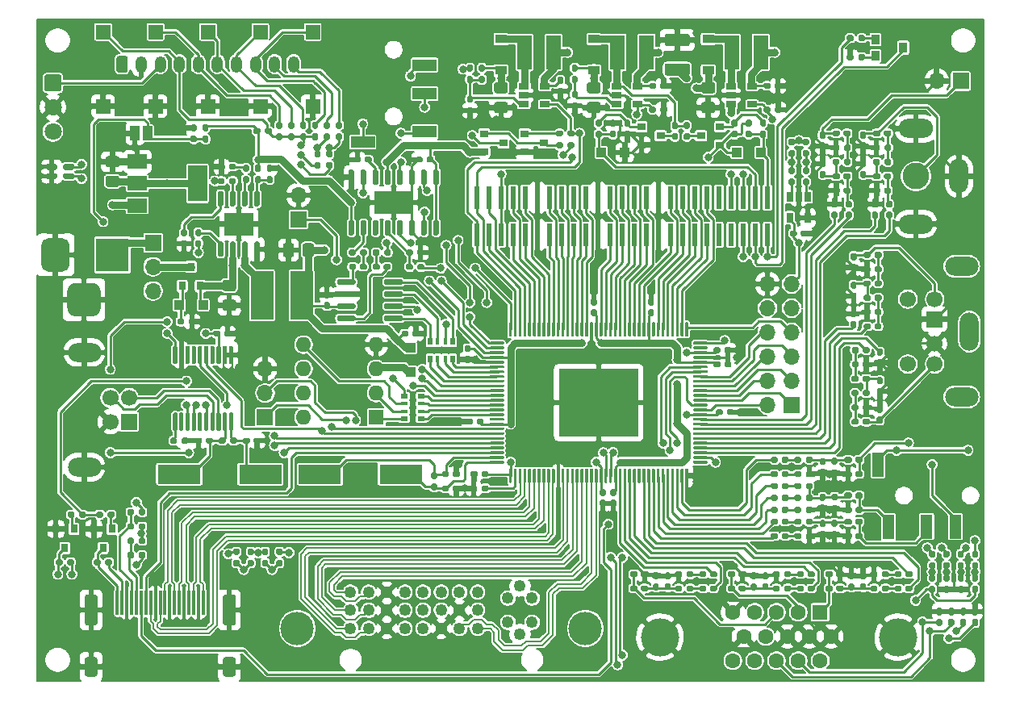
<source format=gtl>
%TF.GenerationSoftware,KiCad,Pcbnew,(5.1.12)-1*%
%TF.CreationDate,2021-12-05T12:23:55+04:00*%
%TF.ProjectId,RTD2662Board,52544432-3636-4324-926f-6172642e6b69,2*%
%TF.SameCoordinates,Original*%
%TF.FileFunction,Copper,L1,Top*%
%TF.FilePolarity,Positive*%
%FSLAX46Y46*%
G04 Gerber Fmt 4.6, Leading zero omitted, Abs format (unit mm)*
G04 Created by KiCad (PCBNEW (5.1.12)-1) date 2021-12-05 12:23:55*
%MOMM*%
%LPD*%
G01*
G04 APERTURE LIST*
%TA.AperFunction,SMDPad,CuDef*%
%ADD10R,1.500000X1.500000*%
%TD*%
%TA.AperFunction,SMDPad,CuDef*%
%ADD11R,1.000000X1.500000*%
%TD*%
%TA.AperFunction,SMDPad,CuDef*%
%ADD12R,0.900000X1.000000*%
%TD*%
%TA.AperFunction,SMDPad,CuDef*%
%ADD13R,0.900000X1.100000*%
%TD*%
%TA.AperFunction,SMDPad,CuDef*%
%ADD14R,1.000000X1.000000*%
%TD*%
%TA.AperFunction,ComponentPad*%
%ADD15O,3.500000X2.000000*%
%TD*%
%TA.AperFunction,ComponentPad*%
%ADD16C,1.700000*%
%TD*%
%TA.AperFunction,ComponentPad*%
%ADD17R,1.700000X1.700000*%
%TD*%
%TA.AperFunction,ComponentPad*%
%ADD18C,2.800000*%
%TD*%
%TA.AperFunction,ComponentPad*%
%ADD19O,3.600000X2.000000*%
%TD*%
%TA.AperFunction,ComponentPad*%
%ADD20O,2.000000X3.600000*%
%TD*%
%TA.AperFunction,ComponentPad*%
%ADD21C,1.800000*%
%TD*%
%TA.AperFunction,SMDPad,CuDef*%
%ADD22R,1.200000X2.500000*%
%TD*%
%TA.AperFunction,ComponentPad*%
%ADD23O,2.000000X4.000000*%
%TD*%
%TA.AperFunction,SMDPad,CuDef*%
%ADD24R,2.500000X1.200000*%
%TD*%
%TA.AperFunction,ComponentPad*%
%ADD25R,3.500000X3.500000*%
%TD*%
%TA.AperFunction,ComponentPad*%
%ADD26R,1.600000X1.600000*%
%TD*%
%TA.AperFunction,ComponentPad*%
%ADD27C,1.600000*%
%TD*%
%TA.AperFunction,ComponentPad*%
%ADD28C,4.000000*%
%TD*%
%TA.AperFunction,ComponentPad*%
%ADD29C,3.500000*%
%TD*%
%TA.AperFunction,ComponentPad*%
%ADD30C,1.250000*%
%TD*%
%TA.AperFunction,SMDPad,CuDef*%
%ADD31R,0.300000X2.600000*%
%TD*%
%TA.AperFunction,SMDPad,CuDef*%
%ADD32R,0.600000X2.400000*%
%TD*%
%TA.AperFunction,ComponentPad*%
%ADD33O,1.200000X1.750000*%
%TD*%
%TA.AperFunction,ComponentPad*%
%ADD34O,1.600000X1.600000*%
%TD*%
%TA.AperFunction,SMDPad,CuDef*%
%ADD35R,1.200000X0.900000*%
%TD*%
%TA.AperFunction,SMDPad,CuDef*%
%ADD36R,1.060000X0.650000*%
%TD*%
%TA.AperFunction,SMDPad,CuDef*%
%ADD37R,1.500000X3.600000*%
%TD*%
%TA.AperFunction,SMDPad,CuDef*%
%ADD38R,0.900000X0.800000*%
%TD*%
%TA.AperFunction,SMDPad,CuDef*%
%ADD39R,8.400000X7.110000*%
%TD*%
%TA.AperFunction,SMDPad,CuDef*%
%ADD40R,4.100000X2.410000*%
%TD*%
%TA.AperFunction,SMDPad,CuDef*%
%ADD41R,4.500000X2.000000*%
%TD*%
%TA.AperFunction,ComponentPad*%
%ADD42O,1.700000X1.700000*%
%TD*%
%TA.AperFunction,SMDPad,CuDef*%
%ADD43R,0.650000X1.060000*%
%TD*%
%TA.AperFunction,SMDPad,CuDef*%
%ADD44R,2.000000X1.500000*%
%TD*%
%TA.AperFunction,SMDPad,CuDef*%
%ADD45R,2.000000X3.800000*%
%TD*%
%TA.AperFunction,SMDPad,CuDef*%
%ADD46R,0.800000X0.900000*%
%TD*%
%TA.AperFunction,SMDPad,CuDef*%
%ADD47R,0.800000X0.500000*%
%TD*%
%TA.AperFunction,SMDPad,CuDef*%
%ADD48R,0.800000X0.400000*%
%TD*%
%TA.AperFunction,SMDPad,CuDef*%
%ADD49R,0.500000X0.800000*%
%TD*%
%TA.AperFunction,SMDPad,CuDef*%
%ADD50R,0.400000X0.800000*%
%TD*%
%TA.AperFunction,SMDPad,CuDef*%
%ADD51R,3.100000X2.410000*%
%TD*%
%TA.AperFunction,SMDPad,CuDef*%
%ADD52R,2.350000X5.100000*%
%TD*%
%TA.AperFunction,ViaPad*%
%ADD53C,0.800000*%
%TD*%
%TA.AperFunction,Conductor*%
%ADD54C,0.250000*%
%TD*%
%TA.AperFunction,Conductor*%
%ADD55C,0.750000*%
%TD*%
%TA.AperFunction,Conductor*%
%ADD56C,0.200000*%
%TD*%
%TA.AperFunction,Conductor*%
%ADD57C,0.127000*%
%TD*%
%TA.AperFunction,Conductor*%
%ADD58C,0.100000*%
%TD*%
G04 APERTURE END LIST*
%TO.P,R87,2*%
%TO.N,GND*%
%TA.AperFunction,SMDPad,CuDef*%
G36*
G01*
X62990000Y-119660000D02*
X62990000Y-119340000D01*
G75*
G02*
X63150000Y-119180000I160000J0D01*
G01*
X63545000Y-119180000D01*
G75*
G02*
X63705000Y-119340000I0J-160000D01*
G01*
X63705000Y-119660000D01*
G75*
G02*
X63545000Y-119820000I-160000J0D01*
G01*
X63150000Y-119820000D01*
G75*
G02*
X62990000Y-119660000I0J160000D01*
G01*
G37*
%TD.AperFunction*%
%TO.P,R87,1*%
%TO.N,Net-(R87-Pad1)*%
%TA.AperFunction,SMDPad,CuDef*%
G36*
G01*
X61795000Y-119660000D02*
X61795000Y-119340000D01*
G75*
G02*
X61955000Y-119180000I160000J0D01*
G01*
X62350000Y-119180000D01*
G75*
G02*
X62510000Y-119340000I0J-160000D01*
G01*
X62510000Y-119660000D01*
G75*
G02*
X62350000Y-119820000I-160000J0D01*
G01*
X61955000Y-119820000D01*
G75*
G02*
X61795000Y-119660000I0J160000D01*
G01*
G37*
%TD.AperFunction*%
%TD*%
D10*
%TO.P,SW5,1*%
%TO.N,GND*%
X76750000Y-84400000D03*
%TO.P,SW5,2*%
%TO.N,SRCB*%
X76750000Y-76600000D03*
%TD*%
%TO.P,SW4,1*%
%TO.N,GND*%
X71250000Y-84400000D03*
%TO.P,SW4,2*%
%TO.N,DWNB*%
X71250000Y-76600000D03*
%TD*%
%TO.P,SW3,1*%
%TO.N,GND*%
X65750000Y-84400000D03*
%TO.P,SW3,2*%
%TO.N,UPB*%
X65750000Y-76600000D03*
%TD*%
%TO.P,SW2,1*%
%TO.N,GND*%
X60250000Y-84400000D03*
%TO.P,SW2,2*%
%TO.N,MENUB*%
X60250000Y-76600000D03*
%TD*%
%TO.P,SW1,1*%
%TO.N,GND*%
X54750000Y-84400000D03*
%TO.P,SW1,2*%
%TO.N,BUTTONS*%
X54750000Y-76600000D03*
%TD*%
D11*
%TO.P,JP7,2*%
%TO.N,GND*%
X58100000Y-87250000D03*
%TO.P,JP7,1*%
%TO.N,~RESET~*%
X59400000Y-87250000D03*
%TD*%
D12*
%TO.P,RV1,3*%
%TO.N,Net-(R71-Pad1)*%
X135800000Y-79100000D03*
%TO.P,RV1,1*%
%TO.N,Net-(R64-Pad2)*%
X135800000Y-77400000D03*
D13*
%TO.P,RV1,2*%
%TO.N,VCOM*%
X138700000Y-78250000D03*
%TD*%
D14*
%TO.P,D24,2*%
%TO.N,Net-(D24-Pad2)*%
X62750000Y-105250000D03*
%TO.P,D24,1*%
%TO.N,Net-(C66-Pad1)*%
X65250000Y-105250000D03*
%TD*%
%TO.P,D17,1*%
%TO.N,GND*%
X109500000Y-89250000D03*
%TO.P,D17,2*%
%TO.N,VGL*%
X107000000Y-89250000D03*
%TD*%
D15*
%TO.P,J8,5*%
%TO.N,GND*%
X52790000Y-110230000D03*
X52790000Y-122270000D03*
D16*
%TO.P,J8,4*%
X55500000Y-117500000D03*
%TO.P,J8,3*%
%TO.N,/D+*%
X55500000Y-115000000D03*
%TO.P,J8,2*%
%TO.N,/D-*%
X57500000Y-115000000D03*
D17*
%TO.P,J8,1*%
%TO.N,VUSB*%
X57500000Y-117500000D03*
%TD*%
D18*
%TO.P,J5,1*%
%TO.N,_CVBS0+*%
X140050000Y-91750000D03*
D19*
%TO.P,J5,2*%
%TO.N,GND*%
X140050000Y-96750000D03*
X140050000Y-86750000D03*
D20*
X144550000Y-91750000D03*
%TD*%
%TO.P,D22,2*%
%TO.N,GND*%
%TA.AperFunction,SMDPad,CuDef*%
G36*
G01*
X48750000Y-90925000D02*
X48750000Y-90625000D01*
G75*
G02*
X48900000Y-90475000I150000J0D01*
G01*
X49800000Y-90475000D01*
G75*
G02*
X49950000Y-90625000I0J-150000D01*
G01*
X49950000Y-90925000D01*
G75*
G02*
X49800000Y-91075000I-150000J0D01*
G01*
X48900000Y-91075000D01*
G75*
G02*
X48750000Y-90925000I0J150000D01*
G01*
G37*
%TD.AperFunction*%
%TO.P,D22,3*%
%TO.N,Net-(D22-Pad3)*%
%TA.AperFunction,SMDPad,CuDef*%
G36*
G01*
X50550000Y-91875000D02*
X50550000Y-91575000D01*
G75*
G02*
X50700000Y-91425000I150000J0D01*
G01*
X51600000Y-91425000D01*
G75*
G02*
X51750000Y-91575000I0J-150000D01*
G01*
X51750000Y-91875000D01*
G75*
G02*
X51600000Y-92025000I-150000J0D01*
G01*
X50700000Y-92025000D01*
G75*
G02*
X50550000Y-91875000I0J150000D01*
G01*
G37*
%TD.AperFunction*%
%TO.P,D22,1*%
%TO.N,Net-(D22-Pad1)*%
%TA.AperFunction,SMDPad,CuDef*%
G36*
G01*
X50550000Y-90925000D02*
X50550000Y-90625000D01*
G75*
G02*
X50700000Y-90475000I150000J0D01*
G01*
X51600000Y-90475000D01*
G75*
G02*
X51750000Y-90625000I0J-150000D01*
G01*
X51750000Y-90925000D01*
G75*
G02*
X51600000Y-91075000I-150000J0D01*
G01*
X50700000Y-91075000D01*
G75*
G02*
X50550000Y-90925000I0J150000D01*
G01*
G37*
%TD.AperFunction*%
%TO.P,D22,4*%
%TO.N,GND*%
%TA.AperFunction,SMDPad,CuDef*%
G36*
G01*
X48750000Y-91875000D02*
X48750000Y-91575000D01*
G75*
G02*
X48900000Y-91425000I150000J0D01*
G01*
X49800000Y-91425000D01*
G75*
G02*
X49950000Y-91575000I0J-150000D01*
G01*
X49950000Y-91875000D01*
G75*
G02*
X49800000Y-92025000I-150000J0D01*
G01*
X48900000Y-92025000D01*
G75*
G02*
X48750000Y-91875000I0J150000D01*
G01*
G37*
%TD.AperFunction*%
%TD*%
%TO.P,U3,1*%
%TO.N,IRDA*%
%TA.AperFunction,ComponentPad*%
G36*
G01*
X48850200Y-81060000D02*
X50149800Y-81060000D01*
G75*
G02*
X50400000Y-81310200I0J-250200D01*
G01*
X50400000Y-82609800D01*
G75*
G02*
X50149800Y-82860000I-250200J0D01*
G01*
X48850200Y-82860000D01*
G75*
G02*
X48600000Y-82609800I0J250200D01*
G01*
X48600000Y-81310200D01*
G75*
G02*
X48850200Y-81060000I250200J0D01*
G01*
G37*
%TD.AperFunction*%
D21*
%TO.P,U3,2*%
%TO.N,GND*%
X49500000Y-84500000D03*
%TO.P,U3,3*%
%TO.N,+3V3*%
X49500000Y-87040000D03*
%TD*%
D22*
%TO.P,J3,R2*%
%TO.N,Net-(J3-PadR2)*%
X144175000Y-128500000D03*
%TO.P,J3,R1*%
%TO.N,_B_Pb+*%
X141175000Y-128500000D03*
%TO.P,J3,T*%
%TO.N,_G_Y+*%
X137175000Y-128500000D03*
%TO.P,J3,S*%
%TO.N,Net-(J3-PadS)*%
X136075000Y-122000000D03*
%TD*%
D23*
%TO.P,J7,7*%
%TO.N,N/C*%
X145650000Y-108050000D03*
D16*
%TO.P,J7,6*%
X139200000Y-111450000D03*
%TO.P,J7,5*%
X139200000Y-104650000D03*
%TO.P,J7,4*%
%TO.N,_S_C+*%
X142000000Y-111450000D03*
%TO.P,J7,3*%
%TO.N,_S_Y+*%
X142000000Y-104650000D03*
%TO.P,J7,2*%
%TO.N,GND*%
X142000000Y-109350000D03*
D17*
%TO.P,J7,1*%
X142000000Y-106750000D03*
D15*
%TO.P,J7,7*%
%TO.N,N/C*%
X144850000Y-101200000D03*
X144850000Y-114900000D03*
%TD*%
D24*
%TO.P,J13,R2*%
%TO.N,LEFT-*%
X88500000Y-80075000D03*
%TO.P,J13,R1*%
%TO.N,RIGHT+*%
X88500000Y-83075000D03*
%TO.P,J13,T*%
%TO.N,LEFT+*%
X88500000Y-87075000D03*
%TO.P,J13,S*%
%TO.N,RIGHT-*%
X82000000Y-88175000D03*
%TD*%
D25*
%TO.P,J14,1*%
%TO.N,Net-(J14-Pad1)*%
X55750000Y-100000000D03*
%TO.P,J14,2*%
%TO.N,GND*%
%TA.AperFunction,ComponentPad*%
G36*
G01*
X48250000Y-101000000D02*
X48250000Y-99000000D01*
G75*
G02*
X49000000Y-98250000I750000J0D01*
G01*
X50500000Y-98250000D01*
G75*
G02*
X51250000Y-99000000I0J-750000D01*
G01*
X51250000Y-101000000D01*
G75*
G02*
X50500000Y-101750000I-750000J0D01*
G01*
X49000000Y-101750000D01*
G75*
G02*
X48250000Y-101000000I0J750000D01*
G01*
G37*
%TD.AperFunction*%
%TA.AperFunction,ComponentPad*%
G36*
G01*
X51000000Y-105575000D02*
X51000000Y-103825000D01*
G75*
G02*
X51875000Y-102950000I875000J0D01*
G01*
X53625000Y-102950000D01*
G75*
G02*
X54500000Y-103825000I0J-875000D01*
G01*
X54500000Y-105575000D01*
G75*
G02*
X53625000Y-106450000I-875000J0D01*
G01*
X51875000Y-106450000D01*
G75*
G02*
X51000000Y-105575000I0J875000D01*
G01*
G37*
%TD.AperFunction*%
%TD*%
D26*
%TO.P,J4,1*%
%TO.N,_VGA_R+*%
X130000000Y-137500000D03*
D27*
%TO.P,J4,2*%
%TO.N,_VGA_G+*%
X127710000Y-137500000D03*
%TO.P,J4,3*%
%TO.N,_VGA_B+*%
X125420000Y-137500000D03*
%TO.P,J4,4*%
%TO.N,Net-(J4-Pad4)*%
X123130000Y-137500000D03*
%TO.P,J4,5*%
%TO.N,GND*%
X120840000Y-137500000D03*
%TO.P,J4,6*%
X131145000Y-140040000D03*
%TO.P,J4,7*%
X128855000Y-140040000D03*
%TO.P,J4,8*%
X126565000Y-140040000D03*
%TO.P,J4,9*%
%TO.N,Net-(J4-Pad9)*%
X124275000Y-140040000D03*
%TO.P,J4,10*%
%TO.N,GND*%
X121985000Y-140040000D03*
%TO.P,J4,11*%
%TO.N,Net-(J4-Pad11)*%
X130000000Y-142580000D03*
%TO.P,J4,12*%
%TO.N,Net-(D11-Pad1)*%
X127710000Y-142580000D03*
%TO.P,J4,13*%
%TO.N,Net-(D12-Pad1)*%
X125420000Y-142580000D03*
%TO.P,J4,14*%
%TO.N,Net-(D13-Pad1)*%
X123130000Y-142580000D03*
%TO.P,J4,15*%
%TO.N,Net-(D14-Pad1)*%
X120840000Y-142580000D03*
D28*
%TO.P,J4,0*%
%TO.N,GND*%
X113185000Y-140110000D03*
X138185000Y-140110000D03*
%TD*%
D29*
%TO.P,J1,*%
%TO.N,*%
X105360460Y-139198000D03*
D30*
%TO.P,J1,3*%
%TO.N,GND*%
X84535000Y-135388000D03*
%TO.P,J1,2*%
%TO.N,DVI_2+*%
X82630000Y-135388000D03*
%TO.P,J1,1*%
%TO.N,DVI_2-*%
X80725000Y-135388000D03*
%TO.P,J1,4*%
%TO.N,Net-(J1-Pad4)*%
X86440000Y-135388000D03*
%TO.P,J1,5*%
%TO.N,Net-(J1-Pad5)*%
X88345000Y-135388000D03*
%TO.P,J1,9*%
%TO.N,DVI_1-*%
X80725000Y-137293000D03*
%TO.P,J1,7*%
%TO.N,Net-(J1-Pad7)*%
X92155000Y-135388000D03*
%TO.P,J1,6*%
%TO.N,Net-(J1-Pad6)*%
X90250000Y-135388000D03*
D29*
%TO.P,J1,*%
%TO.N,*%
X75139540Y-139198000D03*
D30*
%TO.P,J1,10*%
%TO.N,DVI_1+*%
X82630000Y-137293000D03*
%TO.P,J1,11*%
%TO.N,GND*%
X84535000Y-137293000D03*
%TO.P,J1,12*%
%TO.N,Net-(J1-Pad12)*%
X86440000Y-137293000D03*
%TO.P,J1,13*%
%TO.N,Net-(J1-Pad13)*%
X88345000Y-137293000D03*
%TO.P,J1,14*%
%TO.N,Net-(J1-Pad14)*%
X90250000Y-137293000D03*
%TO.P,J1,15*%
%TO.N,GND*%
X92155000Y-137293000D03*
%TO.P,J1,16*%
%TO.N,Net-(J1-Pad16)*%
X94060000Y-137293000D03*
%TO.P,J1,17*%
%TO.N,DVI_0-*%
X80725000Y-139198000D03*
%TO.P,J1,18*%
%TO.N,DVI_0+*%
X82630000Y-139198000D03*
%TO.P,J1,19*%
%TO.N,GND*%
X84535000Y-139198000D03*
%TO.P,J1,20*%
%TO.N,Net-(J1-Pad20)*%
X86440000Y-139198000D03*
%TO.P,J1,21*%
%TO.N,Net-(J1-Pad21)*%
X88345000Y-139198000D03*
%TO.P,J1,22*%
%TO.N,GND*%
X90250000Y-139198000D03*
%TO.P,J1,23*%
%TO.N,DVI_C+*%
X92155000Y-139198000D03*
%TO.P,J1,24*%
%TO.N,DVI_C-*%
X94060000Y-139198000D03*
%TO.P,J1,8*%
%TO.N,Net-(J1-Pad8)*%
X94060000Y-135388000D03*
%TO.P,J1,C2*%
%TO.N,Net-(J1-PadC2)*%
X99775000Y-136023000D03*
%TO.P,J1,C1*%
%TO.N,Net-(J1-PadC1)*%
X97235000Y-136023000D03*
%TO.P,J1,C3*%
%TO.N,Net-(J1-PadC3)*%
X97235000Y-138563000D03*
%TO.P,J1,C4*%
%TO.N,Net-(J1-PadC4)*%
X99775000Y-138563000D03*
%TO.P,J1,C5*%
%TO.N,GND*%
X98505000Y-134753000D03*
X98505000Y-139833000D03*
%TD*%
D31*
%TO.P,J2,19*%
%TO.N,Net-(J2-Pad19)*%
X56250000Y-136500000D03*
%TO.P,J2,18*%
%TO.N,Net-(J2-Pad18)*%
X56750000Y-136500000D03*
%TO.P,J2,17*%
%TO.N,GND*%
X57250000Y-136500000D03*
%TO.P,J2,16*%
%TO.N,Net-(J2-Pad16)*%
X57750000Y-136500000D03*
%TO.P,J2,15*%
%TO.N,Net-(J2-Pad15)*%
X58250000Y-136500000D03*
%TO.P,J2,14*%
%TO.N,VCLK*%
X58750000Y-136500000D03*
%TO.P,J2,13*%
%TO.N,CEC*%
X59250000Y-136500000D03*
%TO.P,J2,12*%
%TO.N,HDMI_C-*%
X59750000Y-136500000D03*
%TO.P,J2,11*%
%TO.N,GND*%
X60250000Y-136500000D03*
%TO.P,J2,10*%
%TO.N,HDMI_C+*%
X60750000Y-136500000D03*
%TO.P,J2,9*%
%TO.N,HDMI_0-*%
X61250000Y-136500000D03*
%TO.P,J2,8*%
%TO.N,GND*%
X61750000Y-136500000D03*
%TO.P,J2,7*%
%TO.N,HDMI_0+*%
X62250000Y-136500000D03*
%TO.P,J2,6*%
%TO.N,HDMI_1-*%
X62750000Y-136500000D03*
%TO.P,J2,5*%
%TO.N,GND*%
X63250000Y-136500000D03*
%TO.P,J2,4*%
%TO.N,HDMI_1+*%
X63750000Y-136500000D03*
%TO.P,J2,3*%
%TO.N,HDMI_2-*%
X64250000Y-136500000D03*
%TO.P,J2,2*%
%TO.N,GND*%
X64750000Y-136500000D03*
%TO.P,J2,1*%
%TO.N,HDMI_2+*%
X65250000Y-136500000D03*
%TO.P,J2,SH*%
%TO.N,GND*%
%TA.AperFunction,ComponentPad*%
G36*
G01*
X67300000Y-138560000D02*
X67300000Y-135960000D01*
G75*
G02*
X67650000Y-135610000I350000J0D01*
G01*
X68350000Y-135610000D01*
G75*
G02*
X68700000Y-135960000I0J-350000D01*
G01*
X68700000Y-138560000D01*
G75*
G02*
X68350000Y-138910000I-350000J0D01*
G01*
X67650000Y-138910000D01*
G75*
G02*
X67300000Y-138560000I0J350000D01*
G01*
G37*
%TD.AperFunction*%
%TA.AperFunction,ComponentPad*%
G36*
G01*
X52800000Y-138560000D02*
X52800000Y-135960000D01*
G75*
G02*
X53150000Y-135610000I350000J0D01*
G01*
X53850000Y-135610000D01*
G75*
G02*
X54200000Y-135960000I0J-350000D01*
G01*
X54200000Y-138560000D01*
G75*
G02*
X53850000Y-138910000I-350000J0D01*
G01*
X53150000Y-138910000D01*
G75*
G02*
X52800000Y-138560000I0J350000D01*
G01*
G37*
%TD.AperFunction*%
%TA.AperFunction,ComponentPad*%
G36*
G01*
X52800000Y-143920000D02*
X52800000Y-142520000D01*
G75*
G02*
X53150000Y-142170000I350000J0D01*
G01*
X53850000Y-142170000D01*
G75*
G02*
X54200000Y-142520000I0J-350000D01*
G01*
X54200000Y-143920000D01*
G75*
G02*
X53850000Y-144270000I-350000J0D01*
G01*
X53150000Y-144270000D01*
G75*
G02*
X52800000Y-143920000I0J350000D01*
G01*
G37*
%TD.AperFunction*%
%TA.AperFunction,ComponentPad*%
G36*
G01*
X67300000Y-143920000D02*
X67300000Y-142520000D01*
G75*
G02*
X67650000Y-142170000I350000J0D01*
G01*
X68350000Y-142170000D01*
G75*
G02*
X68700000Y-142520000I0J-350000D01*
G01*
X68700000Y-143920000D01*
G75*
G02*
X68350000Y-144270000I-350000J0D01*
G01*
X67650000Y-144270000D01*
G75*
G02*
X67300000Y-143920000I0J350000D01*
G01*
G37*
%TD.AperFunction*%
%TD*%
D32*
%TO.P,J11,1*%
%TO.N,VGH*%
X124460000Y-93980000D03*
%TO.P,J11,2*%
%TO.N,AVCC*%
X124460000Y-97880000D03*
%TO.P,J11,3*%
%TO.N,VGL*%
X123190000Y-93980000D03*
%TO.P,J11,4*%
%TO.N,VCOM*%
X123190000Y-97880000D03*
%TO.P,J11,5*%
%TO.N,BL_CAT*%
X121920000Y-93980000D03*
%TO.P,J11,6*%
%TO.N,DVCC*%
X121920000Y-97880000D03*
%TO.P,J11,7*%
%TO.N,BL_ANO*%
X120650000Y-93980000D03*
%TO.P,J11,8*%
%TO.N,Net-(J11-Pad8)*%
X120650000Y-97880000D03*
%TO.P,J11,9*%
%TO.N,Net-(J11-Pad9)*%
X119380000Y-93980000D03*
%TO.P,J11,10*%
%TO.N,Net-(J11-Pad10)*%
X119380000Y-97880000D03*
%TO.P,J11,11*%
%TO.N,LCD0*%
X118110000Y-93980000D03*
%TO.P,J11,12*%
%TO.N,LCD1*%
X118110000Y-97880000D03*
%TO.P,J11,13*%
%TO.N,LCD2*%
X116840000Y-93980000D03*
%TO.P,J11,14*%
%TO.N,LCD3*%
X116840000Y-97880000D03*
%TO.P,J11,15*%
%TO.N,LCD4*%
X115570000Y-93980000D03*
%TO.P,J11,16*%
%TO.N,LCD5*%
X115570000Y-97880000D03*
%TO.P,J11,17*%
%TO.N,LCD6*%
X114300000Y-93980000D03*
%TO.P,J11,18*%
%TO.N,LCD7*%
X114300000Y-97880000D03*
%TO.P,J11,19*%
%TO.N,GND*%
X113030000Y-93980000D03*
%TO.P,J11,20*%
X113030000Y-97880000D03*
%TO.P,J11,21*%
%TO.N,LCD8*%
X111760000Y-93980000D03*
%TO.P,J11,22*%
%TO.N,LCD9*%
X111760000Y-97880000D03*
%TO.P,J11,23*%
%TO.N,LCD10*%
X110490000Y-93980000D03*
%TO.P,J11,24*%
%TO.N,LCD11*%
X110490000Y-97880000D03*
%TO.P,J11,25*%
%TO.N,LCD12*%
X109220000Y-93980000D03*
%TO.P,J11,26*%
%TO.N,LCD13*%
X109220000Y-97880000D03*
%TO.P,J11,27*%
%TO.N,LCD14*%
X107950000Y-93980000D03*
%TO.P,J11,28*%
%TO.N,LCD15*%
X107950000Y-97880000D03*
%TO.P,J11,29*%
%TO.N,GND*%
X106680000Y-93980000D03*
%TO.P,J11,30*%
X106680000Y-97880000D03*
%TO.P,J11,31*%
%TO.N,LCD16*%
X105410000Y-93980000D03*
%TO.P,J11,32*%
%TO.N,LCD17*%
X105410000Y-97880000D03*
%TO.P,J11,33*%
%TO.N,LCD18*%
X104140000Y-93980000D03*
%TO.P,J11,34*%
%TO.N,LCD19*%
X104140000Y-97880000D03*
%TO.P,J11,35*%
%TO.N,LCD20*%
X102870000Y-93980000D03*
%TO.P,J11,36*%
%TO.N,LCD21*%
X102870000Y-97880000D03*
%TO.P,J11,37*%
%TO.N,LCD22*%
X101600000Y-93980000D03*
%TO.P,J11,38*%
%TO.N,LCD23*%
X101600000Y-97880000D03*
%TO.P,J11,39*%
%TO.N,GND*%
X100330000Y-93980000D03*
%TO.P,J11,40*%
X100330000Y-97880000D03*
%TO.P,J11,41*%
%TO.N,LCD24*%
X99060000Y-93980000D03*
%TO.P,J11,42*%
%TO.N,LCD25*%
X99060000Y-97880000D03*
%TO.P,J11,43*%
%TO.N,LCD26*%
X97790000Y-93980000D03*
%TO.P,J11,44*%
%TO.N,LCD27*%
X97790000Y-97880000D03*
%TO.P,J11,45*%
%TO.N,+3V3*%
X96520000Y-93980000D03*
%TO.P,J11,46*%
X96520000Y-97880000D03*
%TO.P,J11,47*%
%TO.N,VMIR*%
X95250000Y-93980000D03*
%TO.P,J11,48*%
%TO.N,HMIR*%
X95250000Y-97880000D03*
%TO.P,J11,49*%
%TO.N,EN_LCD*%
X93980000Y-93980000D03*
%TO.P,J11,50*%
%TO.N,EN_BL*%
X93980000Y-97880000D03*
%TD*%
%TO.P,J9,1*%
%TO.N,+3V3*%
%TA.AperFunction,ComponentPad*%
G36*
G01*
X56150000Y-80625400D02*
X56150000Y-79374600D01*
G75*
G02*
X56399600Y-79125000I249600J0D01*
G01*
X57100400Y-79125000D01*
G75*
G02*
X57350000Y-79374600I0J-249600D01*
G01*
X57350000Y-80625400D01*
G75*
G02*
X57100400Y-80875000I-249600J0D01*
G01*
X56399600Y-80875000D01*
G75*
G02*
X56150000Y-80625400I0J249600D01*
G01*
G37*
%TD.AperFunction*%
D33*
%TO.P,J9,2*%
%TO.N,GND*%
X58750000Y-80000000D03*
%TO.P,J9,3*%
%TO.N,IRDA*%
X60750000Y-80000000D03*
%TO.P,J9,4*%
%TO.N,BUTTONS*%
X62750000Y-80000000D03*
%TO.P,J9,5*%
%TO.N,MENUB*%
X64750000Y-80000000D03*
%TO.P,J9,6*%
%TO.N,UPB*%
X66750000Y-80000000D03*
%TO.P,J9,7*%
%TO.N,DWNB*%
X68750000Y-80000000D03*
%TO.P,J9,8*%
%TO.N,SRCB*%
X70750000Y-80000000D03*
%TO.P,J9,9*%
%TO.N,Net-(J9-Pad9)*%
X72750000Y-80000000D03*
%TO.P,J9,10*%
%TO.N,Net-(J9-Pad10)*%
X74750000Y-80000000D03*
%TD*%
D34*
%TO.P,U10,7*%
%TO.N,Net-(D23-Pad1)*%
X75790000Y-114500000D03*
%TO.P,U10,6*%
%TO.N,Net-(RN2-Pad5)*%
X75790000Y-111960000D03*
%TO.P,U10,5*%
%TO.N,Net-(RN2-Pad6)*%
X75790000Y-109420000D03*
%TO.P,U10,8*%
%TO.N,Net-(D23-Pad1)*%
X75790000Y-117040000D03*
%TO.P,U10,4*%
%TO.N,GND*%
X83410000Y-109420000D03*
%TO.P,U10,3*%
%TO.N,Net-(D23-Pad1)*%
X83410000Y-111960000D03*
%TO.P,U10,2*%
%TO.N,Net-(RN2-Pad7)*%
X83410000Y-114500000D03*
D26*
%TO.P,U10,1*%
%TO.N,Net-(RN2-Pad8)*%
X83410000Y-117040000D03*
%TD*%
%TO.P,C39,1*%
%TO.N,AVCC*%
%TA.AperFunction,SMDPad,CuDef*%
G36*
G01*
X105775000Y-81875000D02*
X106725000Y-81875000D01*
G75*
G02*
X106975000Y-82125000I0J-250000D01*
G01*
X106975000Y-82800000D01*
G75*
G02*
X106725000Y-83050000I-250000J0D01*
G01*
X105775000Y-83050000D01*
G75*
G02*
X105525000Y-82800000I0J250000D01*
G01*
X105525000Y-82125000D01*
G75*
G02*
X105775000Y-81875000I250000J0D01*
G01*
G37*
%TD.AperFunction*%
%TO.P,C39,2*%
%TO.N,GND*%
%TA.AperFunction,SMDPad,CuDef*%
G36*
G01*
X105775000Y-83950000D02*
X106725000Y-83950000D01*
G75*
G02*
X106975000Y-84200000I0J-250000D01*
G01*
X106975000Y-84875000D01*
G75*
G02*
X106725000Y-85125000I-250000J0D01*
G01*
X105775000Y-85125000D01*
G75*
G02*
X105525000Y-84875000I0J250000D01*
G01*
X105525000Y-84200000D01*
G75*
G02*
X105775000Y-83950000I250000J0D01*
G01*
G37*
%TD.AperFunction*%
%TD*%
%TO.P,C45,1*%
%TO.N,BL_ANO*%
%TA.AperFunction,SMDPad,CuDef*%
G36*
G01*
X117775000Y-81875000D02*
X118725000Y-81875000D01*
G75*
G02*
X118975000Y-82125000I0J-250000D01*
G01*
X118975000Y-82800000D01*
G75*
G02*
X118725000Y-83050000I-250000J0D01*
G01*
X117775000Y-83050000D01*
G75*
G02*
X117525000Y-82800000I0J250000D01*
G01*
X117525000Y-82125000D01*
G75*
G02*
X117775000Y-81875000I250000J0D01*
G01*
G37*
%TD.AperFunction*%
%TO.P,C45,2*%
%TO.N,GND*%
%TA.AperFunction,SMDPad,CuDef*%
G36*
G01*
X117775000Y-83950000D02*
X118725000Y-83950000D01*
G75*
G02*
X118975000Y-84200000I0J-250000D01*
G01*
X118975000Y-84875000D01*
G75*
G02*
X118725000Y-85125000I-250000J0D01*
G01*
X117775000Y-85125000D01*
G75*
G02*
X117525000Y-84875000I0J250000D01*
G01*
X117525000Y-84200000D01*
G75*
G02*
X117775000Y-83950000I250000J0D01*
G01*
G37*
%TD.AperFunction*%
%TD*%
%TO.P,C51,1*%
%TO.N,Net-(C51-Pad1)*%
%TA.AperFunction,SMDPad,CuDef*%
G36*
G01*
X96025000Y-81875000D02*
X96975000Y-81875000D01*
G75*
G02*
X97225000Y-82125000I0J-250000D01*
G01*
X97225000Y-82800000D01*
G75*
G02*
X96975000Y-83050000I-250000J0D01*
G01*
X96025000Y-83050000D01*
G75*
G02*
X95775000Y-82800000I0J250000D01*
G01*
X95775000Y-82125000D01*
G75*
G02*
X96025000Y-81875000I250000J0D01*
G01*
G37*
%TD.AperFunction*%
%TO.P,C51,2*%
%TO.N,GND*%
%TA.AperFunction,SMDPad,CuDef*%
G36*
G01*
X96025000Y-83950000D02*
X96975000Y-83950000D01*
G75*
G02*
X97225000Y-84200000I0J-250000D01*
G01*
X97225000Y-84875000D01*
G75*
G02*
X96975000Y-85125000I-250000J0D01*
G01*
X96025000Y-85125000D01*
G75*
G02*
X95775000Y-84875000I0J250000D01*
G01*
X95775000Y-84200000D01*
G75*
G02*
X96025000Y-83950000I250000J0D01*
G01*
G37*
%TD.AperFunction*%
%TD*%
%TO.P,R70,1*%
%TO.N,Net-(Q4-Pad1)*%
%TA.AperFunction,SMDPad,CuDef*%
G36*
G01*
X102295000Y-87410000D02*
X102295000Y-87090000D01*
G75*
G02*
X102455000Y-86930000I160000J0D01*
G01*
X102850000Y-86930000D01*
G75*
G02*
X103010000Y-87090000I0J-160000D01*
G01*
X103010000Y-87410000D01*
G75*
G02*
X102850000Y-87570000I-160000J0D01*
G01*
X102455000Y-87570000D01*
G75*
G02*
X102295000Y-87410000I0J160000D01*
G01*
G37*
%TD.AperFunction*%
%TO.P,R70,2*%
%TO.N,EN_LCD*%
%TA.AperFunction,SMDPad,CuDef*%
G36*
G01*
X103490000Y-87410000D02*
X103490000Y-87090000D01*
G75*
G02*
X103650000Y-86930000I160000J0D01*
G01*
X104045000Y-86930000D01*
G75*
G02*
X104205000Y-87090000I0J-160000D01*
G01*
X104205000Y-87410000D01*
G75*
G02*
X104045000Y-87570000I-160000J0D01*
G01*
X103650000Y-87570000D01*
G75*
G02*
X103490000Y-87410000I0J160000D01*
G01*
G37*
%TD.AperFunction*%
%TD*%
D35*
%TO.P,D21,1*%
%TO.N,Net-(C51-Pad1)*%
X96500000Y-80650000D03*
%TO.P,D21,2*%
%TO.N,Net-(D21-Pad2)*%
X96500000Y-77350000D03*
%TD*%
%TO.P,D15,1*%
%TO.N,AVCC*%
X106250000Y-80650000D03*
%TO.P,D15,2*%
%TO.N,VGEN*%
X106250000Y-77350000D03*
%TD*%
%TO.P,D18,1*%
%TO.N,BL_ANO*%
X118250000Y-80650000D03*
%TO.P,D18,2*%
%TO.N,Net-(D18-Pad2)*%
X118250000Y-77350000D03*
%TD*%
%TO.P,R73,1*%
%TO.N,Net-(R66-Pad2)*%
%TA.AperFunction,SMDPad,CuDef*%
G36*
G01*
X93090000Y-83295000D02*
X93410000Y-83295000D01*
G75*
G02*
X93570000Y-83455000I0J-160000D01*
G01*
X93570000Y-83850000D01*
G75*
G02*
X93410000Y-84010000I-160000J0D01*
G01*
X93090000Y-84010000D01*
G75*
G02*
X92930000Y-83850000I0J160000D01*
G01*
X92930000Y-83455000D01*
G75*
G02*
X93090000Y-83295000I160000J0D01*
G01*
G37*
%TD.AperFunction*%
%TO.P,R73,2*%
%TO.N,GND*%
%TA.AperFunction,SMDPad,CuDef*%
G36*
G01*
X93090000Y-84490000D02*
X93410000Y-84490000D01*
G75*
G02*
X93570000Y-84650000I0J-160000D01*
G01*
X93570000Y-85045000D01*
G75*
G02*
X93410000Y-85205000I-160000J0D01*
G01*
X93090000Y-85205000D01*
G75*
G02*
X92930000Y-85045000I0J160000D01*
G01*
X92930000Y-84650000D01*
G75*
G02*
X93090000Y-84490000I160000J0D01*
G01*
G37*
%TD.AperFunction*%
%TD*%
%TO.P,R51,1*%
%TO.N,EN_LCD*%
%TA.AperFunction,SMDPad,CuDef*%
G36*
G01*
X112045000Y-84910000D02*
X112045000Y-84590000D01*
G75*
G02*
X112205000Y-84430000I160000J0D01*
G01*
X112600000Y-84430000D01*
G75*
G02*
X112760000Y-84590000I0J-160000D01*
G01*
X112760000Y-84910000D01*
G75*
G02*
X112600000Y-85070000I-160000J0D01*
G01*
X112205000Y-85070000D01*
G75*
G02*
X112045000Y-84910000I0J160000D01*
G01*
G37*
%TD.AperFunction*%
%TO.P,R51,2*%
%TO.N,GND*%
%TA.AperFunction,SMDPad,CuDef*%
G36*
G01*
X113240000Y-84910000D02*
X113240000Y-84590000D01*
G75*
G02*
X113400000Y-84430000I160000J0D01*
G01*
X113795000Y-84430000D01*
G75*
G02*
X113955000Y-84590000I0J-160000D01*
G01*
X113955000Y-84910000D01*
G75*
G02*
X113795000Y-85070000I-160000J0D01*
G01*
X113400000Y-85070000D01*
G75*
G02*
X113240000Y-84910000I0J160000D01*
G01*
G37*
%TD.AperFunction*%
%TD*%
%TO.P,R72,1*%
%TO.N,Net-(JP4-Pad1)*%
%TA.AperFunction,SMDPad,CuDef*%
G36*
G01*
X93090000Y-80045000D02*
X93410000Y-80045000D01*
G75*
G02*
X93570000Y-80205000I0J-160000D01*
G01*
X93570000Y-80600000D01*
G75*
G02*
X93410000Y-80760000I-160000J0D01*
G01*
X93090000Y-80760000D01*
G75*
G02*
X92930000Y-80600000I0J160000D01*
G01*
X92930000Y-80205000D01*
G75*
G02*
X93090000Y-80045000I160000J0D01*
G01*
G37*
%TD.AperFunction*%
%TO.P,R72,2*%
%TO.N,Net-(R66-Pad2)*%
%TA.AperFunction,SMDPad,CuDef*%
G36*
G01*
X93090000Y-81240000D02*
X93410000Y-81240000D01*
G75*
G02*
X93570000Y-81400000I0J-160000D01*
G01*
X93570000Y-81795000D01*
G75*
G02*
X93410000Y-81955000I-160000J0D01*
G01*
X93090000Y-81955000D01*
G75*
G02*
X92930000Y-81795000I0J160000D01*
G01*
X92930000Y-81400000D01*
G75*
G02*
X93090000Y-81240000I160000J0D01*
G01*
G37*
%TD.AperFunction*%
%TD*%
%TO.P,R50,2*%
%TO.N,GND*%
%TA.AperFunction,SMDPad,CuDef*%
G36*
G01*
X104090000Y-83990000D02*
X104410000Y-83990000D01*
G75*
G02*
X104570000Y-84150000I0J-160000D01*
G01*
X104570000Y-84545000D01*
G75*
G02*
X104410000Y-84705000I-160000J0D01*
G01*
X104090000Y-84705000D01*
G75*
G02*
X103930000Y-84545000I0J160000D01*
G01*
X103930000Y-84150000D01*
G75*
G02*
X104090000Y-83990000I160000J0D01*
G01*
G37*
%TD.AperFunction*%
%TO.P,R50,1*%
%TO.N,Net-(R49-Pad2)*%
%TA.AperFunction,SMDPad,CuDef*%
G36*
G01*
X104090000Y-82795000D02*
X104410000Y-82795000D01*
G75*
G02*
X104570000Y-82955000I0J-160000D01*
G01*
X104570000Y-83350000D01*
G75*
G02*
X104410000Y-83510000I-160000J0D01*
G01*
X104090000Y-83510000D01*
G75*
G02*
X103930000Y-83350000I0J160000D01*
G01*
X103930000Y-82955000D01*
G75*
G02*
X104090000Y-82795000I160000J0D01*
G01*
G37*
%TD.AperFunction*%
%TD*%
%TO.P,R49,2*%
%TO.N,Net-(R49-Pad2)*%
%TA.AperFunction,SMDPad,CuDef*%
G36*
G01*
X104090000Y-81240000D02*
X104410000Y-81240000D01*
G75*
G02*
X104570000Y-81400000I0J-160000D01*
G01*
X104570000Y-81795000D01*
G75*
G02*
X104410000Y-81955000I-160000J0D01*
G01*
X104090000Y-81955000D01*
G75*
G02*
X103930000Y-81795000I0J160000D01*
G01*
X103930000Y-81400000D01*
G75*
G02*
X104090000Y-81240000I160000J0D01*
G01*
G37*
%TD.AperFunction*%
%TO.P,R49,1*%
%TO.N,AVCC*%
%TA.AperFunction,SMDPad,CuDef*%
G36*
G01*
X104090000Y-80045000D02*
X104410000Y-80045000D01*
G75*
G02*
X104570000Y-80205000I0J-160000D01*
G01*
X104570000Y-80600000D01*
G75*
G02*
X104410000Y-80760000I-160000J0D01*
G01*
X104090000Y-80760000D01*
G75*
G02*
X103930000Y-80600000I0J160000D01*
G01*
X103930000Y-80205000D01*
G75*
G02*
X104090000Y-80045000I160000J0D01*
G01*
G37*
%TD.AperFunction*%
%TD*%
%TO.P,R54,1*%
%TO.N,VGH*%
%TA.AperFunction,SMDPad,CuDef*%
G36*
G01*
X124160000Y-87705000D02*
X123840000Y-87705000D01*
G75*
G02*
X123680000Y-87545000I0J160000D01*
G01*
X123680000Y-87150000D01*
G75*
G02*
X123840000Y-86990000I160000J0D01*
G01*
X124160000Y-86990000D01*
G75*
G02*
X124320000Y-87150000I0J-160000D01*
G01*
X124320000Y-87545000D01*
G75*
G02*
X124160000Y-87705000I-160000J0D01*
G01*
G37*
%TD.AperFunction*%
%TO.P,R54,2*%
%TO.N,Net-(C43-Pad2)*%
%TA.AperFunction,SMDPad,CuDef*%
G36*
G01*
X124160000Y-86510000D02*
X123840000Y-86510000D01*
G75*
G02*
X123680000Y-86350000I0J160000D01*
G01*
X123680000Y-85955000D01*
G75*
G02*
X123840000Y-85795000I160000J0D01*
G01*
X124160000Y-85795000D01*
G75*
G02*
X124320000Y-85955000I0J-160000D01*
G01*
X124320000Y-86350000D01*
G75*
G02*
X124160000Y-86510000I-160000J0D01*
G01*
G37*
%TD.AperFunction*%
%TD*%
%TO.P,R66,2*%
%TO.N,Net-(R66-Pad2)*%
%TA.AperFunction,SMDPad,CuDef*%
G36*
G01*
X94340000Y-81240000D02*
X94660000Y-81240000D01*
G75*
G02*
X94820000Y-81400000I0J-160000D01*
G01*
X94820000Y-81795000D01*
G75*
G02*
X94660000Y-81955000I-160000J0D01*
G01*
X94340000Y-81955000D01*
G75*
G02*
X94180000Y-81795000I0J160000D01*
G01*
X94180000Y-81400000D01*
G75*
G02*
X94340000Y-81240000I160000J0D01*
G01*
G37*
%TD.AperFunction*%
%TO.P,R66,1*%
%TO.N,Net-(C51-Pad1)*%
%TA.AperFunction,SMDPad,CuDef*%
G36*
G01*
X94340000Y-80045000D02*
X94660000Y-80045000D01*
G75*
G02*
X94820000Y-80205000I0J-160000D01*
G01*
X94820000Y-80600000D01*
G75*
G02*
X94660000Y-80760000I-160000J0D01*
G01*
X94340000Y-80760000D01*
G75*
G02*
X94180000Y-80600000I0J160000D01*
G01*
X94180000Y-80205000D01*
G75*
G02*
X94340000Y-80045000I160000J0D01*
G01*
G37*
%TD.AperFunction*%
%TD*%
D36*
%TO.P,U8,1*%
%TO.N,Net-(D21-Pad2)*%
X98900000Y-82300000D03*
%TO.P,U8,2*%
%TO.N,GND*%
X98900000Y-83250000D03*
%TO.P,U8,3*%
%TO.N,Net-(R66-Pad2)*%
X98900000Y-84200000D03*
%TO.P,U8,4*%
%TO.N,EN_LCD*%
X101100000Y-84200000D03*
%TO.P,U8,5*%
%TO.N,+3V3*%
X101100000Y-82300000D03*
%TD*%
D37*
%TO.P,L7,1*%
%TO.N,+3V3*%
X102025000Y-78750000D03*
%TO.P,L7,2*%
%TO.N,Net-(D21-Pad2)*%
X98975000Y-78750000D03*
%TD*%
D36*
%TO.P,U2,1*%
%TO.N,VGEN*%
X108650000Y-82300000D03*
%TO.P,U2,2*%
%TO.N,GND*%
X108650000Y-83250000D03*
%TO.P,U2,3*%
%TO.N,Net-(R49-Pad2)*%
X108650000Y-84200000D03*
%TO.P,U2,4*%
%TO.N,EN_LCD*%
X110850000Y-84200000D03*
%TO.P,U2,5*%
%TO.N,+3V3*%
X110850000Y-82300000D03*
%TD*%
%TO.P,R46,1*%
%TO.N,VGL*%
%TA.AperFunction,SMDPad,CuDef*%
G36*
G01*
X106910000Y-87705000D02*
X106590000Y-87705000D01*
G75*
G02*
X106430000Y-87545000I0J160000D01*
G01*
X106430000Y-87150000D01*
G75*
G02*
X106590000Y-86990000I160000J0D01*
G01*
X106910000Y-86990000D01*
G75*
G02*
X107070000Y-87150000I0J-160000D01*
G01*
X107070000Y-87545000D01*
G75*
G02*
X106910000Y-87705000I-160000J0D01*
G01*
G37*
%TD.AperFunction*%
%TO.P,R46,2*%
%TO.N,Net-(C37-Pad2)*%
%TA.AperFunction,SMDPad,CuDef*%
G36*
G01*
X106910000Y-86510000D02*
X106590000Y-86510000D01*
G75*
G02*
X106430000Y-86350000I0J160000D01*
G01*
X106430000Y-85955000D01*
G75*
G02*
X106590000Y-85795000I160000J0D01*
G01*
X106910000Y-85795000D01*
G75*
G02*
X107070000Y-85955000I0J-160000D01*
G01*
X107070000Y-86350000D01*
G75*
G02*
X106910000Y-86510000I-160000J0D01*
G01*
G37*
%TD.AperFunction*%
%TD*%
D38*
%TO.P,D16,1*%
%TO.N,Net-(C37-Pad2)*%
X111250000Y-86550000D03*
%TO.P,D16,2*%
%TO.N,GND*%
X111250000Y-88450000D03*
%TO.P,D16,3*%
%TO.N,Net-(C36-Pad1)*%
X113250000Y-87500000D03*
%TD*%
%TO.P,C37,1*%
%TO.N,GND*%
%TA.AperFunction,SMDPad,CuDef*%
G36*
G01*
X109905000Y-87685000D02*
X109595000Y-87685000D01*
G75*
G02*
X109440000Y-87530000I0J155000D01*
G01*
X109440000Y-87105000D01*
G75*
G02*
X109595000Y-86950000I155000J0D01*
G01*
X109905000Y-86950000D01*
G75*
G02*
X110060000Y-87105000I0J-155000D01*
G01*
X110060000Y-87530000D01*
G75*
G02*
X109905000Y-87685000I-155000J0D01*
G01*
G37*
%TD.AperFunction*%
%TO.P,C37,2*%
%TO.N,Net-(C37-Pad2)*%
%TA.AperFunction,SMDPad,CuDef*%
G36*
G01*
X109905000Y-86550000D02*
X109595000Y-86550000D01*
G75*
G02*
X109440000Y-86395000I0J155000D01*
G01*
X109440000Y-85970000D01*
G75*
G02*
X109595000Y-85815000I155000J0D01*
G01*
X109905000Y-85815000D01*
G75*
G02*
X110060000Y-85970000I0J-155000D01*
G01*
X110060000Y-86395000D01*
G75*
G02*
X109905000Y-86550000I-155000J0D01*
G01*
G37*
%TD.AperFunction*%
%TD*%
D14*
%TO.P,D20,1*%
%TO.N,VGH*%
X123750000Y-89250000D03*
%TO.P,D20,2*%
%TO.N,AVCC*%
X121250000Y-89250000D03*
%TD*%
D38*
%TO.P,D19,1*%
%TO.N,AVCC*%
X119500000Y-88450000D03*
%TO.P,D19,2*%
%TO.N,Net-(C43-Pad2)*%
X119500000Y-86550000D03*
%TO.P,D19,3*%
%TO.N,Net-(C42-Pad1)*%
X117500000Y-87500000D03*
%TD*%
%TO.P,C43,1*%
%TO.N,AVCC*%
%TA.AperFunction,SMDPad,CuDef*%
G36*
G01*
X121155000Y-87685000D02*
X120845000Y-87685000D01*
G75*
G02*
X120690000Y-87530000I0J155000D01*
G01*
X120690000Y-87105000D01*
G75*
G02*
X120845000Y-86950000I155000J0D01*
G01*
X121155000Y-86950000D01*
G75*
G02*
X121310000Y-87105000I0J-155000D01*
G01*
X121310000Y-87530000D01*
G75*
G02*
X121155000Y-87685000I-155000J0D01*
G01*
G37*
%TD.AperFunction*%
%TO.P,C43,2*%
%TO.N,Net-(C43-Pad2)*%
%TA.AperFunction,SMDPad,CuDef*%
G36*
G01*
X121155000Y-86550000D02*
X120845000Y-86550000D01*
G75*
G02*
X120690000Y-86395000I0J155000D01*
G01*
X120690000Y-85970000D01*
G75*
G02*
X120845000Y-85815000I155000J0D01*
G01*
X121155000Y-85815000D01*
G75*
G02*
X121310000Y-85970000I0J-155000D01*
G01*
X121310000Y-86395000D01*
G75*
G02*
X121155000Y-86550000I-155000J0D01*
G01*
G37*
%TD.AperFunction*%
%TD*%
%TO.P,C38,1*%
%TO.N,GND*%
%TA.AperFunction,SMDPad,CuDef*%
G36*
G01*
X108095000Y-85815000D02*
X108405000Y-85815000D01*
G75*
G02*
X108560000Y-85970000I0J-155000D01*
G01*
X108560000Y-86395000D01*
G75*
G02*
X108405000Y-86550000I-155000J0D01*
G01*
X108095000Y-86550000D01*
G75*
G02*
X107940000Y-86395000I0J155000D01*
G01*
X107940000Y-85970000D01*
G75*
G02*
X108095000Y-85815000I155000J0D01*
G01*
G37*
%TD.AperFunction*%
%TO.P,C38,2*%
%TO.N,VGL*%
%TA.AperFunction,SMDPad,CuDef*%
G36*
G01*
X108095000Y-86950000D02*
X108405000Y-86950000D01*
G75*
G02*
X108560000Y-87105000I0J-155000D01*
G01*
X108560000Y-87530000D01*
G75*
G02*
X108405000Y-87685000I-155000J0D01*
G01*
X108095000Y-87685000D01*
G75*
G02*
X107940000Y-87530000I0J155000D01*
G01*
X107940000Y-87105000D01*
G75*
G02*
X108095000Y-86950000I155000J0D01*
G01*
G37*
%TD.AperFunction*%
%TD*%
D37*
%TO.P,L5,1*%
%TO.N,+3V3*%
X111775000Y-78750000D03*
%TO.P,L5,2*%
%TO.N,VGEN*%
X108725000Y-78750000D03*
%TD*%
%TO.P,C42,1*%
%TO.N,Net-(C42-Pad1)*%
%TA.AperFunction,SMDPad,CuDef*%
G36*
G01*
X116155000Y-87935000D02*
X115845000Y-87935000D01*
G75*
G02*
X115690000Y-87780000I0J155000D01*
G01*
X115690000Y-87355000D01*
G75*
G02*
X115845000Y-87200000I155000J0D01*
G01*
X116155000Y-87200000D01*
G75*
G02*
X116310000Y-87355000I0J-155000D01*
G01*
X116310000Y-87780000D01*
G75*
G02*
X116155000Y-87935000I-155000J0D01*
G01*
G37*
%TD.AperFunction*%
%TO.P,C42,2*%
%TO.N,VGEN*%
%TA.AperFunction,SMDPad,CuDef*%
G36*
G01*
X116155000Y-86800000D02*
X115845000Y-86800000D01*
G75*
G02*
X115690000Y-86645000I0J155000D01*
G01*
X115690000Y-86220000D01*
G75*
G02*
X115845000Y-86065000I155000J0D01*
G01*
X116155000Y-86065000D01*
G75*
G02*
X116310000Y-86220000I0J-155000D01*
G01*
X116310000Y-86645000D01*
G75*
G02*
X116155000Y-86800000I-155000J0D01*
G01*
G37*
%TD.AperFunction*%
%TD*%
%TO.P,C44,1*%
%TO.N,AVCC*%
%TA.AperFunction,SMDPad,CuDef*%
G36*
G01*
X122345000Y-85815000D02*
X122655000Y-85815000D01*
G75*
G02*
X122810000Y-85970000I0J-155000D01*
G01*
X122810000Y-86395000D01*
G75*
G02*
X122655000Y-86550000I-155000J0D01*
G01*
X122345000Y-86550000D01*
G75*
G02*
X122190000Y-86395000I0J155000D01*
G01*
X122190000Y-85970000D01*
G75*
G02*
X122345000Y-85815000I155000J0D01*
G01*
G37*
%TD.AperFunction*%
%TO.P,C44,2*%
%TO.N,VGH*%
%TA.AperFunction,SMDPad,CuDef*%
G36*
G01*
X122345000Y-86950000D02*
X122655000Y-86950000D01*
G75*
G02*
X122810000Y-87105000I0J-155000D01*
G01*
X122810000Y-87530000D01*
G75*
G02*
X122655000Y-87685000I-155000J0D01*
G01*
X122345000Y-87685000D01*
G75*
G02*
X122190000Y-87530000I0J155000D01*
G01*
X122190000Y-87105000D01*
G75*
G02*
X122345000Y-86950000I155000J0D01*
G01*
G37*
%TD.AperFunction*%
%TD*%
%TO.P,C36,1*%
%TO.N,Net-(C36-Pad1)*%
%TA.AperFunction,SMDPad,CuDef*%
G36*
G01*
X114905000Y-87935000D02*
X114595000Y-87935000D01*
G75*
G02*
X114440000Y-87780000I0J155000D01*
G01*
X114440000Y-87355000D01*
G75*
G02*
X114595000Y-87200000I155000J0D01*
G01*
X114905000Y-87200000D01*
G75*
G02*
X115060000Y-87355000I0J-155000D01*
G01*
X115060000Y-87780000D01*
G75*
G02*
X114905000Y-87935000I-155000J0D01*
G01*
G37*
%TD.AperFunction*%
%TO.P,C36,2*%
%TO.N,VGEN*%
%TA.AperFunction,SMDPad,CuDef*%
G36*
G01*
X114905000Y-86800000D02*
X114595000Y-86800000D01*
G75*
G02*
X114440000Y-86645000I0J155000D01*
G01*
X114440000Y-86220000D01*
G75*
G02*
X114595000Y-86065000I155000J0D01*
G01*
X114905000Y-86065000D01*
G75*
G02*
X115060000Y-86220000I0J-155000D01*
G01*
X115060000Y-86645000D01*
G75*
G02*
X114905000Y-86800000I-155000J0D01*
G01*
G37*
%TD.AperFunction*%
%TD*%
D38*
%TO.P,Q4,1*%
%TO.N,Net-(Q4-Pad1)*%
X99000000Y-87300000D03*
%TO.P,Q4,2*%
%TO.N,GND*%
X99000000Y-89200000D03*
%TO.P,Q4,3*%
%TO.N,Net-(Q3-Pad1)*%
X101000000Y-88250000D03*
%TD*%
%TO.P,R67,1*%
%TO.N,Net-(Q3-Pad1)*%
%TA.AperFunction,SMDPad,CuDef*%
G36*
G01*
X102295000Y-88660000D02*
X102295000Y-88340000D01*
G75*
G02*
X102455000Y-88180000I160000J0D01*
G01*
X102850000Y-88180000D01*
G75*
G02*
X103010000Y-88340000I0J-160000D01*
G01*
X103010000Y-88660000D01*
G75*
G02*
X102850000Y-88820000I-160000J0D01*
G01*
X102455000Y-88820000D01*
G75*
G02*
X102295000Y-88660000I0J160000D01*
G01*
G37*
%TD.AperFunction*%
%TO.P,R67,2*%
%TO.N,+3V3*%
%TA.AperFunction,SMDPad,CuDef*%
G36*
G01*
X103490000Y-88660000D02*
X103490000Y-88340000D01*
G75*
G02*
X103650000Y-88180000I160000J0D01*
G01*
X104045000Y-88180000D01*
G75*
G02*
X104205000Y-88340000I0J-160000D01*
G01*
X104205000Y-88660000D01*
G75*
G02*
X104045000Y-88820000I-160000J0D01*
G01*
X103650000Y-88820000D01*
G75*
G02*
X103490000Y-88660000I0J160000D01*
G01*
G37*
%TD.AperFunction*%
%TD*%
%TO.P,Q3,1*%
%TO.N,Net-(Q3-Pad1)*%
X94750000Y-87300000D03*
%TO.P,Q3,2*%
%TO.N,+3V3*%
X94750000Y-89200000D03*
%TO.P,Q3,3*%
%TO.N,Net-(JP3-Pad1)*%
X96750000Y-88250000D03*
%TD*%
%TO.P,C58,1*%
%TO.N,+3V3*%
%TA.AperFunction,SMDPad,CuDef*%
G36*
G01*
X102595000Y-81315000D02*
X102905000Y-81315000D01*
G75*
G02*
X103060000Y-81470000I0J-155000D01*
G01*
X103060000Y-81895000D01*
G75*
G02*
X102905000Y-82050000I-155000J0D01*
G01*
X102595000Y-82050000D01*
G75*
G02*
X102440000Y-81895000I0J155000D01*
G01*
X102440000Y-81470000D01*
G75*
G02*
X102595000Y-81315000I155000J0D01*
G01*
G37*
%TD.AperFunction*%
%TO.P,C58,2*%
%TO.N,GND*%
%TA.AperFunction,SMDPad,CuDef*%
G36*
G01*
X102595000Y-82450000D02*
X102905000Y-82450000D01*
G75*
G02*
X103060000Y-82605000I0J-155000D01*
G01*
X103060000Y-83030000D01*
G75*
G02*
X102905000Y-83185000I-155000J0D01*
G01*
X102595000Y-83185000D01*
G75*
G02*
X102440000Y-83030000I0J155000D01*
G01*
X102440000Y-82605000D01*
G75*
G02*
X102595000Y-82450000I155000J0D01*
G01*
G37*
%TD.AperFunction*%
%TD*%
%TO.P,C60,1*%
%TO.N,+3V3*%
%TA.AperFunction,SMDPad,CuDef*%
G36*
G01*
X124065000Y-82405000D02*
X124065000Y-82095000D01*
G75*
G02*
X124220000Y-81940000I155000J0D01*
G01*
X124645000Y-81940000D01*
G75*
G02*
X124800000Y-82095000I0J-155000D01*
G01*
X124800000Y-82405000D01*
G75*
G02*
X124645000Y-82560000I-155000J0D01*
G01*
X124220000Y-82560000D01*
G75*
G02*
X124065000Y-82405000I0J155000D01*
G01*
G37*
%TD.AperFunction*%
%TO.P,C60,2*%
%TO.N,GND*%
%TA.AperFunction,SMDPad,CuDef*%
G36*
G01*
X125200000Y-82405000D02*
X125200000Y-82095000D01*
G75*
G02*
X125355000Y-81940000I155000J0D01*
G01*
X125780000Y-81940000D01*
G75*
G02*
X125935000Y-82095000I0J-155000D01*
G01*
X125935000Y-82405000D01*
G75*
G02*
X125780000Y-82560000I-155000J0D01*
G01*
X125355000Y-82560000D01*
G75*
G02*
X125200000Y-82405000I0J155000D01*
G01*
G37*
%TD.AperFunction*%
%TD*%
%TO.P,C59,1*%
%TO.N,+3V3*%
%TA.AperFunction,SMDPad,CuDef*%
G36*
G01*
X112065000Y-82405000D02*
X112065000Y-82095000D01*
G75*
G02*
X112220000Y-81940000I155000J0D01*
G01*
X112645000Y-81940000D01*
G75*
G02*
X112800000Y-82095000I0J-155000D01*
G01*
X112800000Y-82405000D01*
G75*
G02*
X112645000Y-82560000I-155000J0D01*
G01*
X112220000Y-82560000D01*
G75*
G02*
X112065000Y-82405000I0J155000D01*
G01*
G37*
%TD.AperFunction*%
%TO.P,C59,2*%
%TO.N,GND*%
%TA.AperFunction,SMDPad,CuDef*%
G36*
G01*
X113200000Y-82405000D02*
X113200000Y-82095000D01*
G75*
G02*
X113355000Y-81940000I155000J0D01*
G01*
X113780000Y-81940000D01*
G75*
G02*
X113935000Y-82095000I0J-155000D01*
G01*
X113935000Y-82405000D01*
G75*
G02*
X113780000Y-82560000I-155000J0D01*
G01*
X113355000Y-82560000D01*
G75*
G02*
X113200000Y-82405000I0J155000D01*
G01*
G37*
%TD.AperFunction*%
%TD*%
D36*
%TO.P,U5,1*%
%TO.N,Net-(D18-Pad2)*%
X120650000Y-82300000D03*
%TO.P,U5,2*%
%TO.N,GND*%
X120650000Y-83250000D03*
%TO.P,U5,3*%
%TO.N,BL_CAT*%
X120650000Y-84200000D03*
%TO.P,U5,4*%
%TO.N,EN_BL*%
X122850000Y-84200000D03*
%TO.P,U5,5*%
%TO.N,+3V3*%
X122850000Y-82300000D03*
%TD*%
D37*
%TO.P,L6,1*%
%TO.N,+3V3*%
X123775000Y-78750000D03*
%TO.P,L6,2*%
%TO.N,Net-(D18-Pad2)*%
X120725000Y-78750000D03*
%TD*%
%TO.P,R57,1*%
%TO.N,EN_BL*%
%TA.AperFunction,SMDPad,CuDef*%
G36*
G01*
X124045000Y-84910000D02*
X124045000Y-84590000D01*
G75*
G02*
X124205000Y-84430000I160000J0D01*
G01*
X124600000Y-84430000D01*
G75*
G02*
X124760000Y-84590000I0J-160000D01*
G01*
X124760000Y-84910000D01*
G75*
G02*
X124600000Y-85070000I-160000J0D01*
G01*
X124205000Y-85070000D01*
G75*
G02*
X124045000Y-84910000I0J160000D01*
G01*
G37*
%TD.AperFunction*%
%TO.P,R57,2*%
%TO.N,GND*%
%TA.AperFunction,SMDPad,CuDef*%
G36*
G01*
X125240000Y-84910000D02*
X125240000Y-84590000D01*
G75*
G02*
X125400000Y-84430000I160000J0D01*
G01*
X125795000Y-84430000D01*
G75*
G02*
X125955000Y-84590000I0J-160000D01*
G01*
X125955000Y-84910000D01*
G75*
G02*
X125795000Y-85070000I-160000J0D01*
G01*
X125400000Y-85070000D01*
G75*
G02*
X125240000Y-84910000I0J160000D01*
G01*
G37*
%TD.AperFunction*%
%TD*%
%TO.P,R58,1*%
%TO.N,BL_CAT*%
%TA.AperFunction,SMDPad,CuDef*%
G36*
G01*
X116075001Y-81200000D02*
X113924999Y-81200000D01*
G75*
G02*
X113675000Y-80950001I0J249999D01*
G01*
X113675000Y-80149999D01*
G75*
G02*
X113924999Y-79900000I249999J0D01*
G01*
X116075001Y-79900000D01*
G75*
G02*
X116325000Y-80149999I0J-249999D01*
G01*
X116325000Y-80950001D01*
G75*
G02*
X116075001Y-81200000I-249999J0D01*
G01*
G37*
%TD.AperFunction*%
%TO.P,R58,2*%
%TO.N,GND*%
%TA.AperFunction,SMDPad,CuDef*%
G36*
G01*
X116075001Y-78100000D02*
X113924999Y-78100000D01*
G75*
G02*
X113675000Y-77850001I0J249999D01*
G01*
X113675000Y-77049999D01*
G75*
G02*
X113924999Y-76800000I249999J0D01*
G01*
X116075001Y-76800000D01*
G75*
G02*
X116325000Y-77049999I0J-249999D01*
G01*
X116325000Y-77850001D01*
G75*
G02*
X116075001Y-78100000I-249999J0D01*
G01*
G37*
%TD.AperFunction*%
%TD*%
D39*
%TO.P,U1,129*%
%TO.N,GND*%
X106750000Y-115500000D03*
%TO.P,U1,1*%
%TO.N,+3V3*%
%TA.AperFunction,SMDPad,CuDef*%
G36*
G01*
X97575000Y-123925000D02*
X97425000Y-123925000D01*
G75*
G02*
X97350000Y-123850000I0J75000D01*
G01*
X97350000Y-122500000D01*
G75*
G02*
X97425000Y-122425000I75000J0D01*
G01*
X97575000Y-122425000D01*
G75*
G02*
X97650000Y-122500000I0J-75000D01*
G01*
X97650000Y-123850000D01*
G75*
G02*
X97575000Y-123925000I-75000J0D01*
G01*
G37*
%TD.AperFunction*%
%TO.P,U1,2*%
%TO.N,Net-(R55-Pad1)*%
%TA.AperFunction,SMDPad,CuDef*%
G36*
G01*
X98075000Y-123925000D02*
X97925000Y-123925000D01*
G75*
G02*
X97850000Y-123850000I0J75000D01*
G01*
X97850000Y-122500000D01*
G75*
G02*
X97925000Y-122425000I75000J0D01*
G01*
X98075000Y-122425000D01*
G75*
G02*
X98150000Y-122500000I0J-75000D01*
G01*
X98150000Y-123850000D01*
G75*
G02*
X98075000Y-123925000I-75000J0D01*
G01*
G37*
%TD.AperFunction*%
%TO.P,U1,3*%
%TO.N,HDMI_0-*%
%TA.AperFunction,SMDPad,CuDef*%
G36*
G01*
X98575000Y-123925000D02*
X98425000Y-123925000D01*
G75*
G02*
X98350000Y-123850000I0J75000D01*
G01*
X98350000Y-122500000D01*
G75*
G02*
X98425000Y-122425000I75000J0D01*
G01*
X98575000Y-122425000D01*
G75*
G02*
X98650000Y-122500000I0J-75000D01*
G01*
X98650000Y-123850000D01*
G75*
G02*
X98575000Y-123925000I-75000J0D01*
G01*
G37*
%TD.AperFunction*%
%TO.P,U1,4*%
%TO.N,HDMI_0+*%
%TA.AperFunction,SMDPad,CuDef*%
G36*
G01*
X99075000Y-123925000D02*
X98925000Y-123925000D01*
G75*
G02*
X98850000Y-123850000I0J75000D01*
G01*
X98850000Y-122500000D01*
G75*
G02*
X98925000Y-122425000I75000J0D01*
G01*
X99075000Y-122425000D01*
G75*
G02*
X99150000Y-122500000I0J-75000D01*
G01*
X99150000Y-123850000D01*
G75*
G02*
X99075000Y-123925000I-75000J0D01*
G01*
G37*
%TD.AperFunction*%
%TO.P,U1,5*%
%TO.N,HDMI_1-*%
%TA.AperFunction,SMDPad,CuDef*%
G36*
G01*
X99575000Y-123925000D02*
X99425000Y-123925000D01*
G75*
G02*
X99350000Y-123850000I0J75000D01*
G01*
X99350000Y-122500000D01*
G75*
G02*
X99425000Y-122425000I75000J0D01*
G01*
X99575000Y-122425000D01*
G75*
G02*
X99650000Y-122500000I0J-75000D01*
G01*
X99650000Y-123850000D01*
G75*
G02*
X99575000Y-123925000I-75000J0D01*
G01*
G37*
%TD.AperFunction*%
%TO.P,U1,6*%
%TO.N,HDMI_1+*%
%TA.AperFunction,SMDPad,CuDef*%
G36*
G01*
X100075000Y-123925000D02*
X99925000Y-123925000D01*
G75*
G02*
X99850000Y-123850000I0J75000D01*
G01*
X99850000Y-122500000D01*
G75*
G02*
X99925000Y-122425000I75000J0D01*
G01*
X100075000Y-122425000D01*
G75*
G02*
X100150000Y-122500000I0J-75000D01*
G01*
X100150000Y-123850000D01*
G75*
G02*
X100075000Y-123925000I-75000J0D01*
G01*
G37*
%TD.AperFunction*%
%TO.P,U1,7*%
%TO.N,HDMI_2-*%
%TA.AperFunction,SMDPad,CuDef*%
G36*
G01*
X100575000Y-123925000D02*
X100425000Y-123925000D01*
G75*
G02*
X100350000Y-123850000I0J75000D01*
G01*
X100350000Y-122500000D01*
G75*
G02*
X100425000Y-122425000I75000J0D01*
G01*
X100575000Y-122425000D01*
G75*
G02*
X100650000Y-122500000I0J-75000D01*
G01*
X100650000Y-123850000D01*
G75*
G02*
X100575000Y-123925000I-75000J0D01*
G01*
G37*
%TD.AperFunction*%
%TO.P,U1,8*%
%TO.N,HDMI_2+*%
%TA.AperFunction,SMDPad,CuDef*%
G36*
G01*
X101075000Y-123925000D02*
X100925000Y-123925000D01*
G75*
G02*
X100850000Y-123850000I0J75000D01*
G01*
X100850000Y-122500000D01*
G75*
G02*
X100925000Y-122425000I75000J0D01*
G01*
X101075000Y-122425000D01*
G75*
G02*
X101150000Y-122500000I0J-75000D01*
G01*
X101150000Y-123850000D01*
G75*
G02*
X101075000Y-123925000I-75000J0D01*
G01*
G37*
%TD.AperFunction*%
%TO.P,U1,9*%
%TO.N,HDMI_C+*%
%TA.AperFunction,SMDPad,CuDef*%
G36*
G01*
X101575000Y-123925000D02*
X101425000Y-123925000D01*
G75*
G02*
X101350000Y-123850000I0J75000D01*
G01*
X101350000Y-122500000D01*
G75*
G02*
X101425000Y-122425000I75000J0D01*
G01*
X101575000Y-122425000D01*
G75*
G02*
X101650000Y-122500000I0J-75000D01*
G01*
X101650000Y-123850000D01*
G75*
G02*
X101575000Y-123925000I-75000J0D01*
G01*
G37*
%TD.AperFunction*%
%TO.P,U1,10*%
%TO.N,HDMI_C-*%
%TA.AperFunction,SMDPad,CuDef*%
G36*
G01*
X102075000Y-123925000D02*
X101925000Y-123925000D01*
G75*
G02*
X101850000Y-123850000I0J75000D01*
G01*
X101850000Y-122500000D01*
G75*
G02*
X101925000Y-122425000I75000J0D01*
G01*
X102075000Y-122425000D01*
G75*
G02*
X102150000Y-122500000I0J-75000D01*
G01*
X102150000Y-123850000D01*
G75*
G02*
X102075000Y-123925000I-75000J0D01*
G01*
G37*
%TD.AperFunction*%
%TO.P,U1,11*%
%TO.N,GND*%
%TA.AperFunction,SMDPad,CuDef*%
G36*
G01*
X102575000Y-123925000D02*
X102425000Y-123925000D01*
G75*
G02*
X102350000Y-123850000I0J75000D01*
G01*
X102350000Y-122500000D01*
G75*
G02*
X102425000Y-122425000I75000J0D01*
G01*
X102575000Y-122425000D01*
G75*
G02*
X102650000Y-122500000I0J-75000D01*
G01*
X102650000Y-123850000D01*
G75*
G02*
X102575000Y-123925000I-75000J0D01*
G01*
G37*
%TD.AperFunction*%
%TO.P,U1,12*%
%TO.N,DVI_0+*%
%TA.AperFunction,SMDPad,CuDef*%
G36*
G01*
X103075000Y-123925000D02*
X102925000Y-123925000D01*
G75*
G02*
X102850000Y-123850000I0J75000D01*
G01*
X102850000Y-122500000D01*
G75*
G02*
X102925000Y-122425000I75000J0D01*
G01*
X103075000Y-122425000D01*
G75*
G02*
X103150000Y-122500000I0J-75000D01*
G01*
X103150000Y-123850000D01*
G75*
G02*
X103075000Y-123925000I-75000J0D01*
G01*
G37*
%TD.AperFunction*%
%TO.P,U1,13*%
%TO.N,DVI_0-*%
%TA.AperFunction,SMDPad,CuDef*%
G36*
G01*
X103575000Y-123925000D02*
X103425000Y-123925000D01*
G75*
G02*
X103350000Y-123850000I0J75000D01*
G01*
X103350000Y-122500000D01*
G75*
G02*
X103425000Y-122425000I75000J0D01*
G01*
X103575000Y-122425000D01*
G75*
G02*
X103650000Y-122500000I0J-75000D01*
G01*
X103650000Y-123850000D01*
G75*
G02*
X103575000Y-123925000I-75000J0D01*
G01*
G37*
%TD.AperFunction*%
%TO.P,U1,14*%
%TO.N,DVI_1+*%
%TA.AperFunction,SMDPad,CuDef*%
G36*
G01*
X104075000Y-123925000D02*
X103925000Y-123925000D01*
G75*
G02*
X103850000Y-123850000I0J75000D01*
G01*
X103850000Y-122500000D01*
G75*
G02*
X103925000Y-122425000I75000J0D01*
G01*
X104075000Y-122425000D01*
G75*
G02*
X104150000Y-122500000I0J-75000D01*
G01*
X104150000Y-123850000D01*
G75*
G02*
X104075000Y-123925000I-75000J0D01*
G01*
G37*
%TD.AperFunction*%
%TO.P,U1,15*%
%TO.N,DVI_1-*%
%TA.AperFunction,SMDPad,CuDef*%
G36*
G01*
X104575000Y-123925000D02*
X104425000Y-123925000D01*
G75*
G02*
X104350000Y-123850000I0J75000D01*
G01*
X104350000Y-122500000D01*
G75*
G02*
X104425000Y-122425000I75000J0D01*
G01*
X104575000Y-122425000D01*
G75*
G02*
X104650000Y-122500000I0J-75000D01*
G01*
X104650000Y-123850000D01*
G75*
G02*
X104575000Y-123925000I-75000J0D01*
G01*
G37*
%TD.AperFunction*%
%TO.P,U1,16*%
%TO.N,DVI_2+*%
%TA.AperFunction,SMDPad,CuDef*%
G36*
G01*
X105075000Y-123925000D02*
X104925000Y-123925000D01*
G75*
G02*
X104850000Y-123850000I0J75000D01*
G01*
X104850000Y-122500000D01*
G75*
G02*
X104925000Y-122425000I75000J0D01*
G01*
X105075000Y-122425000D01*
G75*
G02*
X105150000Y-122500000I0J-75000D01*
G01*
X105150000Y-123850000D01*
G75*
G02*
X105075000Y-123925000I-75000J0D01*
G01*
G37*
%TD.AperFunction*%
%TO.P,U1,17*%
%TO.N,DVI_2-*%
%TA.AperFunction,SMDPad,CuDef*%
G36*
G01*
X105575000Y-123925000D02*
X105425000Y-123925000D01*
G75*
G02*
X105350000Y-123850000I0J75000D01*
G01*
X105350000Y-122500000D01*
G75*
G02*
X105425000Y-122425000I75000J0D01*
G01*
X105575000Y-122425000D01*
G75*
G02*
X105650000Y-122500000I0J-75000D01*
G01*
X105650000Y-123850000D01*
G75*
G02*
X105575000Y-123925000I-75000J0D01*
G01*
G37*
%TD.AperFunction*%
%TO.P,U1,18*%
%TO.N,DVI_C+*%
%TA.AperFunction,SMDPad,CuDef*%
G36*
G01*
X106075000Y-123925000D02*
X105925000Y-123925000D01*
G75*
G02*
X105850000Y-123850000I0J75000D01*
G01*
X105850000Y-122500000D01*
G75*
G02*
X105925000Y-122425000I75000J0D01*
G01*
X106075000Y-122425000D01*
G75*
G02*
X106150000Y-122500000I0J-75000D01*
G01*
X106150000Y-123850000D01*
G75*
G02*
X106075000Y-123925000I-75000J0D01*
G01*
G37*
%TD.AperFunction*%
%TO.P,U1,19*%
%TO.N,DVI_C-*%
%TA.AperFunction,SMDPad,CuDef*%
G36*
G01*
X106575000Y-123925000D02*
X106425000Y-123925000D01*
G75*
G02*
X106350000Y-123850000I0J75000D01*
G01*
X106350000Y-122500000D01*
G75*
G02*
X106425000Y-122425000I75000J0D01*
G01*
X106575000Y-122425000D01*
G75*
G02*
X106650000Y-122500000I0J-75000D01*
G01*
X106650000Y-123850000D01*
G75*
G02*
X106575000Y-123925000I-75000J0D01*
G01*
G37*
%TD.AperFunction*%
%TO.P,U1,20*%
%TO.N,+3V3*%
%TA.AperFunction,SMDPad,CuDef*%
G36*
G01*
X107075000Y-123925000D02*
X106925000Y-123925000D01*
G75*
G02*
X106850000Y-123850000I0J75000D01*
G01*
X106850000Y-122500000D01*
G75*
G02*
X106925000Y-122425000I75000J0D01*
G01*
X107075000Y-122425000D01*
G75*
G02*
X107150000Y-122500000I0J-75000D01*
G01*
X107150000Y-123850000D01*
G75*
G02*
X107075000Y-123925000I-75000J0D01*
G01*
G37*
%TD.AperFunction*%
%TO.P,U1,21*%
%TO.N,VGA_VS*%
%TA.AperFunction,SMDPad,CuDef*%
G36*
G01*
X107575000Y-123925000D02*
X107425000Y-123925000D01*
G75*
G02*
X107350000Y-123850000I0J75000D01*
G01*
X107350000Y-122500000D01*
G75*
G02*
X107425000Y-122425000I75000J0D01*
G01*
X107575000Y-122425000D01*
G75*
G02*
X107650000Y-122500000I0J-75000D01*
G01*
X107650000Y-123850000D01*
G75*
G02*
X107575000Y-123925000I-75000J0D01*
G01*
G37*
%TD.AperFunction*%
%TO.P,U1,22*%
%TO.N,VGA_HS*%
%TA.AperFunction,SMDPad,CuDef*%
G36*
G01*
X108075000Y-123925000D02*
X107925000Y-123925000D01*
G75*
G02*
X107850000Y-123850000I0J75000D01*
G01*
X107850000Y-122500000D01*
G75*
G02*
X107925000Y-122425000I75000J0D01*
G01*
X108075000Y-122425000D01*
G75*
G02*
X108150000Y-122500000I0J-75000D01*
G01*
X108150000Y-123850000D01*
G75*
G02*
X108075000Y-123925000I-75000J0D01*
G01*
G37*
%TD.AperFunction*%
%TO.P,U1,23*%
%TO.N,+1V8*%
%TA.AperFunction,SMDPad,CuDef*%
G36*
G01*
X108575000Y-123925000D02*
X108425000Y-123925000D01*
G75*
G02*
X108350000Y-123850000I0J75000D01*
G01*
X108350000Y-122500000D01*
G75*
G02*
X108425000Y-122425000I75000J0D01*
G01*
X108575000Y-122425000D01*
G75*
G02*
X108650000Y-122500000I0J-75000D01*
G01*
X108650000Y-123850000D01*
G75*
G02*
X108575000Y-123925000I-75000J0D01*
G01*
G37*
%TD.AperFunction*%
%TO.P,U1,24*%
%TO.N,VGA_B-*%
%TA.AperFunction,SMDPad,CuDef*%
G36*
G01*
X109075000Y-123925000D02*
X108925000Y-123925000D01*
G75*
G02*
X108850000Y-123850000I0J75000D01*
G01*
X108850000Y-122500000D01*
G75*
G02*
X108925000Y-122425000I75000J0D01*
G01*
X109075000Y-122425000D01*
G75*
G02*
X109150000Y-122500000I0J-75000D01*
G01*
X109150000Y-123850000D01*
G75*
G02*
X109075000Y-123925000I-75000J0D01*
G01*
G37*
%TD.AperFunction*%
%TO.P,U1,25*%
%TO.N,VGA_B+*%
%TA.AperFunction,SMDPad,CuDef*%
G36*
G01*
X109575000Y-123925000D02*
X109425000Y-123925000D01*
G75*
G02*
X109350000Y-123850000I0J75000D01*
G01*
X109350000Y-122500000D01*
G75*
G02*
X109425000Y-122425000I75000J0D01*
G01*
X109575000Y-122425000D01*
G75*
G02*
X109650000Y-122500000I0J-75000D01*
G01*
X109650000Y-123850000D01*
G75*
G02*
X109575000Y-123925000I-75000J0D01*
G01*
G37*
%TD.AperFunction*%
%TO.P,U1,26*%
%TO.N,VGA_G-*%
%TA.AperFunction,SMDPad,CuDef*%
G36*
G01*
X110075000Y-123925000D02*
X109925000Y-123925000D01*
G75*
G02*
X109850000Y-123850000I0J75000D01*
G01*
X109850000Y-122500000D01*
G75*
G02*
X109925000Y-122425000I75000J0D01*
G01*
X110075000Y-122425000D01*
G75*
G02*
X110150000Y-122500000I0J-75000D01*
G01*
X110150000Y-123850000D01*
G75*
G02*
X110075000Y-123925000I-75000J0D01*
G01*
G37*
%TD.AperFunction*%
%TO.P,U1,27*%
%TO.N,VGA_G+*%
%TA.AperFunction,SMDPad,CuDef*%
G36*
G01*
X110575000Y-123925000D02*
X110425000Y-123925000D01*
G75*
G02*
X110350000Y-123850000I0J75000D01*
G01*
X110350000Y-122500000D01*
G75*
G02*
X110425000Y-122425000I75000J0D01*
G01*
X110575000Y-122425000D01*
G75*
G02*
X110650000Y-122500000I0J-75000D01*
G01*
X110650000Y-123850000D01*
G75*
G02*
X110575000Y-123925000I-75000J0D01*
G01*
G37*
%TD.AperFunction*%
%TO.P,U1,28*%
%TO.N,Net-(U1-Pad28)*%
%TA.AperFunction,SMDPad,CuDef*%
G36*
G01*
X111075000Y-123925000D02*
X110925000Y-123925000D01*
G75*
G02*
X110850000Y-123850000I0J75000D01*
G01*
X110850000Y-122500000D01*
G75*
G02*
X110925000Y-122425000I75000J0D01*
G01*
X111075000Y-122425000D01*
G75*
G02*
X111150000Y-122500000I0J-75000D01*
G01*
X111150000Y-123850000D01*
G75*
G02*
X111075000Y-123925000I-75000J0D01*
G01*
G37*
%TD.AperFunction*%
%TO.P,U1,29*%
%TO.N,VGA_R-*%
%TA.AperFunction,SMDPad,CuDef*%
G36*
G01*
X111575000Y-123925000D02*
X111425000Y-123925000D01*
G75*
G02*
X111350000Y-123850000I0J75000D01*
G01*
X111350000Y-122500000D01*
G75*
G02*
X111425000Y-122425000I75000J0D01*
G01*
X111575000Y-122425000D01*
G75*
G02*
X111650000Y-122500000I0J-75000D01*
G01*
X111650000Y-123850000D01*
G75*
G02*
X111575000Y-123925000I-75000J0D01*
G01*
G37*
%TD.AperFunction*%
%TO.P,U1,30*%
%TO.N,VGA_R+*%
%TA.AperFunction,SMDPad,CuDef*%
G36*
G01*
X112075000Y-123925000D02*
X111925000Y-123925000D01*
G75*
G02*
X111850000Y-123850000I0J75000D01*
G01*
X111850000Y-122500000D01*
G75*
G02*
X111925000Y-122425000I75000J0D01*
G01*
X112075000Y-122425000D01*
G75*
G02*
X112150000Y-122500000I0J-75000D01*
G01*
X112150000Y-123850000D01*
G75*
G02*
X112075000Y-123925000I-75000J0D01*
G01*
G37*
%TD.AperFunction*%
%TO.P,U1,31*%
%TO.N,B_Pb-*%
%TA.AperFunction,SMDPad,CuDef*%
G36*
G01*
X112575000Y-123925000D02*
X112425000Y-123925000D01*
G75*
G02*
X112350000Y-123850000I0J75000D01*
G01*
X112350000Y-122500000D01*
G75*
G02*
X112425000Y-122425000I75000J0D01*
G01*
X112575000Y-122425000D01*
G75*
G02*
X112650000Y-122500000I0J-75000D01*
G01*
X112650000Y-123850000D01*
G75*
G02*
X112575000Y-123925000I-75000J0D01*
G01*
G37*
%TD.AperFunction*%
%TO.P,U1,32*%
%TO.N,B_Pb+*%
%TA.AperFunction,SMDPad,CuDef*%
G36*
G01*
X113075000Y-123925000D02*
X112925000Y-123925000D01*
G75*
G02*
X112850000Y-123850000I0J75000D01*
G01*
X112850000Y-122500000D01*
G75*
G02*
X112925000Y-122425000I75000J0D01*
G01*
X113075000Y-122425000D01*
G75*
G02*
X113150000Y-122500000I0J-75000D01*
G01*
X113150000Y-123850000D01*
G75*
G02*
X113075000Y-123925000I-75000J0D01*
G01*
G37*
%TD.AperFunction*%
%TO.P,U1,33*%
%TO.N,G_Y-*%
%TA.AperFunction,SMDPad,CuDef*%
G36*
G01*
X113575000Y-123925000D02*
X113425000Y-123925000D01*
G75*
G02*
X113350000Y-123850000I0J75000D01*
G01*
X113350000Y-122500000D01*
G75*
G02*
X113425000Y-122425000I75000J0D01*
G01*
X113575000Y-122425000D01*
G75*
G02*
X113650000Y-122500000I0J-75000D01*
G01*
X113650000Y-123850000D01*
G75*
G02*
X113575000Y-123925000I-75000J0D01*
G01*
G37*
%TD.AperFunction*%
%TO.P,U1,34*%
%TO.N,G_Y+*%
%TA.AperFunction,SMDPad,CuDef*%
G36*
G01*
X114075000Y-123925000D02*
X113925000Y-123925000D01*
G75*
G02*
X113850000Y-123850000I0J75000D01*
G01*
X113850000Y-122500000D01*
G75*
G02*
X113925000Y-122425000I75000J0D01*
G01*
X114075000Y-122425000D01*
G75*
G02*
X114150000Y-122500000I0J-75000D01*
G01*
X114150000Y-123850000D01*
G75*
G02*
X114075000Y-123925000I-75000J0D01*
G01*
G37*
%TD.AperFunction*%
%TO.P,U1,35*%
%TO.N,SOG*%
%TA.AperFunction,SMDPad,CuDef*%
G36*
G01*
X114575000Y-123925000D02*
X114425000Y-123925000D01*
G75*
G02*
X114350000Y-123850000I0J75000D01*
G01*
X114350000Y-122500000D01*
G75*
G02*
X114425000Y-122425000I75000J0D01*
G01*
X114575000Y-122425000D01*
G75*
G02*
X114650000Y-122500000I0J-75000D01*
G01*
X114650000Y-123850000D01*
G75*
G02*
X114575000Y-123925000I-75000J0D01*
G01*
G37*
%TD.AperFunction*%
%TO.P,U1,36*%
%TO.N,R_Pr-*%
%TA.AperFunction,SMDPad,CuDef*%
G36*
G01*
X115075000Y-123925000D02*
X114925000Y-123925000D01*
G75*
G02*
X114850000Y-123850000I0J75000D01*
G01*
X114850000Y-122500000D01*
G75*
G02*
X114925000Y-122425000I75000J0D01*
G01*
X115075000Y-122425000D01*
G75*
G02*
X115150000Y-122500000I0J-75000D01*
G01*
X115150000Y-123850000D01*
G75*
G02*
X115075000Y-123925000I-75000J0D01*
G01*
G37*
%TD.AperFunction*%
%TO.P,U1,37*%
%TO.N,R_Pr+*%
%TA.AperFunction,SMDPad,CuDef*%
G36*
G01*
X115575000Y-123925000D02*
X115425000Y-123925000D01*
G75*
G02*
X115350000Y-123850000I0J75000D01*
G01*
X115350000Y-122500000D01*
G75*
G02*
X115425000Y-122425000I75000J0D01*
G01*
X115575000Y-122425000D01*
G75*
G02*
X115650000Y-122500000I0J-75000D01*
G01*
X115650000Y-123850000D01*
G75*
G02*
X115575000Y-123925000I-75000J0D01*
G01*
G37*
%TD.AperFunction*%
%TO.P,U1,38*%
%TO.N,GND*%
%TA.AperFunction,SMDPad,CuDef*%
G36*
G01*
X116075000Y-123925000D02*
X115925000Y-123925000D01*
G75*
G02*
X115850000Y-123850000I0J75000D01*
G01*
X115850000Y-122500000D01*
G75*
G02*
X115925000Y-122425000I75000J0D01*
G01*
X116075000Y-122425000D01*
G75*
G02*
X116150000Y-122500000I0J-75000D01*
G01*
X116150000Y-123850000D01*
G75*
G02*
X116075000Y-123925000I-75000J0D01*
G01*
G37*
%TD.AperFunction*%
%TO.P,U1,39*%
%TO.N,Net-(U1-Pad39)*%
%TA.AperFunction,SMDPad,CuDef*%
G36*
G01*
X118100000Y-121900000D02*
X116750000Y-121900000D01*
G75*
G02*
X116675000Y-121825000I0J75000D01*
G01*
X116675000Y-121675000D01*
G75*
G02*
X116750000Y-121600000I75000J0D01*
G01*
X118100000Y-121600000D01*
G75*
G02*
X118175000Y-121675000I0J-75000D01*
G01*
X118175000Y-121825000D01*
G75*
G02*
X118100000Y-121900000I-75000J0D01*
G01*
G37*
%TD.AperFunction*%
%TO.P,U1,40*%
%TO.N,VCLK*%
%TA.AperFunction,SMDPad,CuDef*%
G36*
G01*
X118100000Y-121400000D02*
X116750000Y-121400000D01*
G75*
G02*
X116675000Y-121325000I0J75000D01*
G01*
X116675000Y-121175000D01*
G75*
G02*
X116750000Y-121100000I75000J0D01*
G01*
X118100000Y-121100000D01*
G75*
G02*
X118175000Y-121175000I0J-75000D01*
G01*
X118175000Y-121325000D01*
G75*
G02*
X118100000Y-121400000I-75000J0D01*
G01*
G37*
%TD.AperFunction*%
%TO.P,U1,41*%
%TO.N,S_C+*%
%TA.AperFunction,SMDPad,CuDef*%
G36*
G01*
X118100000Y-120900000D02*
X116750000Y-120900000D01*
G75*
G02*
X116675000Y-120825000I0J75000D01*
G01*
X116675000Y-120675000D01*
G75*
G02*
X116750000Y-120600000I75000J0D01*
G01*
X118100000Y-120600000D01*
G75*
G02*
X118175000Y-120675000I0J-75000D01*
G01*
X118175000Y-120825000D01*
G75*
G02*
X118100000Y-120900000I-75000J0D01*
G01*
G37*
%TD.AperFunction*%
%TO.P,U1,42*%
%TO.N,S_C-*%
%TA.AperFunction,SMDPad,CuDef*%
G36*
G01*
X118100000Y-120400000D02*
X116750000Y-120400000D01*
G75*
G02*
X116675000Y-120325000I0J75000D01*
G01*
X116675000Y-120175000D01*
G75*
G02*
X116750000Y-120100000I75000J0D01*
G01*
X118100000Y-120100000D01*
G75*
G02*
X118175000Y-120175000I0J-75000D01*
G01*
X118175000Y-120325000D01*
G75*
G02*
X118100000Y-120400000I-75000J0D01*
G01*
G37*
%TD.AperFunction*%
%TO.P,U1,43*%
%TO.N,S_Y+*%
%TA.AperFunction,SMDPad,CuDef*%
G36*
G01*
X118100000Y-119900000D02*
X116750000Y-119900000D01*
G75*
G02*
X116675000Y-119825000I0J75000D01*
G01*
X116675000Y-119675000D01*
G75*
G02*
X116750000Y-119600000I75000J0D01*
G01*
X118100000Y-119600000D01*
G75*
G02*
X118175000Y-119675000I0J-75000D01*
G01*
X118175000Y-119825000D01*
G75*
G02*
X118100000Y-119900000I-75000J0D01*
G01*
G37*
%TD.AperFunction*%
%TO.P,U1,44*%
%TO.N,S_Y-*%
%TA.AperFunction,SMDPad,CuDef*%
G36*
G01*
X118100000Y-119400000D02*
X116750000Y-119400000D01*
G75*
G02*
X116675000Y-119325000I0J75000D01*
G01*
X116675000Y-119175000D01*
G75*
G02*
X116750000Y-119100000I75000J0D01*
G01*
X118100000Y-119100000D01*
G75*
G02*
X118175000Y-119175000I0J-75000D01*
G01*
X118175000Y-119325000D01*
G75*
G02*
X118100000Y-119400000I-75000J0D01*
G01*
G37*
%TD.AperFunction*%
%TO.P,U1,45*%
%TO.N,CVBS0+*%
%TA.AperFunction,SMDPad,CuDef*%
G36*
G01*
X118100000Y-118900000D02*
X116750000Y-118900000D01*
G75*
G02*
X116675000Y-118825000I0J75000D01*
G01*
X116675000Y-118675000D01*
G75*
G02*
X116750000Y-118600000I75000J0D01*
G01*
X118100000Y-118600000D01*
G75*
G02*
X118175000Y-118675000I0J-75000D01*
G01*
X118175000Y-118825000D01*
G75*
G02*
X118100000Y-118900000I-75000J0D01*
G01*
G37*
%TD.AperFunction*%
%TO.P,U1,46*%
%TO.N,CVBS0-*%
%TA.AperFunction,SMDPad,CuDef*%
G36*
G01*
X118100000Y-118400000D02*
X116750000Y-118400000D01*
G75*
G02*
X116675000Y-118325000I0J75000D01*
G01*
X116675000Y-118175000D01*
G75*
G02*
X116750000Y-118100000I75000J0D01*
G01*
X118100000Y-118100000D01*
G75*
G02*
X118175000Y-118175000I0J-75000D01*
G01*
X118175000Y-118325000D01*
G75*
G02*
X118100000Y-118400000I-75000J0D01*
G01*
G37*
%TD.AperFunction*%
%TO.P,U1,47*%
%TO.N,CVBS1+*%
%TA.AperFunction,SMDPad,CuDef*%
G36*
G01*
X118100000Y-117900000D02*
X116750000Y-117900000D01*
G75*
G02*
X116675000Y-117825000I0J75000D01*
G01*
X116675000Y-117675000D01*
G75*
G02*
X116750000Y-117600000I75000J0D01*
G01*
X118100000Y-117600000D01*
G75*
G02*
X118175000Y-117675000I0J-75000D01*
G01*
X118175000Y-117825000D01*
G75*
G02*
X118100000Y-117900000I-75000J0D01*
G01*
G37*
%TD.AperFunction*%
%TO.P,U1,48*%
%TO.N,CVBS1-*%
%TA.AperFunction,SMDPad,CuDef*%
G36*
G01*
X118100000Y-117400000D02*
X116750000Y-117400000D01*
G75*
G02*
X116675000Y-117325000I0J75000D01*
G01*
X116675000Y-117175000D01*
G75*
G02*
X116750000Y-117100000I75000J0D01*
G01*
X118100000Y-117100000D01*
G75*
G02*
X118175000Y-117175000I0J-75000D01*
G01*
X118175000Y-117325000D01*
G75*
G02*
X118100000Y-117400000I-75000J0D01*
G01*
G37*
%TD.AperFunction*%
%TO.P,U1,49*%
%TO.N,+3V3*%
%TA.AperFunction,SMDPad,CuDef*%
G36*
G01*
X118100000Y-116900000D02*
X116750000Y-116900000D01*
G75*
G02*
X116675000Y-116825000I0J75000D01*
G01*
X116675000Y-116675000D01*
G75*
G02*
X116750000Y-116600000I75000J0D01*
G01*
X118100000Y-116600000D01*
G75*
G02*
X118175000Y-116675000I0J-75000D01*
G01*
X118175000Y-116825000D01*
G75*
G02*
X118100000Y-116900000I-75000J0D01*
G01*
G37*
%TD.AperFunction*%
%TO.P,U1,50*%
%TO.N,EIO1*%
%TA.AperFunction,SMDPad,CuDef*%
G36*
G01*
X118100000Y-116400000D02*
X116750000Y-116400000D01*
G75*
G02*
X116675000Y-116325000I0J75000D01*
G01*
X116675000Y-116175000D01*
G75*
G02*
X116750000Y-116100000I75000J0D01*
G01*
X118100000Y-116100000D01*
G75*
G02*
X118175000Y-116175000I0J-75000D01*
G01*
X118175000Y-116325000D01*
G75*
G02*
X118100000Y-116400000I-75000J0D01*
G01*
G37*
%TD.AperFunction*%
%TO.P,U1,51*%
%TO.N,BUTTONS*%
%TA.AperFunction,SMDPad,CuDef*%
G36*
G01*
X118100000Y-115900000D02*
X116750000Y-115900000D01*
G75*
G02*
X116675000Y-115825000I0J75000D01*
G01*
X116675000Y-115675000D01*
G75*
G02*
X116750000Y-115600000I75000J0D01*
G01*
X118100000Y-115600000D01*
G75*
G02*
X118175000Y-115675000I0J-75000D01*
G01*
X118175000Y-115825000D01*
G75*
G02*
X118100000Y-115900000I-75000J0D01*
G01*
G37*
%TD.AperFunction*%
%TO.P,U1,52*%
%TO.N,EIO2*%
%TA.AperFunction,SMDPad,CuDef*%
G36*
G01*
X118100000Y-115400000D02*
X116750000Y-115400000D01*
G75*
G02*
X116675000Y-115325000I0J75000D01*
G01*
X116675000Y-115175000D01*
G75*
G02*
X116750000Y-115100000I75000J0D01*
G01*
X118100000Y-115100000D01*
G75*
G02*
X118175000Y-115175000I0J-75000D01*
G01*
X118175000Y-115325000D01*
G75*
G02*
X118100000Y-115400000I-75000J0D01*
G01*
G37*
%TD.AperFunction*%
%TO.P,U1,53*%
%TO.N,EIO3*%
%TA.AperFunction,SMDPad,CuDef*%
G36*
G01*
X118100000Y-114900000D02*
X116750000Y-114900000D01*
G75*
G02*
X116675000Y-114825000I0J75000D01*
G01*
X116675000Y-114675000D01*
G75*
G02*
X116750000Y-114600000I75000J0D01*
G01*
X118100000Y-114600000D01*
G75*
G02*
X118175000Y-114675000I0J-75000D01*
G01*
X118175000Y-114825000D01*
G75*
G02*
X118100000Y-114900000I-75000J0D01*
G01*
G37*
%TD.AperFunction*%
%TO.P,U1,54*%
%TO.N,EIO4*%
%TA.AperFunction,SMDPad,CuDef*%
G36*
G01*
X118100000Y-114400000D02*
X116750000Y-114400000D01*
G75*
G02*
X116675000Y-114325000I0J75000D01*
G01*
X116675000Y-114175000D01*
G75*
G02*
X116750000Y-114100000I75000J0D01*
G01*
X118100000Y-114100000D01*
G75*
G02*
X118175000Y-114175000I0J-75000D01*
G01*
X118175000Y-114325000D01*
G75*
G02*
X118100000Y-114400000I-75000J0D01*
G01*
G37*
%TD.AperFunction*%
%TO.P,U1,55*%
%TO.N,EIO5*%
%TA.AperFunction,SMDPad,CuDef*%
G36*
G01*
X118100000Y-113900000D02*
X116750000Y-113900000D01*
G75*
G02*
X116675000Y-113825000I0J75000D01*
G01*
X116675000Y-113675000D01*
G75*
G02*
X116750000Y-113600000I75000J0D01*
G01*
X118100000Y-113600000D01*
G75*
G02*
X118175000Y-113675000I0J-75000D01*
G01*
X118175000Y-113825000D01*
G75*
G02*
X118100000Y-113900000I-75000J0D01*
G01*
G37*
%TD.AperFunction*%
%TO.P,U1,56*%
%TO.N,EIO6*%
%TA.AperFunction,SMDPad,CuDef*%
G36*
G01*
X118100000Y-113400000D02*
X116750000Y-113400000D01*
G75*
G02*
X116675000Y-113325000I0J75000D01*
G01*
X116675000Y-113175000D01*
G75*
G02*
X116750000Y-113100000I75000J0D01*
G01*
X118100000Y-113100000D01*
G75*
G02*
X118175000Y-113175000I0J-75000D01*
G01*
X118175000Y-113325000D01*
G75*
G02*
X118100000Y-113400000I-75000J0D01*
G01*
G37*
%TD.AperFunction*%
%TO.P,U1,57*%
%TO.N,EIO7*%
%TA.AperFunction,SMDPad,CuDef*%
G36*
G01*
X118100000Y-112900000D02*
X116750000Y-112900000D01*
G75*
G02*
X116675000Y-112825000I0J75000D01*
G01*
X116675000Y-112675000D01*
G75*
G02*
X116750000Y-112600000I75000J0D01*
G01*
X118100000Y-112600000D01*
G75*
G02*
X118175000Y-112675000I0J-75000D01*
G01*
X118175000Y-112825000D01*
G75*
G02*
X118100000Y-112900000I-75000J0D01*
G01*
G37*
%TD.AperFunction*%
%TO.P,U1,58*%
%TO.N,RX*%
%TA.AperFunction,SMDPad,CuDef*%
G36*
G01*
X118100000Y-112400000D02*
X116750000Y-112400000D01*
G75*
G02*
X116675000Y-112325000I0J75000D01*
G01*
X116675000Y-112175000D01*
G75*
G02*
X116750000Y-112100000I75000J0D01*
G01*
X118100000Y-112100000D01*
G75*
G02*
X118175000Y-112175000I0J-75000D01*
G01*
X118175000Y-112325000D01*
G75*
G02*
X118100000Y-112400000I-75000J0D01*
G01*
G37*
%TD.AperFunction*%
%TO.P,U1,59*%
%TO.N,TX*%
%TA.AperFunction,SMDPad,CuDef*%
G36*
G01*
X118100000Y-111900000D02*
X116750000Y-111900000D01*
G75*
G02*
X116675000Y-111825000I0J75000D01*
G01*
X116675000Y-111675000D01*
G75*
G02*
X116750000Y-111600000I75000J0D01*
G01*
X118100000Y-111600000D01*
G75*
G02*
X118175000Y-111675000I0J-75000D01*
G01*
X118175000Y-111825000D01*
G75*
G02*
X118100000Y-111900000I-75000J0D01*
G01*
G37*
%TD.AperFunction*%
%TO.P,U1,60*%
%TO.N,+1V8*%
%TA.AperFunction,SMDPad,CuDef*%
G36*
G01*
X118100000Y-111400000D02*
X116750000Y-111400000D01*
G75*
G02*
X116675000Y-111325000I0J75000D01*
G01*
X116675000Y-111175000D01*
G75*
G02*
X116750000Y-111100000I75000J0D01*
G01*
X118100000Y-111100000D01*
G75*
G02*
X118175000Y-111175000I0J-75000D01*
G01*
X118175000Y-111325000D01*
G75*
G02*
X118100000Y-111400000I-75000J0D01*
G01*
G37*
%TD.AperFunction*%
%TO.P,U1,61*%
%TO.N,GND*%
%TA.AperFunction,SMDPad,CuDef*%
G36*
G01*
X118100000Y-110900000D02*
X116750000Y-110900000D01*
G75*
G02*
X116675000Y-110825000I0J75000D01*
G01*
X116675000Y-110675000D01*
G75*
G02*
X116750000Y-110600000I75000J0D01*
G01*
X118100000Y-110600000D01*
G75*
G02*
X118175000Y-110675000I0J-75000D01*
G01*
X118175000Y-110825000D01*
G75*
G02*
X118100000Y-110900000I-75000J0D01*
G01*
G37*
%TD.AperFunction*%
%TO.P,U1,62*%
%TO.N,+3V3*%
%TA.AperFunction,SMDPad,CuDef*%
G36*
G01*
X118100000Y-110400000D02*
X116750000Y-110400000D01*
G75*
G02*
X116675000Y-110325000I0J75000D01*
G01*
X116675000Y-110175000D01*
G75*
G02*
X116750000Y-110100000I75000J0D01*
G01*
X118100000Y-110100000D01*
G75*
G02*
X118175000Y-110175000I0J-75000D01*
G01*
X118175000Y-110325000D01*
G75*
G02*
X118100000Y-110400000I-75000J0D01*
G01*
G37*
%TD.AperFunction*%
%TO.P,U1,63*%
%TO.N,N/C*%
%TA.AperFunction,SMDPad,CuDef*%
G36*
G01*
X118100000Y-109900000D02*
X116750000Y-109900000D01*
G75*
G02*
X116675000Y-109825000I0J75000D01*
G01*
X116675000Y-109675000D01*
G75*
G02*
X116750000Y-109600000I75000J0D01*
G01*
X118100000Y-109600000D01*
G75*
G02*
X118175000Y-109675000I0J-75000D01*
G01*
X118175000Y-109825000D01*
G75*
G02*
X118100000Y-109900000I-75000J0D01*
G01*
G37*
%TD.AperFunction*%
%TO.P,U1,64*%
%TO.N,IRDA*%
%TA.AperFunction,SMDPad,CuDef*%
G36*
G01*
X118100000Y-109400000D02*
X116750000Y-109400000D01*
G75*
G02*
X116675000Y-109325000I0J75000D01*
G01*
X116675000Y-109175000D01*
G75*
G02*
X116750000Y-109100000I75000J0D01*
G01*
X118100000Y-109100000D01*
G75*
G02*
X118175000Y-109175000I0J-75000D01*
G01*
X118175000Y-109325000D01*
G75*
G02*
X118100000Y-109400000I-75000J0D01*
G01*
G37*
%TD.AperFunction*%
%TO.P,U1,65*%
%TO.N,EIO0*%
%TA.AperFunction,SMDPad,CuDef*%
G36*
G01*
X116075000Y-108575000D02*
X115925000Y-108575000D01*
G75*
G02*
X115850000Y-108500000I0J75000D01*
G01*
X115850000Y-107150000D01*
G75*
G02*
X115925000Y-107075000I75000J0D01*
G01*
X116075000Y-107075000D01*
G75*
G02*
X116150000Y-107150000I0J-75000D01*
G01*
X116150000Y-108500000D01*
G75*
G02*
X116075000Y-108575000I-75000J0D01*
G01*
G37*
%TD.AperFunction*%
%TO.P,U1,66*%
%TO.N,LCD0*%
%TA.AperFunction,SMDPad,CuDef*%
G36*
G01*
X115575000Y-108575000D02*
X115425000Y-108575000D01*
G75*
G02*
X115350000Y-108500000I0J75000D01*
G01*
X115350000Y-107150000D01*
G75*
G02*
X115425000Y-107075000I75000J0D01*
G01*
X115575000Y-107075000D01*
G75*
G02*
X115650000Y-107150000I0J-75000D01*
G01*
X115650000Y-108500000D01*
G75*
G02*
X115575000Y-108575000I-75000J0D01*
G01*
G37*
%TD.AperFunction*%
%TO.P,U1,67*%
%TO.N,LCD1*%
%TA.AperFunction,SMDPad,CuDef*%
G36*
G01*
X115075000Y-108575000D02*
X114925000Y-108575000D01*
G75*
G02*
X114850000Y-108500000I0J75000D01*
G01*
X114850000Y-107150000D01*
G75*
G02*
X114925000Y-107075000I75000J0D01*
G01*
X115075000Y-107075000D01*
G75*
G02*
X115150000Y-107150000I0J-75000D01*
G01*
X115150000Y-108500000D01*
G75*
G02*
X115075000Y-108575000I-75000J0D01*
G01*
G37*
%TD.AperFunction*%
%TO.P,U1,68*%
%TO.N,LCD2*%
%TA.AperFunction,SMDPad,CuDef*%
G36*
G01*
X114575000Y-108575000D02*
X114425000Y-108575000D01*
G75*
G02*
X114350000Y-108500000I0J75000D01*
G01*
X114350000Y-107150000D01*
G75*
G02*
X114425000Y-107075000I75000J0D01*
G01*
X114575000Y-107075000D01*
G75*
G02*
X114650000Y-107150000I0J-75000D01*
G01*
X114650000Y-108500000D01*
G75*
G02*
X114575000Y-108575000I-75000J0D01*
G01*
G37*
%TD.AperFunction*%
%TO.P,U1,69*%
%TO.N,LCD3*%
%TA.AperFunction,SMDPad,CuDef*%
G36*
G01*
X114075000Y-108575000D02*
X113925000Y-108575000D01*
G75*
G02*
X113850000Y-108500000I0J75000D01*
G01*
X113850000Y-107150000D01*
G75*
G02*
X113925000Y-107075000I75000J0D01*
G01*
X114075000Y-107075000D01*
G75*
G02*
X114150000Y-107150000I0J-75000D01*
G01*
X114150000Y-108500000D01*
G75*
G02*
X114075000Y-108575000I-75000J0D01*
G01*
G37*
%TD.AperFunction*%
%TO.P,U1,70*%
%TO.N,LCD4*%
%TA.AperFunction,SMDPad,CuDef*%
G36*
G01*
X113575000Y-108575000D02*
X113425000Y-108575000D01*
G75*
G02*
X113350000Y-108500000I0J75000D01*
G01*
X113350000Y-107150000D01*
G75*
G02*
X113425000Y-107075000I75000J0D01*
G01*
X113575000Y-107075000D01*
G75*
G02*
X113650000Y-107150000I0J-75000D01*
G01*
X113650000Y-108500000D01*
G75*
G02*
X113575000Y-108575000I-75000J0D01*
G01*
G37*
%TD.AperFunction*%
%TO.P,U1,71*%
%TO.N,LCD5*%
%TA.AperFunction,SMDPad,CuDef*%
G36*
G01*
X113075000Y-108575000D02*
X112925000Y-108575000D01*
G75*
G02*
X112850000Y-108500000I0J75000D01*
G01*
X112850000Y-107150000D01*
G75*
G02*
X112925000Y-107075000I75000J0D01*
G01*
X113075000Y-107075000D01*
G75*
G02*
X113150000Y-107150000I0J-75000D01*
G01*
X113150000Y-108500000D01*
G75*
G02*
X113075000Y-108575000I-75000J0D01*
G01*
G37*
%TD.AperFunction*%
%TO.P,U1,72*%
%TO.N,N/C*%
%TA.AperFunction,SMDPad,CuDef*%
G36*
G01*
X112575000Y-108575000D02*
X112425000Y-108575000D01*
G75*
G02*
X112350000Y-108500000I0J75000D01*
G01*
X112350000Y-107150000D01*
G75*
G02*
X112425000Y-107075000I75000J0D01*
G01*
X112575000Y-107075000D01*
G75*
G02*
X112650000Y-107150000I0J-75000D01*
G01*
X112650000Y-108500000D01*
G75*
G02*
X112575000Y-108575000I-75000J0D01*
G01*
G37*
%TD.AperFunction*%
%TO.P,U1,73*%
%TO.N,+1V8*%
%TA.AperFunction,SMDPad,CuDef*%
G36*
G01*
X112075000Y-108575000D02*
X111925000Y-108575000D01*
G75*
G02*
X111850000Y-108500000I0J75000D01*
G01*
X111850000Y-107150000D01*
G75*
G02*
X111925000Y-107075000I75000J0D01*
G01*
X112075000Y-107075000D01*
G75*
G02*
X112150000Y-107150000I0J-75000D01*
G01*
X112150000Y-108500000D01*
G75*
G02*
X112075000Y-108575000I-75000J0D01*
G01*
G37*
%TD.AperFunction*%
%TO.P,U1,74*%
%TO.N,LCD6*%
%TA.AperFunction,SMDPad,CuDef*%
G36*
G01*
X111575000Y-108575000D02*
X111425000Y-108575000D01*
G75*
G02*
X111350000Y-108500000I0J75000D01*
G01*
X111350000Y-107150000D01*
G75*
G02*
X111425000Y-107075000I75000J0D01*
G01*
X111575000Y-107075000D01*
G75*
G02*
X111650000Y-107150000I0J-75000D01*
G01*
X111650000Y-108500000D01*
G75*
G02*
X111575000Y-108575000I-75000J0D01*
G01*
G37*
%TD.AperFunction*%
%TO.P,U1,75*%
%TO.N,LCD7*%
%TA.AperFunction,SMDPad,CuDef*%
G36*
G01*
X111075000Y-108575000D02*
X110925000Y-108575000D01*
G75*
G02*
X110850000Y-108500000I0J75000D01*
G01*
X110850000Y-107150000D01*
G75*
G02*
X110925000Y-107075000I75000J0D01*
G01*
X111075000Y-107075000D01*
G75*
G02*
X111150000Y-107150000I0J-75000D01*
G01*
X111150000Y-108500000D01*
G75*
G02*
X111075000Y-108575000I-75000J0D01*
G01*
G37*
%TD.AperFunction*%
%TO.P,U1,76*%
%TO.N,LCD8*%
%TA.AperFunction,SMDPad,CuDef*%
G36*
G01*
X110575000Y-108575000D02*
X110425000Y-108575000D01*
G75*
G02*
X110350000Y-108500000I0J75000D01*
G01*
X110350000Y-107150000D01*
G75*
G02*
X110425000Y-107075000I75000J0D01*
G01*
X110575000Y-107075000D01*
G75*
G02*
X110650000Y-107150000I0J-75000D01*
G01*
X110650000Y-108500000D01*
G75*
G02*
X110575000Y-108575000I-75000J0D01*
G01*
G37*
%TD.AperFunction*%
%TO.P,U1,77*%
%TO.N,LCD9*%
%TA.AperFunction,SMDPad,CuDef*%
G36*
G01*
X110075000Y-108575000D02*
X109925000Y-108575000D01*
G75*
G02*
X109850000Y-108500000I0J75000D01*
G01*
X109850000Y-107150000D01*
G75*
G02*
X109925000Y-107075000I75000J0D01*
G01*
X110075000Y-107075000D01*
G75*
G02*
X110150000Y-107150000I0J-75000D01*
G01*
X110150000Y-108500000D01*
G75*
G02*
X110075000Y-108575000I-75000J0D01*
G01*
G37*
%TD.AperFunction*%
%TO.P,U1,78*%
%TO.N,LCD10*%
%TA.AperFunction,SMDPad,CuDef*%
G36*
G01*
X109575000Y-108575000D02*
X109425000Y-108575000D01*
G75*
G02*
X109350000Y-108500000I0J75000D01*
G01*
X109350000Y-107150000D01*
G75*
G02*
X109425000Y-107075000I75000J0D01*
G01*
X109575000Y-107075000D01*
G75*
G02*
X109650000Y-107150000I0J-75000D01*
G01*
X109650000Y-108500000D01*
G75*
G02*
X109575000Y-108575000I-75000J0D01*
G01*
G37*
%TD.AperFunction*%
%TO.P,U1,79*%
%TO.N,LCD11*%
%TA.AperFunction,SMDPad,CuDef*%
G36*
G01*
X109075000Y-108575000D02*
X108925000Y-108575000D01*
G75*
G02*
X108850000Y-108500000I0J75000D01*
G01*
X108850000Y-107150000D01*
G75*
G02*
X108925000Y-107075000I75000J0D01*
G01*
X109075000Y-107075000D01*
G75*
G02*
X109150000Y-107150000I0J-75000D01*
G01*
X109150000Y-108500000D01*
G75*
G02*
X109075000Y-108575000I-75000J0D01*
G01*
G37*
%TD.AperFunction*%
%TO.P,U1,80*%
%TO.N,LCD12*%
%TA.AperFunction,SMDPad,CuDef*%
G36*
G01*
X108575000Y-108575000D02*
X108425000Y-108575000D01*
G75*
G02*
X108350000Y-108500000I0J75000D01*
G01*
X108350000Y-107150000D01*
G75*
G02*
X108425000Y-107075000I75000J0D01*
G01*
X108575000Y-107075000D01*
G75*
G02*
X108650000Y-107150000I0J-75000D01*
G01*
X108650000Y-108500000D01*
G75*
G02*
X108575000Y-108575000I-75000J0D01*
G01*
G37*
%TD.AperFunction*%
%TO.P,U1,81*%
%TO.N,LCD13*%
%TA.AperFunction,SMDPad,CuDef*%
G36*
G01*
X108075000Y-108575000D02*
X107925000Y-108575000D01*
G75*
G02*
X107850000Y-108500000I0J75000D01*
G01*
X107850000Y-107150000D01*
G75*
G02*
X107925000Y-107075000I75000J0D01*
G01*
X108075000Y-107075000D01*
G75*
G02*
X108150000Y-107150000I0J-75000D01*
G01*
X108150000Y-108500000D01*
G75*
G02*
X108075000Y-108575000I-75000J0D01*
G01*
G37*
%TD.AperFunction*%
%TO.P,U1,82*%
%TO.N,LCD14*%
%TA.AperFunction,SMDPad,CuDef*%
G36*
G01*
X107575000Y-108575000D02*
X107425000Y-108575000D01*
G75*
G02*
X107350000Y-108500000I0J75000D01*
G01*
X107350000Y-107150000D01*
G75*
G02*
X107425000Y-107075000I75000J0D01*
G01*
X107575000Y-107075000D01*
G75*
G02*
X107650000Y-107150000I0J-75000D01*
G01*
X107650000Y-108500000D01*
G75*
G02*
X107575000Y-108575000I-75000J0D01*
G01*
G37*
%TD.AperFunction*%
%TO.P,U1,83*%
%TO.N,LCD15*%
%TA.AperFunction,SMDPad,CuDef*%
G36*
G01*
X107075000Y-108575000D02*
X106925000Y-108575000D01*
G75*
G02*
X106850000Y-108500000I0J75000D01*
G01*
X106850000Y-107150000D01*
G75*
G02*
X106925000Y-107075000I75000J0D01*
G01*
X107075000Y-107075000D01*
G75*
G02*
X107150000Y-107150000I0J-75000D01*
G01*
X107150000Y-108500000D01*
G75*
G02*
X107075000Y-108575000I-75000J0D01*
G01*
G37*
%TD.AperFunction*%
%TO.P,U1,84*%
%TO.N,+1V8*%
%TA.AperFunction,SMDPad,CuDef*%
G36*
G01*
X106575000Y-108575000D02*
X106425000Y-108575000D01*
G75*
G02*
X106350000Y-108500000I0J75000D01*
G01*
X106350000Y-107150000D01*
G75*
G02*
X106425000Y-107075000I75000J0D01*
G01*
X106575000Y-107075000D01*
G75*
G02*
X106650000Y-107150000I0J-75000D01*
G01*
X106650000Y-108500000D01*
G75*
G02*
X106575000Y-108575000I-75000J0D01*
G01*
G37*
%TD.AperFunction*%
%TO.P,U1,85*%
%TO.N,GND*%
%TA.AperFunction,SMDPad,CuDef*%
G36*
G01*
X106075000Y-108575000D02*
X105925000Y-108575000D01*
G75*
G02*
X105850000Y-108500000I0J75000D01*
G01*
X105850000Y-107150000D01*
G75*
G02*
X105925000Y-107075000I75000J0D01*
G01*
X106075000Y-107075000D01*
G75*
G02*
X106150000Y-107150000I0J-75000D01*
G01*
X106150000Y-108500000D01*
G75*
G02*
X106075000Y-108575000I-75000J0D01*
G01*
G37*
%TD.AperFunction*%
%TO.P,U1,86*%
%TO.N,LCD16*%
%TA.AperFunction,SMDPad,CuDef*%
G36*
G01*
X105575000Y-108575000D02*
X105425000Y-108575000D01*
G75*
G02*
X105350000Y-108500000I0J75000D01*
G01*
X105350000Y-107150000D01*
G75*
G02*
X105425000Y-107075000I75000J0D01*
G01*
X105575000Y-107075000D01*
G75*
G02*
X105650000Y-107150000I0J-75000D01*
G01*
X105650000Y-108500000D01*
G75*
G02*
X105575000Y-108575000I-75000J0D01*
G01*
G37*
%TD.AperFunction*%
%TO.P,U1,87*%
%TO.N,LCD17*%
%TA.AperFunction,SMDPad,CuDef*%
G36*
G01*
X105075000Y-108575000D02*
X104925000Y-108575000D01*
G75*
G02*
X104850000Y-108500000I0J75000D01*
G01*
X104850000Y-107150000D01*
G75*
G02*
X104925000Y-107075000I75000J0D01*
G01*
X105075000Y-107075000D01*
G75*
G02*
X105150000Y-107150000I0J-75000D01*
G01*
X105150000Y-108500000D01*
G75*
G02*
X105075000Y-108575000I-75000J0D01*
G01*
G37*
%TD.AperFunction*%
%TO.P,U1,88*%
%TO.N,LCD18*%
%TA.AperFunction,SMDPad,CuDef*%
G36*
G01*
X104575000Y-108575000D02*
X104425000Y-108575000D01*
G75*
G02*
X104350000Y-108500000I0J75000D01*
G01*
X104350000Y-107150000D01*
G75*
G02*
X104425000Y-107075000I75000J0D01*
G01*
X104575000Y-107075000D01*
G75*
G02*
X104650000Y-107150000I0J-75000D01*
G01*
X104650000Y-108500000D01*
G75*
G02*
X104575000Y-108575000I-75000J0D01*
G01*
G37*
%TD.AperFunction*%
%TO.P,U1,89*%
%TO.N,LCD19*%
%TA.AperFunction,SMDPad,CuDef*%
G36*
G01*
X104075000Y-108575000D02*
X103925000Y-108575000D01*
G75*
G02*
X103850000Y-108500000I0J75000D01*
G01*
X103850000Y-107150000D01*
G75*
G02*
X103925000Y-107075000I75000J0D01*
G01*
X104075000Y-107075000D01*
G75*
G02*
X104150000Y-107150000I0J-75000D01*
G01*
X104150000Y-108500000D01*
G75*
G02*
X104075000Y-108575000I-75000J0D01*
G01*
G37*
%TD.AperFunction*%
%TO.P,U1,90*%
%TO.N,LCD20*%
%TA.AperFunction,SMDPad,CuDef*%
G36*
G01*
X103575000Y-108575000D02*
X103425000Y-108575000D01*
G75*
G02*
X103350000Y-108500000I0J75000D01*
G01*
X103350000Y-107150000D01*
G75*
G02*
X103425000Y-107075000I75000J0D01*
G01*
X103575000Y-107075000D01*
G75*
G02*
X103650000Y-107150000I0J-75000D01*
G01*
X103650000Y-108500000D01*
G75*
G02*
X103575000Y-108575000I-75000J0D01*
G01*
G37*
%TD.AperFunction*%
%TO.P,U1,91*%
%TO.N,LCD21*%
%TA.AperFunction,SMDPad,CuDef*%
G36*
G01*
X103075000Y-108575000D02*
X102925000Y-108575000D01*
G75*
G02*
X102850000Y-108500000I0J75000D01*
G01*
X102850000Y-107150000D01*
G75*
G02*
X102925000Y-107075000I75000J0D01*
G01*
X103075000Y-107075000D01*
G75*
G02*
X103150000Y-107150000I0J-75000D01*
G01*
X103150000Y-108500000D01*
G75*
G02*
X103075000Y-108575000I-75000J0D01*
G01*
G37*
%TD.AperFunction*%
%TO.P,U1,92*%
%TO.N,LCD22*%
%TA.AperFunction,SMDPad,CuDef*%
G36*
G01*
X102575000Y-108575000D02*
X102425000Y-108575000D01*
G75*
G02*
X102350000Y-108500000I0J75000D01*
G01*
X102350000Y-107150000D01*
G75*
G02*
X102425000Y-107075000I75000J0D01*
G01*
X102575000Y-107075000D01*
G75*
G02*
X102650000Y-107150000I0J-75000D01*
G01*
X102650000Y-108500000D01*
G75*
G02*
X102575000Y-108575000I-75000J0D01*
G01*
G37*
%TD.AperFunction*%
%TO.P,U1,93*%
%TO.N,LCD23*%
%TA.AperFunction,SMDPad,CuDef*%
G36*
G01*
X102075000Y-108575000D02*
X101925000Y-108575000D01*
G75*
G02*
X101850000Y-108500000I0J75000D01*
G01*
X101850000Y-107150000D01*
G75*
G02*
X101925000Y-107075000I75000J0D01*
G01*
X102075000Y-107075000D01*
G75*
G02*
X102150000Y-107150000I0J-75000D01*
G01*
X102150000Y-108500000D01*
G75*
G02*
X102075000Y-108575000I-75000J0D01*
G01*
G37*
%TD.AperFunction*%
%TO.P,U1,94*%
%TO.N,LCD24*%
%TA.AperFunction,SMDPad,CuDef*%
G36*
G01*
X101575000Y-108575000D02*
X101425000Y-108575000D01*
G75*
G02*
X101350000Y-108500000I0J75000D01*
G01*
X101350000Y-107150000D01*
G75*
G02*
X101425000Y-107075000I75000J0D01*
G01*
X101575000Y-107075000D01*
G75*
G02*
X101650000Y-107150000I0J-75000D01*
G01*
X101650000Y-108500000D01*
G75*
G02*
X101575000Y-108575000I-75000J0D01*
G01*
G37*
%TD.AperFunction*%
%TO.P,U1,95*%
%TO.N,LCD25*%
%TA.AperFunction,SMDPad,CuDef*%
G36*
G01*
X101075000Y-108575000D02*
X100925000Y-108575000D01*
G75*
G02*
X100850000Y-108500000I0J75000D01*
G01*
X100850000Y-107150000D01*
G75*
G02*
X100925000Y-107075000I75000J0D01*
G01*
X101075000Y-107075000D01*
G75*
G02*
X101150000Y-107150000I0J-75000D01*
G01*
X101150000Y-108500000D01*
G75*
G02*
X101075000Y-108575000I-75000J0D01*
G01*
G37*
%TD.AperFunction*%
%TO.P,U1,96*%
%TO.N,LCD26*%
%TA.AperFunction,SMDPad,CuDef*%
G36*
G01*
X100575000Y-108575000D02*
X100425000Y-108575000D01*
G75*
G02*
X100350000Y-108500000I0J75000D01*
G01*
X100350000Y-107150000D01*
G75*
G02*
X100425000Y-107075000I75000J0D01*
G01*
X100575000Y-107075000D01*
G75*
G02*
X100650000Y-107150000I0J-75000D01*
G01*
X100650000Y-108500000D01*
G75*
G02*
X100575000Y-108575000I-75000J0D01*
G01*
G37*
%TD.AperFunction*%
%TO.P,U1,97*%
%TO.N,LCD27*%
%TA.AperFunction,SMDPad,CuDef*%
G36*
G01*
X100075000Y-108575000D02*
X99925000Y-108575000D01*
G75*
G02*
X99850000Y-108500000I0J75000D01*
G01*
X99850000Y-107150000D01*
G75*
G02*
X99925000Y-107075000I75000J0D01*
G01*
X100075000Y-107075000D01*
G75*
G02*
X100150000Y-107150000I0J-75000D01*
G01*
X100150000Y-108500000D01*
G75*
G02*
X100075000Y-108575000I-75000J0D01*
G01*
G37*
%TD.AperFunction*%
%TO.P,U1,98*%
%TO.N,VMIR*%
%TA.AperFunction,SMDPad,CuDef*%
G36*
G01*
X99575000Y-108575000D02*
X99425000Y-108575000D01*
G75*
G02*
X99350000Y-108500000I0J75000D01*
G01*
X99350000Y-107150000D01*
G75*
G02*
X99425000Y-107075000I75000J0D01*
G01*
X99575000Y-107075000D01*
G75*
G02*
X99650000Y-107150000I0J-75000D01*
G01*
X99650000Y-108500000D01*
G75*
G02*
X99575000Y-108575000I-75000J0D01*
G01*
G37*
%TD.AperFunction*%
%TO.P,U1,99*%
%TO.N,HMIR*%
%TA.AperFunction,SMDPad,CuDef*%
G36*
G01*
X99075000Y-108575000D02*
X98925000Y-108575000D01*
G75*
G02*
X98850000Y-108500000I0J75000D01*
G01*
X98850000Y-107150000D01*
G75*
G02*
X98925000Y-107075000I75000J0D01*
G01*
X99075000Y-107075000D01*
G75*
G02*
X99150000Y-107150000I0J-75000D01*
G01*
X99150000Y-108500000D01*
G75*
G02*
X99075000Y-108575000I-75000J0D01*
G01*
G37*
%TD.AperFunction*%
%TO.P,U1,100*%
%TO.N,EN_LCD*%
%TA.AperFunction,SMDPad,CuDef*%
G36*
G01*
X98575000Y-108575000D02*
X98425000Y-108575000D01*
G75*
G02*
X98350000Y-108500000I0J75000D01*
G01*
X98350000Y-107150000D01*
G75*
G02*
X98425000Y-107075000I75000J0D01*
G01*
X98575000Y-107075000D01*
G75*
G02*
X98650000Y-107150000I0J-75000D01*
G01*
X98650000Y-108500000D01*
G75*
G02*
X98575000Y-108575000I-75000J0D01*
G01*
G37*
%TD.AperFunction*%
%TO.P,U1,101*%
%TO.N,EN_BL*%
%TA.AperFunction,SMDPad,CuDef*%
G36*
G01*
X98075000Y-108575000D02*
X97925000Y-108575000D01*
G75*
G02*
X97850000Y-108500000I0J75000D01*
G01*
X97850000Y-107150000D01*
G75*
G02*
X97925000Y-107075000I75000J0D01*
G01*
X98075000Y-107075000D01*
G75*
G02*
X98150000Y-107150000I0J-75000D01*
G01*
X98150000Y-108500000D01*
G75*
G02*
X98075000Y-108575000I-75000J0D01*
G01*
G37*
%TD.AperFunction*%
%TO.P,U1,102*%
%TO.N,VOL*%
%TA.AperFunction,SMDPad,CuDef*%
G36*
G01*
X97575000Y-108575000D02*
X97425000Y-108575000D01*
G75*
G02*
X97350000Y-108500000I0J75000D01*
G01*
X97350000Y-107150000D01*
G75*
G02*
X97425000Y-107075000I75000J0D01*
G01*
X97575000Y-107075000D01*
G75*
G02*
X97650000Y-107150000I0J-75000D01*
G01*
X97650000Y-108500000D01*
G75*
G02*
X97575000Y-108575000I-75000J0D01*
G01*
G37*
%TD.AperFunction*%
%TO.P,U1,103*%
%TO.N,HPD*%
%TA.AperFunction,SMDPad,CuDef*%
G36*
G01*
X96750000Y-109400000D02*
X95400000Y-109400000D01*
G75*
G02*
X95325000Y-109325000I0J75000D01*
G01*
X95325000Y-109175000D01*
G75*
G02*
X95400000Y-109100000I75000J0D01*
G01*
X96750000Y-109100000D01*
G75*
G02*
X96825000Y-109175000I0J-75000D01*
G01*
X96825000Y-109325000D01*
G75*
G02*
X96750000Y-109400000I-75000J0D01*
G01*
G37*
%TD.AperFunction*%
%TO.P,U1,104*%
%TO.N,GRN_LED*%
%TA.AperFunction,SMDPad,CuDef*%
G36*
G01*
X96750000Y-109900000D02*
X95400000Y-109900000D01*
G75*
G02*
X95325000Y-109825000I0J75000D01*
G01*
X95325000Y-109675000D01*
G75*
G02*
X95400000Y-109600000I75000J0D01*
G01*
X96750000Y-109600000D01*
G75*
G02*
X96825000Y-109675000I0J-75000D01*
G01*
X96825000Y-109825000D01*
G75*
G02*
X96750000Y-109900000I-75000J0D01*
G01*
G37*
%TD.AperFunction*%
%TO.P,U1,105*%
%TO.N,RED_LED*%
%TA.AperFunction,SMDPad,CuDef*%
G36*
G01*
X96750000Y-110400000D02*
X95400000Y-110400000D01*
G75*
G02*
X95325000Y-110325000I0J75000D01*
G01*
X95325000Y-110175000D01*
G75*
G02*
X95400000Y-110100000I75000J0D01*
G01*
X96750000Y-110100000D01*
G75*
G02*
X96825000Y-110175000I0J-75000D01*
G01*
X96825000Y-110325000D01*
G75*
G02*
X96750000Y-110400000I-75000J0D01*
G01*
G37*
%TD.AperFunction*%
%TO.P,U1,106*%
%TO.N,+1V8*%
%TA.AperFunction,SMDPad,CuDef*%
G36*
G01*
X96750000Y-110900000D02*
X95400000Y-110900000D01*
G75*
G02*
X95325000Y-110825000I0J75000D01*
G01*
X95325000Y-110675000D01*
G75*
G02*
X95400000Y-110600000I75000J0D01*
G01*
X96750000Y-110600000D01*
G75*
G02*
X96825000Y-110675000I0J-75000D01*
G01*
X96825000Y-110825000D01*
G75*
G02*
X96750000Y-110900000I-75000J0D01*
G01*
G37*
%TD.AperFunction*%
%TO.P,U1,107*%
%TO.N,GND*%
%TA.AperFunction,SMDPad,CuDef*%
G36*
G01*
X96750000Y-111400000D02*
X95400000Y-111400000D01*
G75*
G02*
X95325000Y-111325000I0J75000D01*
G01*
X95325000Y-111175000D01*
G75*
G02*
X95400000Y-111100000I75000J0D01*
G01*
X96750000Y-111100000D01*
G75*
G02*
X96825000Y-111175000I0J-75000D01*
G01*
X96825000Y-111325000D01*
G75*
G02*
X96750000Y-111400000I-75000J0D01*
G01*
G37*
%TD.AperFunction*%
%TO.P,U1,108*%
%TO.N,I2S_CKIN*%
%TA.AperFunction,SMDPad,CuDef*%
G36*
G01*
X96750000Y-111900000D02*
X95400000Y-111900000D01*
G75*
G02*
X95325000Y-111825000I0J75000D01*
G01*
X95325000Y-111675000D01*
G75*
G02*
X95400000Y-111600000I75000J0D01*
G01*
X96750000Y-111600000D01*
G75*
G02*
X96825000Y-111675000I0J-75000D01*
G01*
X96825000Y-111825000D01*
G75*
G02*
X96750000Y-111900000I-75000J0D01*
G01*
G37*
%TD.AperFunction*%
%TO.P,U1,109*%
%TO.N,I2S_SCLK*%
%TA.AperFunction,SMDPad,CuDef*%
G36*
G01*
X96750000Y-112400000D02*
X95400000Y-112400000D01*
G75*
G02*
X95325000Y-112325000I0J75000D01*
G01*
X95325000Y-112175000D01*
G75*
G02*
X95400000Y-112100000I75000J0D01*
G01*
X96750000Y-112100000D01*
G75*
G02*
X96825000Y-112175000I0J-75000D01*
G01*
X96825000Y-112325000D01*
G75*
G02*
X96750000Y-112400000I-75000J0D01*
G01*
G37*
%TD.AperFunction*%
%TO.P,U1,110*%
%TO.N,I2S_LRCK*%
%TA.AperFunction,SMDPad,CuDef*%
G36*
G01*
X96750000Y-112900000D02*
X95400000Y-112900000D01*
G75*
G02*
X95325000Y-112825000I0J75000D01*
G01*
X95325000Y-112675000D01*
G75*
G02*
X95400000Y-112600000I75000J0D01*
G01*
X96750000Y-112600000D01*
G75*
G02*
X96825000Y-112675000I0J-75000D01*
G01*
X96825000Y-112825000D01*
G75*
G02*
X96750000Y-112900000I-75000J0D01*
G01*
G37*
%TD.AperFunction*%
%TO.P,U1,111*%
%TO.N,I2S_SDAT0*%
%TA.AperFunction,SMDPad,CuDef*%
G36*
G01*
X96750000Y-113400000D02*
X95400000Y-113400000D01*
G75*
G02*
X95325000Y-113325000I0J75000D01*
G01*
X95325000Y-113175000D01*
G75*
G02*
X95400000Y-113100000I75000J0D01*
G01*
X96750000Y-113100000D01*
G75*
G02*
X96825000Y-113175000I0J-75000D01*
G01*
X96825000Y-113325000D01*
G75*
G02*
X96750000Y-113400000I-75000J0D01*
G01*
G37*
%TD.AperFunction*%
%TO.P,U1,112*%
%TO.N,I2S_SDAT1*%
%TA.AperFunction,SMDPad,CuDef*%
G36*
G01*
X96750000Y-113900000D02*
X95400000Y-113900000D01*
G75*
G02*
X95325000Y-113825000I0J75000D01*
G01*
X95325000Y-113675000D01*
G75*
G02*
X95400000Y-113600000I75000J0D01*
G01*
X96750000Y-113600000D01*
G75*
G02*
X96825000Y-113675000I0J-75000D01*
G01*
X96825000Y-113825000D01*
G75*
G02*
X96750000Y-113900000I-75000J0D01*
G01*
G37*
%TD.AperFunction*%
%TO.P,U1,113*%
%TO.N,I2S_SDAT2*%
%TA.AperFunction,SMDPad,CuDef*%
G36*
G01*
X96750000Y-114400000D02*
X95400000Y-114400000D01*
G75*
G02*
X95325000Y-114325000I0J75000D01*
G01*
X95325000Y-114175000D01*
G75*
G02*
X95400000Y-114100000I75000J0D01*
G01*
X96750000Y-114100000D01*
G75*
G02*
X96825000Y-114175000I0J-75000D01*
G01*
X96825000Y-114325000D01*
G75*
G02*
X96750000Y-114400000I-75000J0D01*
G01*
G37*
%TD.AperFunction*%
%TO.P,U1,114*%
%TO.N,I2S_SDAT3*%
%TA.AperFunction,SMDPad,CuDef*%
G36*
G01*
X96750000Y-114900000D02*
X95400000Y-114900000D01*
G75*
G02*
X95325000Y-114825000I0J75000D01*
G01*
X95325000Y-114675000D01*
G75*
G02*
X95400000Y-114600000I75000J0D01*
G01*
X96750000Y-114600000D01*
G75*
G02*
X96825000Y-114675000I0J-75000D01*
G01*
X96825000Y-114825000D01*
G75*
G02*
X96750000Y-114900000I-75000J0D01*
G01*
G37*
%TD.AperFunction*%
%TO.P,U1,115*%
%TO.N,SPI_SCK*%
%TA.AperFunction,SMDPad,CuDef*%
G36*
G01*
X96750000Y-115400000D02*
X95400000Y-115400000D01*
G75*
G02*
X95325000Y-115325000I0J75000D01*
G01*
X95325000Y-115175000D01*
G75*
G02*
X95400000Y-115100000I75000J0D01*
G01*
X96750000Y-115100000D01*
G75*
G02*
X96825000Y-115175000I0J-75000D01*
G01*
X96825000Y-115325000D01*
G75*
G02*
X96750000Y-115400000I-75000J0D01*
G01*
G37*
%TD.AperFunction*%
%TO.P,U1,116*%
%TO.N,SPI_SI*%
%TA.AperFunction,SMDPad,CuDef*%
G36*
G01*
X96750000Y-115900000D02*
X95400000Y-115900000D01*
G75*
G02*
X95325000Y-115825000I0J75000D01*
G01*
X95325000Y-115675000D01*
G75*
G02*
X95400000Y-115600000I75000J0D01*
G01*
X96750000Y-115600000D01*
G75*
G02*
X96825000Y-115675000I0J-75000D01*
G01*
X96825000Y-115825000D01*
G75*
G02*
X96750000Y-115900000I-75000J0D01*
G01*
G37*
%TD.AperFunction*%
%TO.P,U1,117*%
%TO.N,SPI_SO*%
%TA.AperFunction,SMDPad,CuDef*%
G36*
G01*
X96750000Y-116400000D02*
X95400000Y-116400000D01*
G75*
G02*
X95325000Y-116325000I0J75000D01*
G01*
X95325000Y-116175000D01*
G75*
G02*
X95400000Y-116100000I75000J0D01*
G01*
X96750000Y-116100000D01*
G75*
G02*
X96825000Y-116175000I0J-75000D01*
G01*
X96825000Y-116325000D01*
G75*
G02*
X96750000Y-116400000I-75000J0D01*
G01*
G37*
%TD.AperFunction*%
%TO.P,U1,118*%
%TO.N,~SPI_CE~*%
%TA.AperFunction,SMDPad,CuDef*%
G36*
G01*
X96750000Y-116900000D02*
X95400000Y-116900000D01*
G75*
G02*
X95325000Y-116825000I0J75000D01*
G01*
X95325000Y-116675000D01*
G75*
G02*
X95400000Y-116600000I75000J0D01*
G01*
X96750000Y-116600000D01*
G75*
G02*
X96825000Y-116675000I0J-75000D01*
G01*
X96825000Y-116825000D01*
G75*
G02*
X96750000Y-116900000I-75000J0D01*
G01*
G37*
%TD.AperFunction*%
%TO.P,U1,119*%
%TO.N,N/C*%
%TA.AperFunction,SMDPad,CuDef*%
G36*
G01*
X96750000Y-117400000D02*
X95400000Y-117400000D01*
G75*
G02*
X95325000Y-117325000I0J75000D01*
G01*
X95325000Y-117175000D01*
G75*
G02*
X95400000Y-117100000I75000J0D01*
G01*
X96750000Y-117100000D01*
G75*
G02*
X96825000Y-117175000I0J-75000D01*
G01*
X96825000Y-117325000D01*
G75*
G02*
X96750000Y-117400000I-75000J0D01*
G01*
G37*
%TD.AperFunction*%
%TO.P,U1,120*%
%TO.N,+1V8*%
%TA.AperFunction,SMDPad,CuDef*%
G36*
G01*
X96750000Y-117900000D02*
X95400000Y-117900000D01*
G75*
G02*
X95325000Y-117825000I0J75000D01*
G01*
X95325000Y-117675000D01*
G75*
G02*
X95400000Y-117600000I75000J0D01*
G01*
X96750000Y-117600000D01*
G75*
G02*
X96825000Y-117675000I0J-75000D01*
G01*
X96825000Y-117825000D01*
G75*
G02*
X96750000Y-117900000I-75000J0D01*
G01*
G37*
%TD.AperFunction*%
%TO.P,U1,121*%
%TO.N,DVI_SCL*%
%TA.AperFunction,SMDPad,CuDef*%
G36*
G01*
X96750000Y-118400000D02*
X95400000Y-118400000D01*
G75*
G02*
X95325000Y-118325000I0J75000D01*
G01*
X95325000Y-118175000D01*
G75*
G02*
X95400000Y-118100000I75000J0D01*
G01*
X96750000Y-118100000D01*
G75*
G02*
X96825000Y-118175000I0J-75000D01*
G01*
X96825000Y-118325000D01*
G75*
G02*
X96750000Y-118400000I-75000J0D01*
G01*
G37*
%TD.AperFunction*%
%TO.P,U1,122*%
%TO.N,DVI_SDA*%
%TA.AperFunction,SMDPad,CuDef*%
G36*
G01*
X96750000Y-118900000D02*
X95400000Y-118900000D01*
G75*
G02*
X95325000Y-118825000I0J75000D01*
G01*
X95325000Y-118675000D01*
G75*
G02*
X95400000Y-118600000I75000J0D01*
G01*
X96750000Y-118600000D01*
G75*
G02*
X96825000Y-118675000I0J-75000D01*
G01*
X96825000Y-118825000D01*
G75*
G02*
X96750000Y-118900000I-75000J0D01*
G01*
G37*
%TD.AperFunction*%
%TO.P,U1,123*%
%TO.N,HDMI_SDA*%
%TA.AperFunction,SMDPad,CuDef*%
G36*
G01*
X96750000Y-119400000D02*
X95400000Y-119400000D01*
G75*
G02*
X95325000Y-119325000I0J75000D01*
G01*
X95325000Y-119175000D01*
G75*
G02*
X95400000Y-119100000I75000J0D01*
G01*
X96750000Y-119100000D01*
G75*
G02*
X96825000Y-119175000I0J-75000D01*
G01*
X96825000Y-119325000D01*
G75*
G02*
X96750000Y-119400000I-75000J0D01*
G01*
G37*
%TD.AperFunction*%
%TO.P,U1,124*%
%TO.N,HDMI_SCL*%
%TA.AperFunction,SMDPad,CuDef*%
G36*
G01*
X96750000Y-119900000D02*
X95400000Y-119900000D01*
G75*
G02*
X95325000Y-119825000I0J75000D01*
G01*
X95325000Y-119675000D01*
G75*
G02*
X95400000Y-119600000I75000J0D01*
G01*
X96750000Y-119600000D01*
G75*
G02*
X96825000Y-119675000I0J-75000D01*
G01*
X96825000Y-119825000D01*
G75*
G02*
X96750000Y-119900000I-75000J0D01*
G01*
G37*
%TD.AperFunction*%
%TO.P,U1,125*%
%TO.N,~RESET~*%
%TA.AperFunction,SMDPad,CuDef*%
G36*
G01*
X96750000Y-120400000D02*
X95400000Y-120400000D01*
G75*
G02*
X95325000Y-120325000I0J75000D01*
G01*
X95325000Y-120175000D01*
G75*
G02*
X95400000Y-120100000I75000J0D01*
G01*
X96750000Y-120100000D01*
G75*
G02*
X96825000Y-120175000I0J-75000D01*
G01*
X96825000Y-120325000D01*
G75*
G02*
X96750000Y-120400000I-75000J0D01*
G01*
G37*
%TD.AperFunction*%
%TO.P,U1,126*%
%TO.N,CEC*%
%TA.AperFunction,SMDPad,CuDef*%
G36*
G01*
X96750000Y-120900000D02*
X95400000Y-120900000D01*
G75*
G02*
X95325000Y-120825000I0J75000D01*
G01*
X95325000Y-120675000D01*
G75*
G02*
X95400000Y-120600000I75000J0D01*
G01*
X96750000Y-120600000D01*
G75*
G02*
X96825000Y-120675000I0J-75000D01*
G01*
X96825000Y-120825000D01*
G75*
G02*
X96750000Y-120900000I-75000J0D01*
G01*
G37*
%TD.AperFunction*%
%TO.P,U1,127*%
%TO.N,Net-(C40-Pad1)*%
%TA.AperFunction,SMDPad,CuDef*%
G36*
G01*
X96750000Y-121400000D02*
X95400000Y-121400000D01*
G75*
G02*
X95325000Y-121325000I0J75000D01*
G01*
X95325000Y-121175000D01*
G75*
G02*
X95400000Y-121100000I75000J0D01*
G01*
X96750000Y-121100000D01*
G75*
G02*
X96825000Y-121175000I0J-75000D01*
G01*
X96825000Y-121325000D01*
G75*
G02*
X96750000Y-121400000I-75000J0D01*
G01*
G37*
%TD.AperFunction*%
%TO.P,U1,128*%
%TO.N,Net-(C41-Pad1)*%
%TA.AperFunction,SMDPad,CuDef*%
G36*
G01*
X96750000Y-121900000D02*
X95400000Y-121900000D01*
G75*
G02*
X95325000Y-121825000I0J75000D01*
G01*
X95325000Y-121675000D01*
G75*
G02*
X95400000Y-121600000I75000J0D01*
G01*
X96750000Y-121600000D01*
G75*
G02*
X96825000Y-121675000I0J-75000D01*
G01*
X96825000Y-121825000D01*
G75*
G02*
X96750000Y-121900000I-75000J0D01*
G01*
G37*
%TD.AperFunction*%
%TD*%
%TO.P,C63,2*%
%TO.N,GND*%
%TA.AperFunction,SMDPad,CuDef*%
G36*
G01*
X87200000Y-108405000D02*
X87200000Y-108095000D01*
G75*
G02*
X87355000Y-107940000I155000J0D01*
G01*
X87780000Y-107940000D01*
G75*
G02*
X87935000Y-108095000I0J-155000D01*
G01*
X87935000Y-108405000D01*
G75*
G02*
X87780000Y-108560000I-155000J0D01*
G01*
X87355000Y-108560000D01*
G75*
G02*
X87200000Y-108405000I0J155000D01*
G01*
G37*
%TD.AperFunction*%
%TO.P,C63,1*%
%TO.N,+3V3*%
%TA.AperFunction,SMDPad,CuDef*%
G36*
G01*
X86065000Y-108405000D02*
X86065000Y-108095000D01*
G75*
G02*
X86220000Y-107940000I155000J0D01*
G01*
X86645000Y-107940000D01*
G75*
G02*
X86800000Y-108095000I0J-155000D01*
G01*
X86800000Y-108405000D01*
G75*
G02*
X86645000Y-108560000I-155000J0D01*
G01*
X86220000Y-108560000D01*
G75*
G02*
X86065000Y-108405000I0J155000D01*
G01*
G37*
%TD.AperFunction*%
%TD*%
%TO.P,C65,1*%
%TO.N,+3V3*%
%TA.AperFunction,SMDPad,CuDef*%
G36*
G01*
X78405000Y-105685000D02*
X78095000Y-105685000D01*
G75*
G02*
X77940000Y-105530000I0J155000D01*
G01*
X77940000Y-105105000D01*
G75*
G02*
X78095000Y-104950000I155000J0D01*
G01*
X78405000Y-104950000D01*
G75*
G02*
X78560000Y-105105000I0J-155000D01*
G01*
X78560000Y-105530000D01*
G75*
G02*
X78405000Y-105685000I-155000J0D01*
G01*
G37*
%TD.AperFunction*%
%TO.P,C65,2*%
%TO.N,GND*%
%TA.AperFunction,SMDPad,CuDef*%
G36*
G01*
X78405000Y-104550000D02*
X78095000Y-104550000D01*
G75*
G02*
X77940000Y-104395000I0J155000D01*
G01*
X77940000Y-103970000D01*
G75*
G02*
X78095000Y-103815000I155000J0D01*
G01*
X78405000Y-103815000D01*
G75*
G02*
X78560000Y-103970000I0J-155000D01*
G01*
X78560000Y-104395000D01*
G75*
G02*
X78405000Y-104550000I-155000J0D01*
G01*
G37*
%TD.AperFunction*%
%TD*%
%TO.P,U7,16*%
%TO.N,+3V3*%
%TA.AperFunction,SMDPad,CuDef*%
G36*
G01*
X89545000Y-96350000D02*
X89845000Y-96350000D01*
G75*
G02*
X89995000Y-96500000I0J-150000D01*
G01*
X89995000Y-97800000D01*
G75*
G02*
X89845000Y-97950000I-150000J0D01*
G01*
X89545000Y-97950000D01*
G75*
G02*
X89395000Y-97800000I0J150000D01*
G01*
X89395000Y-96500000D01*
G75*
G02*
X89545000Y-96350000I150000J0D01*
G01*
G37*
%TD.AperFunction*%
%TO.P,U7,15*%
%TO.N,RIGHT-*%
%TA.AperFunction,SMDPad,CuDef*%
G36*
G01*
X88275000Y-96350000D02*
X88575000Y-96350000D01*
G75*
G02*
X88725000Y-96500000I0J-150000D01*
G01*
X88725000Y-97800000D01*
G75*
G02*
X88575000Y-97950000I-150000J0D01*
G01*
X88275000Y-97950000D01*
G75*
G02*
X88125000Y-97800000I0J150000D01*
G01*
X88125000Y-96500000D01*
G75*
G02*
X88275000Y-96350000I150000J0D01*
G01*
G37*
%TD.AperFunction*%
%TO.P,U7,14*%
%TO.N,GND*%
%TA.AperFunction,SMDPad,CuDef*%
G36*
G01*
X87005000Y-96350000D02*
X87305000Y-96350000D01*
G75*
G02*
X87455000Y-96500000I0J-150000D01*
G01*
X87455000Y-97800000D01*
G75*
G02*
X87305000Y-97950000I-150000J0D01*
G01*
X87005000Y-97950000D01*
G75*
G02*
X86855000Y-97800000I0J150000D01*
G01*
X86855000Y-96500000D01*
G75*
G02*
X87005000Y-96350000I150000J0D01*
G01*
G37*
%TD.AperFunction*%
%TO.P,U7,13*%
%TO.N,RIGHT+*%
%TA.AperFunction,SMDPad,CuDef*%
G36*
G01*
X85735000Y-96350000D02*
X86035000Y-96350000D01*
G75*
G02*
X86185000Y-96500000I0J-150000D01*
G01*
X86185000Y-97800000D01*
G75*
G02*
X86035000Y-97950000I-150000J0D01*
G01*
X85735000Y-97950000D01*
G75*
G02*
X85585000Y-97800000I0J150000D01*
G01*
X85585000Y-96500000D01*
G75*
G02*
X85735000Y-96350000I150000J0D01*
G01*
G37*
%TD.AperFunction*%
%TO.P,U7,12*%
%TO.N,Net-(C52-Pad1)*%
%TA.AperFunction,SMDPad,CuDef*%
G36*
G01*
X84465000Y-96350000D02*
X84765000Y-96350000D01*
G75*
G02*
X84915000Y-96500000I0J-150000D01*
G01*
X84915000Y-97800000D01*
G75*
G02*
X84765000Y-97950000I-150000J0D01*
G01*
X84465000Y-97950000D01*
G75*
G02*
X84315000Y-97800000I0J150000D01*
G01*
X84315000Y-96500000D01*
G75*
G02*
X84465000Y-96350000I150000J0D01*
G01*
G37*
%TD.AperFunction*%
%TO.P,U7,11*%
%TO.N,N/C*%
%TA.AperFunction,SMDPad,CuDef*%
G36*
G01*
X83195000Y-96350000D02*
X83495000Y-96350000D01*
G75*
G02*
X83645000Y-96500000I0J-150000D01*
G01*
X83645000Y-97800000D01*
G75*
G02*
X83495000Y-97950000I-150000J0D01*
G01*
X83195000Y-97950000D01*
G75*
G02*
X83045000Y-97800000I0J150000D01*
G01*
X83045000Y-96500000D01*
G75*
G02*
X83195000Y-96350000I150000J0D01*
G01*
G37*
%TD.AperFunction*%
%TO.P,U7,10*%
%TO.N,Net-(R63-Pad1)*%
%TA.AperFunction,SMDPad,CuDef*%
G36*
G01*
X81925000Y-96350000D02*
X82225000Y-96350000D01*
G75*
G02*
X82375000Y-96500000I0J-150000D01*
G01*
X82375000Y-97800000D01*
G75*
G02*
X82225000Y-97950000I-150000J0D01*
G01*
X81925000Y-97950000D01*
G75*
G02*
X81775000Y-97800000I0J150000D01*
G01*
X81775000Y-96500000D01*
G75*
G02*
X81925000Y-96350000I150000J0D01*
G01*
G37*
%TD.AperFunction*%
%TO.P,U7,9*%
%TO.N,+3V3*%
%TA.AperFunction,SMDPad,CuDef*%
G36*
G01*
X80655000Y-96350000D02*
X80955000Y-96350000D01*
G75*
G02*
X81105000Y-96500000I0J-150000D01*
G01*
X81105000Y-97800000D01*
G75*
G02*
X80955000Y-97950000I-150000J0D01*
G01*
X80655000Y-97950000D01*
G75*
G02*
X80505000Y-97800000I0J150000D01*
G01*
X80505000Y-96500000D01*
G75*
G02*
X80655000Y-96350000I150000J0D01*
G01*
G37*
%TD.AperFunction*%
%TO.P,U7,8*%
%TO.N,GND*%
%TA.AperFunction,SMDPad,CuDef*%
G36*
G01*
X80655000Y-91050000D02*
X80955000Y-91050000D01*
G75*
G02*
X81105000Y-91200000I0J-150000D01*
G01*
X81105000Y-92500000D01*
G75*
G02*
X80955000Y-92650000I-150000J0D01*
G01*
X80655000Y-92650000D01*
G75*
G02*
X80505000Y-92500000I0J150000D01*
G01*
X80505000Y-91200000D01*
G75*
G02*
X80655000Y-91050000I150000J0D01*
G01*
G37*
%TD.AperFunction*%
%TO.P,U7,7*%
%TO.N,Net-(R61-Pad1)*%
%TA.AperFunction,SMDPad,CuDef*%
G36*
G01*
X81925000Y-91050000D02*
X82225000Y-91050000D01*
G75*
G02*
X82375000Y-91200000I0J-150000D01*
G01*
X82375000Y-92500000D01*
G75*
G02*
X82225000Y-92650000I-150000J0D01*
G01*
X81925000Y-92650000D01*
G75*
G02*
X81775000Y-92500000I0J150000D01*
G01*
X81775000Y-91200000D01*
G75*
G02*
X81925000Y-91050000I150000J0D01*
G01*
G37*
%TD.AperFunction*%
%TO.P,U7,6*%
%TO.N,Net-(C50-Pad1)*%
%TA.AperFunction,SMDPad,CuDef*%
G36*
G01*
X83195000Y-91050000D02*
X83495000Y-91050000D01*
G75*
G02*
X83645000Y-91200000I0J-150000D01*
G01*
X83645000Y-92500000D01*
G75*
G02*
X83495000Y-92650000I-150000J0D01*
G01*
X83195000Y-92650000D01*
G75*
G02*
X83045000Y-92500000I0J150000D01*
G01*
X83045000Y-91200000D01*
G75*
G02*
X83195000Y-91050000I150000J0D01*
G01*
G37*
%TD.AperFunction*%
%TO.P,U7,5*%
%TO.N,+3V3*%
%TA.AperFunction,SMDPad,CuDef*%
G36*
G01*
X84465000Y-91050000D02*
X84765000Y-91050000D01*
G75*
G02*
X84915000Y-91200000I0J-150000D01*
G01*
X84915000Y-92500000D01*
G75*
G02*
X84765000Y-92650000I-150000J0D01*
G01*
X84465000Y-92650000D01*
G75*
G02*
X84315000Y-92500000I0J150000D01*
G01*
X84315000Y-91200000D01*
G75*
G02*
X84465000Y-91050000I150000J0D01*
G01*
G37*
%TD.AperFunction*%
%TO.P,U7,4*%
%TO.N,LEFT+*%
%TA.AperFunction,SMDPad,CuDef*%
G36*
G01*
X85735000Y-91050000D02*
X86035000Y-91050000D01*
G75*
G02*
X86185000Y-91200000I0J-150000D01*
G01*
X86185000Y-92500000D01*
G75*
G02*
X86035000Y-92650000I-150000J0D01*
G01*
X85735000Y-92650000D01*
G75*
G02*
X85585000Y-92500000I0J150000D01*
G01*
X85585000Y-91200000D01*
G75*
G02*
X85735000Y-91050000I150000J0D01*
G01*
G37*
%TD.AperFunction*%
%TO.P,U7,3*%
%TO.N,GND*%
%TA.AperFunction,SMDPad,CuDef*%
G36*
G01*
X87005000Y-91050000D02*
X87305000Y-91050000D01*
G75*
G02*
X87455000Y-91200000I0J-150000D01*
G01*
X87455000Y-92500000D01*
G75*
G02*
X87305000Y-92650000I-150000J0D01*
G01*
X87005000Y-92650000D01*
G75*
G02*
X86855000Y-92500000I0J150000D01*
G01*
X86855000Y-91200000D01*
G75*
G02*
X87005000Y-91050000I150000J0D01*
G01*
G37*
%TD.AperFunction*%
%TO.P,U7,2*%
%TO.N,LEFT-*%
%TA.AperFunction,SMDPad,CuDef*%
G36*
G01*
X88275000Y-91050000D02*
X88575000Y-91050000D01*
G75*
G02*
X88725000Y-91200000I0J-150000D01*
G01*
X88725000Y-92500000D01*
G75*
G02*
X88575000Y-92650000I-150000J0D01*
G01*
X88275000Y-92650000D01*
G75*
G02*
X88125000Y-92500000I0J150000D01*
G01*
X88125000Y-91200000D01*
G75*
G02*
X88275000Y-91050000I150000J0D01*
G01*
G37*
%TD.AperFunction*%
%TO.P,U7,1*%
%TO.N,+3V3*%
%TA.AperFunction,SMDPad,CuDef*%
G36*
G01*
X89545000Y-91050000D02*
X89845000Y-91050000D01*
G75*
G02*
X89995000Y-91200000I0J-150000D01*
G01*
X89995000Y-92500000D01*
G75*
G02*
X89845000Y-92650000I-150000J0D01*
G01*
X89545000Y-92650000D01*
G75*
G02*
X89395000Y-92500000I0J150000D01*
G01*
X89395000Y-91200000D01*
G75*
G02*
X89545000Y-91050000I150000J0D01*
G01*
G37*
%TD.AperFunction*%
D40*
%TO.P,U7,17*%
%TO.N,GND*%
X85250000Y-94500000D03*
%TD*%
%TO.P,R68,1*%
%TO.N,Net-(J9-Pad9)*%
%TA.AperFunction,SMDPad,CuDef*%
G36*
G01*
X78090000Y-86045000D02*
X78410000Y-86045000D01*
G75*
G02*
X78570000Y-86205000I0J-160000D01*
G01*
X78570000Y-86600000D01*
G75*
G02*
X78410000Y-86760000I-160000J0D01*
G01*
X78090000Y-86760000D01*
G75*
G02*
X77930000Y-86600000I0J160000D01*
G01*
X77930000Y-86205000D01*
G75*
G02*
X78090000Y-86045000I160000J0D01*
G01*
G37*
%TD.AperFunction*%
%TO.P,R68,2*%
%TO.N,RED_LED*%
%TA.AperFunction,SMDPad,CuDef*%
G36*
G01*
X78090000Y-87240000D02*
X78410000Y-87240000D01*
G75*
G02*
X78570000Y-87400000I0J-160000D01*
G01*
X78570000Y-87795000D01*
G75*
G02*
X78410000Y-87955000I-160000J0D01*
G01*
X78090000Y-87955000D01*
G75*
G02*
X77930000Y-87795000I0J160000D01*
G01*
X77930000Y-87400000D01*
G75*
G02*
X78090000Y-87240000I160000J0D01*
G01*
G37*
%TD.AperFunction*%
%TD*%
%TO.P,R74,1*%
%TO.N,Net-(J9-Pad10)*%
%TA.AperFunction,SMDPad,CuDef*%
G36*
G01*
X79340000Y-86045000D02*
X79660000Y-86045000D01*
G75*
G02*
X79820000Y-86205000I0J-160000D01*
G01*
X79820000Y-86600000D01*
G75*
G02*
X79660000Y-86760000I-160000J0D01*
G01*
X79340000Y-86760000D01*
G75*
G02*
X79180000Y-86600000I0J160000D01*
G01*
X79180000Y-86205000D01*
G75*
G02*
X79340000Y-86045000I160000J0D01*
G01*
G37*
%TD.AperFunction*%
%TO.P,R74,2*%
%TO.N,GRN_LED*%
%TA.AperFunction,SMDPad,CuDef*%
G36*
G01*
X79340000Y-87240000D02*
X79660000Y-87240000D01*
G75*
G02*
X79820000Y-87400000I0J-160000D01*
G01*
X79820000Y-87795000D01*
G75*
G02*
X79660000Y-87955000I-160000J0D01*
G01*
X79340000Y-87955000D01*
G75*
G02*
X79180000Y-87795000I0J160000D01*
G01*
X79180000Y-87400000D01*
G75*
G02*
X79340000Y-87240000I160000J0D01*
G01*
G37*
%TD.AperFunction*%
%TD*%
D41*
%TO.P,Y2,1*%
%TO.N,Net-(C48-Pad1)*%
X62750000Y-123000000D03*
%TO.P,Y2,2*%
%TO.N,Net-(C49-Pad1)*%
X71250000Y-123000000D03*
%TD*%
%TO.P,C68,1*%
%TO.N,+1V8*%
%TA.AperFunction,SMDPad,CuDef*%
G36*
G01*
X56225000Y-92875000D02*
X55275000Y-92875000D01*
G75*
G02*
X55025000Y-92625000I0J250000D01*
G01*
X55025000Y-91950000D01*
G75*
G02*
X55275000Y-91700000I250000J0D01*
G01*
X56225000Y-91700000D01*
G75*
G02*
X56475000Y-91950000I0J-250000D01*
G01*
X56475000Y-92625000D01*
G75*
G02*
X56225000Y-92875000I-250000J0D01*
G01*
G37*
%TD.AperFunction*%
%TO.P,C68,2*%
%TO.N,GND*%
%TA.AperFunction,SMDPad,CuDef*%
G36*
G01*
X56225000Y-90800000D02*
X55275000Y-90800000D01*
G75*
G02*
X55025000Y-90550000I0J250000D01*
G01*
X55025000Y-89875000D01*
G75*
G02*
X55275000Y-89625000I250000J0D01*
G01*
X56225000Y-89625000D01*
G75*
G02*
X56475000Y-89875000I0J-250000D01*
G01*
X56475000Y-90550000D01*
G75*
G02*
X56225000Y-90800000I-250000J0D01*
G01*
G37*
%TD.AperFunction*%
%TD*%
%TO.P,U4,1*%
%TO.N,Net-(R87-Pad1)*%
%TA.AperFunction,SMDPad,CuDef*%
G36*
G01*
X62437500Y-118450000D02*
X62212500Y-118450000D01*
G75*
G02*
X62100000Y-118337500I0J112500D01*
G01*
X62100000Y-116662500D01*
G75*
G02*
X62212500Y-116550000I112500J0D01*
G01*
X62437500Y-116550000D01*
G75*
G02*
X62550000Y-116662500I0J-112500D01*
G01*
X62550000Y-118337500D01*
G75*
G02*
X62437500Y-118450000I-112500J0D01*
G01*
G37*
%TD.AperFunction*%
%TO.P,U4,2*%
%TO.N,Net-(U4-Pad2)*%
%TA.AperFunction,SMDPad,CuDef*%
G36*
G01*
X63087500Y-118450000D02*
X62862500Y-118450000D01*
G75*
G02*
X62750000Y-118337500I0J112500D01*
G01*
X62750000Y-116662500D01*
G75*
G02*
X62862500Y-116550000I112500J0D01*
G01*
X63087500Y-116550000D01*
G75*
G02*
X63200000Y-116662500I0J-112500D01*
G01*
X63200000Y-118337500D01*
G75*
G02*
X63087500Y-118450000I-112500J0D01*
G01*
G37*
%TD.AperFunction*%
%TO.P,U4,3*%
%TO.N,RX*%
%TA.AperFunction,SMDPad,CuDef*%
G36*
G01*
X63737500Y-118450000D02*
X63512500Y-118450000D01*
G75*
G02*
X63400000Y-118337500I0J112500D01*
G01*
X63400000Y-116662500D01*
G75*
G02*
X63512500Y-116550000I112500J0D01*
G01*
X63737500Y-116550000D01*
G75*
G02*
X63850000Y-116662500I0J-112500D01*
G01*
X63850000Y-118337500D01*
G75*
G02*
X63737500Y-118450000I-112500J0D01*
G01*
G37*
%TD.AperFunction*%
%TO.P,U4,4*%
%TO.N,TX*%
%TA.AperFunction,SMDPad,CuDef*%
G36*
G01*
X64387500Y-118450000D02*
X64162500Y-118450000D01*
G75*
G02*
X64050000Y-118337500I0J112500D01*
G01*
X64050000Y-116662500D01*
G75*
G02*
X64162500Y-116550000I112500J0D01*
G01*
X64387500Y-116550000D01*
G75*
G02*
X64500000Y-116662500I0J-112500D01*
G01*
X64500000Y-118337500D01*
G75*
G02*
X64387500Y-118450000I-112500J0D01*
G01*
G37*
%TD.AperFunction*%
%TO.P,U4,5*%
%TO.N,Net-(U4-Pad5)*%
%TA.AperFunction,SMDPad,CuDef*%
G36*
G01*
X65037500Y-118450000D02*
X64812500Y-118450000D01*
G75*
G02*
X64700000Y-118337500I0J112500D01*
G01*
X64700000Y-116662500D01*
G75*
G02*
X64812500Y-116550000I112500J0D01*
G01*
X65037500Y-116550000D01*
G75*
G02*
X65150000Y-116662500I0J-112500D01*
G01*
X65150000Y-118337500D01*
G75*
G02*
X65037500Y-118450000I-112500J0D01*
G01*
G37*
%TD.AperFunction*%
%TO.P,U4,6*%
%TO.N,+3V3*%
%TA.AperFunction,SMDPad,CuDef*%
G36*
G01*
X65687500Y-118450000D02*
X65462500Y-118450000D01*
G75*
G02*
X65350000Y-118337500I0J112500D01*
G01*
X65350000Y-116662500D01*
G75*
G02*
X65462500Y-116550000I112500J0D01*
G01*
X65687500Y-116550000D01*
G75*
G02*
X65800000Y-116662500I0J-112500D01*
G01*
X65800000Y-118337500D01*
G75*
G02*
X65687500Y-118450000I-112500J0D01*
G01*
G37*
%TD.AperFunction*%
%TO.P,U4,7*%
%TO.N,/D+*%
%TA.AperFunction,SMDPad,CuDef*%
G36*
G01*
X66337500Y-118450000D02*
X66112500Y-118450000D01*
G75*
G02*
X66000000Y-118337500I0J112500D01*
G01*
X66000000Y-116662500D01*
G75*
G02*
X66112500Y-116550000I112500J0D01*
G01*
X66337500Y-116550000D01*
G75*
G02*
X66450000Y-116662500I0J-112500D01*
G01*
X66450000Y-118337500D01*
G75*
G02*
X66337500Y-118450000I-112500J0D01*
G01*
G37*
%TD.AperFunction*%
%TO.P,U4,8*%
%TO.N,/D-*%
%TA.AperFunction,SMDPad,CuDef*%
G36*
G01*
X66987500Y-118450000D02*
X66762500Y-118450000D01*
G75*
G02*
X66650000Y-118337500I0J112500D01*
G01*
X66650000Y-116662500D01*
G75*
G02*
X66762500Y-116550000I112500J0D01*
G01*
X66987500Y-116550000D01*
G75*
G02*
X67100000Y-116662500I0J-112500D01*
G01*
X67100000Y-118337500D01*
G75*
G02*
X66987500Y-118450000I-112500J0D01*
G01*
G37*
%TD.AperFunction*%
%TO.P,U4,9*%
%TO.N,Net-(C48-Pad1)*%
%TA.AperFunction,SMDPad,CuDef*%
G36*
G01*
X67637500Y-118450000D02*
X67412500Y-118450000D01*
G75*
G02*
X67300000Y-118337500I0J112500D01*
G01*
X67300000Y-116662500D01*
G75*
G02*
X67412500Y-116550000I112500J0D01*
G01*
X67637500Y-116550000D01*
G75*
G02*
X67750000Y-116662500I0J-112500D01*
G01*
X67750000Y-118337500D01*
G75*
G02*
X67637500Y-118450000I-112500J0D01*
G01*
G37*
%TD.AperFunction*%
%TO.P,U4,10*%
%TO.N,Net-(C49-Pad1)*%
%TA.AperFunction,SMDPad,CuDef*%
G36*
G01*
X68287500Y-118450000D02*
X68062500Y-118450000D01*
G75*
G02*
X67950000Y-118337500I0J112500D01*
G01*
X67950000Y-116662500D01*
G75*
G02*
X68062500Y-116550000I112500J0D01*
G01*
X68287500Y-116550000D01*
G75*
G02*
X68400000Y-116662500I0J-112500D01*
G01*
X68400000Y-118337500D01*
G75*
G02*
X68287500Y-118450000I-112500J0D01*
G01*
G37*
%TD.AperFunction*%
%TO.P,U4,11*%
%TO.N,GND*%
%TA.AperFunction,SMDPad,CuDef*%
G36*
G01*
X68287500Y-111450000D02*
X68062500Y-111450000D01*
G75*
G02*
X67950000Y-111337500I0J112500D01*
G01*
X67950000Y-109662500D01*
G75*
G02*
X68062500Y-109550000I112500J0D01*
G01*
X68287500Y-109550000D01*
G75*
G02*
X68400000Y-109662500I0J-112500D01*
G01*
X68400000Y-111337500D01*
G75*
G02*
X68287500Y-111450000I-112500J0D01*
G01*
G37*
%TD.AperFunction*%
%TO.P,U4,12*%
%TA.AperFunction,SMDPad,CuDef*%
G36*
G01*
X67637500Y-111450000D02*
X67412500Y-111450000D01*
G75*
G02*
X67300000Y-111337500I0J112500D01*
G01*
X67300000Y-109662500D01*
G75*
G02*
X67412500Y-109550000I112500J0D01*
G01*
X67637500Y-109550000D01*
G75*
G02*
X67750000Y-109662500I0J-112500D01*
G01*
X67750000Y-111337500D01*
G75*
G02*
X67637500Y-111450000I-112500J0D01*
G01*
G37*
%TD.AperFunction*%
%TO.P,U4,13*%
%TO.N,+3V3*%
%TA.AperFunction,SMDPad,CuDef*%
G36*
G01*
X66987500Y-111450000D02*
X66762500Y-111450000D01*
G75*
G02*
X66650000Y-111337500I0J112500D01*
G01*
X66650000Y-109662500D01*
G75*
G02*
X66762500Y-109550000I112500J0D01*
G01*
X66987500Y-109550000D01*
G75*
G02*
X67100000Y-109662500I0J-112500D01*
G01*
X67100000Y-111337500D01*
G75*
G02*
X66987500Y-111450000I-112500J0D01*
G01*
G37*
%TD.AperFunction*%
%TO.P,U4,14*%
%TO.N,Net-(U4-Pad14)*%
%TA.AperFunction,SMDPad,CuDef*%
G36*
G01*
X66337500Y-111450000D02*
X66112500Y-111450000D01*
G75*
G02*
X66000000Y-111337500I0J112500D01*
G01*
X66000000Y-109662500D01*
G75*
G02*
X66112500Y-109550000I112500J0D01*
G01*
X66337500Y-109550000D01*
G75*
G02*
X66450000Y-109662500I0J-112500D01*
G01*
X66450000Y-111337500D01*
G75*
G02*
X66337500Y-111450000I-112500J0D01*
G01*
G37*
%TD.AperFunction*%
%TO.P,U4,15*%
%TO.N,DVI_SDA*%
%TA.AperFunction,SMDPad,CuDef*%
G36*
G01*
X65687500Y-111450000D02*
X65462500Y-111450000D01*
G75*
G02*
X65350000Y-111337500I0J112500D01*
G01*
X65350000Y-109662500D01*
G75*
G02*
X65462500Y-109550000I112500J0D01*
G01*
X65687500Y-109550000D01*
G75*
G02*
X65800000Y-109662500I0J-112500D01*
G01*
X65800000Y-111337500D01*
G75*
G02*
X65687500Y-111450000I-112500J0D01*
G01*
G37*
%TD.AperFunction*%
%TO.P,U4,16*%
%TO.N,DVI_SCL*%
%TA.AperFunction,SMDPad,CuDef*%
G36*
G01*
X65037500Y-111450000D02*
X64812500Y-111450000D01*
G75*
G02*
X64700000Y-111337500I0J112500D01*
G01*
X64700000Y-109662500D01*
G75*
G02*
X64812500Y-109550000I112500J0D01*
G01*
X65037500Y-109550000D01*
G75*
G02*
X65150000Y-109662500I0J-112500D01*
G01*
X65150000Y-111337500D01*
G75*
G02*
X65037500Y-111450000I-112500J0D01*
G01*
G37*
%TD.AperFunction*%
%TO.P,U4,17*%
%TO.N,Net-(U4-Pad17)*%
%TA.AperFunction,SMDPad,CuDef*%
G36*
G01*
X64387500Y-111450000D02*
X64162500Y-111450000D01*
G75*
G02*
X64050000Y-111337500I0J112500D01*
G01*
X64050000Y-109662500D01*
G75*
G02*
X64162500Y-109550000I112500J0D01*
G01*
X64387500Y-109550000D01*
G75*
G02*
X64500000Y-109662500I0J-112500D01*
G01*
X64500000Y-111337500D01*
G75*
G02*
X64387500Y-111450000I-112500J0D01*
G01*
G37*
%TD.AperFunction*%
%TO.P,U4,18*%
%TO.N,Net-(U4-Pad18)*%
%TA.AperFunction,SMDPad,CuDef*%
G36*
G01*
X63737500Y-111450000D02*
X63512500Y-111450000D01*
G75*
G02*
X63400000Y-111337500I0J112500D01*
G01*
X63400000Y-109662500D01*
G75*
G02*
X63512500Y-109550000I112500J0D01*
G01*
X63737500Y-109550000D01*
G75*
G02*
X63850000Y-109662500I0J-112500D01*
G01*
X63850000Y-111337500D01*
G75*
G02*
X63737500Y-111450000I-112500J0D01*
G01*
G37*
%TD.AperFunction*%
%TO.P,U4,19*%
%TO.N,GND*%
%TA.AperFunction,SMDPad,CuDef*%
G36*
G01*
X63087500Y-111450000D02*
X62862500Y-111450000D01*
G75*
G02*
X62750000Y-111337500I0J112500D01*
G01*
X62750000Y-109662500D01*
G75*
G02*
X62862500Y-109550000I112500J0D01*
G01*
X63087500Y-109550000D01*
G75*
G02*
X63200000Y-109662500I0J-112500D01*
G01*
X63200000Y-111337500D01*
G75*
G02*
X63087500Y-111450000I-112500J0D01*
G01*
G37*
%TD.AperFunction*%
%TO.P,U4,20*%
%TO.N,+3V3*%
%TA.AperFunction,SMDPad,CuDef*%
G36*
G01*
X62437500Y-111450000D02*
X62212500Y-111450000D01*
G75*
G02*
X62100000Y-111337500I0J112500D01*
G01*
X62100000Y-109662500D01*
G75*
G02*
X62212500Y-109550000I112500J0D01*
G01*
X62437500Y-109550000D01*
G75*
G02*
X62550000Y-109662500I0J-112500D01*
G01*
X62550000Y-111337500D01*
G75*
G02*
X62437500Y-111450000I-112500J0D01*
G01*
G37*
%TD.AperFunction*%
%TD*%
%TO.P,C52,2*%
%TO.N,GND*%
%TA.AperFunction,SMDPad,CuDef*%
G36*
G01*
X87700000Y-99905000D02*
X87700000Y-99595000D01*
G75*
G02*
X87855000Y-99440000I155000J0D01*
G01*
X88280000Y-99440000D01*
G75*
G02*
X88435000Y-99595000I0J-155000D01*
G01*
X88435000Y-99905000D01*
G75*
G02*
X88280000Y-100060000I-155000J0D01*
G01*
X87855000Y-100060000D01*
G75*
G02*
X87700000Y-99905000I0J155000D01*
G01*
G37*
%TD.AperFunction*%
%TO.P,C52,1*%
%TO.N,Net-(C52-Pad1)*%
%TA.AperFunction,SMDPad,CuDef*%
G36*
G01*
X86565000Y-99905000D02*
X86565000Y-99595000D01*
G75*
G02*
X86720000Y-99440000I155000J0D01*
G01*
X87145000Y-99440000D01*
G75*
G02*
X87300000Y-99595000I0J-155000D01*
G01*
X87300000Y-99905000D01*
G75*
G02*
X87145000Y-100060000I-155000J0D01*
G01*
X86720000Y-100060000D01*
G75*
G02*
X86565000Y-99905000I0J155000D01*
G01*
G37*
%TD.AperFunction*%
%TD*%
%TO.P,C62,1*%
%TO.N,+3V3*%
%TA.AperFunction,SMDPad,CuDef*%
G36*
G01*
X66315000Y-108405000D02*
X66315000Y-108095000D01*
G75*
G02*
X66470000Y-107940000I155000J0D01*
G01*
X66895000Y-107940000D01*
G75*
G02*
X67050000Y-108095000I0J-155000D01*
G01*
X67050000Y-108405000D01*
G75*
G02*
X66895000Y-108560000I-155000J0D01*
G01*
X66470000Y-108560000D01*
G75*
G02*
X66315000Y-108405000I0J155000D01*
G01*
G37*
%TD.AperFunction*%
%TO.P,C62,2*%
%TO.N,GND*%
%TA.AperFunction,SMDPad,CuDef*%
G36*
G01*
X67450000Y-108405000D02*
X67450000Y-108095000D01*
G75*
G02*
X67605000Y-107940000I155000J0D01*
G01*
X68030000Y-107940000D01*
G75*
G02*
X68185000Y-108095000I0J-155000D01*
G01*
X68185000Y-108405000D01*
G75*
G02*
X68030000Y-108560000I-155000J0D01*
G01*
X67605000Y-108560000D01*
G75*
G02*
X67450000Y-108405000I0J155000D01*
G01*
G37*
%TD.AperFunction*%
%TD*%
D42*
%TO.P,J15,12*%
%TO.N,GND*%
X124460000Y-103050000D03*
%TO.P,J15,11*%
%TO.N,+3V3*%
X127000000Y-103050000D03*
%TO.P,J15,10*%
%TO.N,I2S_SDAT2*%
X124460000Y-105590000D03*
%TO.P,J15,9*%
%TO.N,I2S_SDAT1*%
X127000000Y-105590000D03*
%TO.P,J15,8*%
%TO.N,EIO7*%
X124460000Y-108130000D03*
%TO.P,J15,7*%
%TO.N,EIO0*%
X127000000Y-108130000D03*
%TO.P,J15,6*%
%TO.N,EIO5*%
X124460000Y-110670000D03*
%TO.P,J15,5*%
%TO.N,EIO6*%
X127000000Y-110670000D03*
%TO.P,J15,4*%
%TO.N,EIO3*%
X124460000Y-113210000D03*
%TO.P,J15,3*%
%TO.N,EIO4*%
X127000000Y-113210000D03*
%TO.P,J15,2*%
%TO.N,EIO1*%
X124460000Y-115750000D03*
D17*
%TO.P,J15,1*%
%TO.N,EIO2*%
X127000000Y-115750000D03*
%TD*%
%TO.P,R13,1*%
%TO.N,Net-(FB3-Pad1)*%
%TA.AperFunction,SMDPad,CuDef*%
G36*
G01*
X133205000Y-88590000D02*
X133205000Y-88910000D01*
G75*
G02*
X133045000Y-89070000I-160000J0D01*
G01*
X132650000Y-89070000D01*
G75*
G02*
X132490000Y-88910000I0J160000D01*
G01*
X132490000Y-88590000D01*
G75*
G02*
X132650000Y-88430000I160000J0D01*
G01*
X133045000Y-88430000D01*
G75*
G02*
X133205000Y-88590000I0J-160000D01*
G01*
G37*
%TD.AperFunction*%
%TO.P,R13,2*%
%TO.N,GND*%
%TA.AperFunction,SMDPad,CuDef*%
G36*
G01*
X132010000Y-88590000D02*
X132010000Y-88910000D01*
G75*
G02*
X131850000Y-89070000I-160000J0D01*
G01*
X131455000Y-89070000D01*
G75*
G02*
X131295000Y-88910000I0J160000D01*
G01*
X131295000Y-88590000D01*
G75*
G02*
X131455000Y-88430000I160000J0D01*
G01*
X131850000Y-88430000D01*
G75*
G02*
X132010000Y-88590000I0J-160000D01*
G01*
G37*
%TD.AperFunction*%
%TD*%
%TO.P,R11,1*%
%TO.N,Net-(C11-Pad1)*%
%TA.AperFunction,SMDPad,CuDef*%
G36*
G01*
X131295000Y-90410000D02*
X131295000Y-90090000D01*
G75*
G02*
X131455000Y-89930000I160000J0D01*
G01*
X131850000Y-89930000D01*
G75*
G02*
X132010000Y-90090000I0J-160000D01*
G01*
X132010000Y-90410000D01*
G75*
G02*
X131850000Y-90570000I-160000J0D01*
G01*
X131455000Y-90570000D01*
G75*
G02*
X131295000Y-90410000I0J160000D01*
G01*
G37*
%TD.AperFunction*%
%TO.P,R11,2*%
%TO.N,Net-(FB3-Pad1)*%
%TA.AperFunction,SMDPad,CuDef*%
G36*
G01*
X132490000Y-90410000D02*
X132490000Y-90090000D01*
G75*
G02*
X132650000Y-89930000I160000J0D01*
G01*
X133045000Y-89930000D01*
G75*
G02*
X133205000Y-90090000I0J-160000D01*
G01*
X133205000Y-90410000D01*
G75*
G02*
X133045000Y-90570000I-160000J0D01*
G01*
X132650000Y-90570000D01*
G75*
G02*
X132490000Y-90410000I0J160000D01*
G01*
G37*
%TD.AperFunction*%
%TD*%
%TO.P,L3,1*%
%TO.N,Net-(C11-Pad1)*%
%TA.AperFunction,SMDPad,CuDef*%
G36*
G01*
X131295000Y-91910000D02*
X131295000Y-91590000D01*
G75*
G02*
X131455000Y-91430000I160000J0D01*
G01*
X131900000Y-91430000D01*
G75*
G02*
X132060000Y-91590000I0J-160000D01*
G01*
X132060000Y-91910000D01*
G75*
G02*
X131900000Y-92070000I-160000J0D01*
G01*
X131455000Y-92070000D01*
G75*
G02*
X131295000Y-91910000I0J160000D01*
G01*
G37*
%TD.AperFunction*%
%TO.P,L3,2*%
%TO.N,Net-(C12-Pad1)*%
%TA.AperFunction,SMDPad,CuDef*%
G36*
G01*
X132440000Y-91910000D02*
X132440000Y-91590000D01*
G75*
G02*
X132600000Y-91430000I160000J0D01*
G01*
X133045000Y-91430000D01*
G75*
G02*
X133205000Y-91590000I0J-160000D01*
G01*
X133205000Y-91910000D01*
G75*
G02*
X133045000Y-92070000I-160000J0D01*
G01*
X132600000Y-92070000D01*
G75*
G02*
X132440000Y-91910000I0J160000D01*
G01*
G37*
%TD.AperFunction*%
%TD*%
D42*
%TO.P,J12,2*%
%TO.N,GND*%
X75250000Y-93750000D03*
D17*
%TO.P,J12,1*%
%TO.N,I2S_SDAT3*%
X75250000Y-96290000D03*
%TD*%
%TO.P,J6,1*%
%TO.N,_CVBS1+*%
X144750000Y-81750000D03*
D42*
%TO.P,J6,2*%
%TO.N,GND*%
X142210000Y-81750000D03*
%TD*%
%TO.P,FB3,1*%
%TO.N,Net-(FB3-Pad1)*%
%TA.AperFunction,SMDPad,CuDef*%
G36*
G01*
X133205000Y-87090000D02*
X133205000Y-87410000D01*
G75*
G02*
X133045000Y-87570000I-160000J0D01*
G01*
X132600000Y-87570000D01*
G75*
G02*
X132440000Y-87410000I0J160000D01*
G01*
X132440000Y-87090000D01*
G75*
G02*
X132600000Y-86930000I160000J0D01*
G01*
X133045000Y-86930000D01*
G75*
G02*
X133205000Y-87090000I0J-160000D01*
G01*
G37*
%TD.AperFunction*%
%TO.P,FB3,2*%
%TO.N,_CVBS1+*%
%TA.AperFunction,SMDPad,CuDef*%
G36*
G01*
X132060000Y-87090000D02*
X132060000Y-87410000D01*
G75*
G02*
X131900000Y-87570000I-160000J0D01*
G01*
X131455000Y-87570000D01*
G75*
G02*
X131295000Y-87410000I0J160000D01*
G01*
X131295000Y-87090000D01*
G75*
G02*
X131455000Y-86930000I160000J0D01*
G01*
X131900000Y-86930000D01*
G75*
G02*
X132060000Y-87090000I0J-160000D01*
G01*
G37*
%TD.AperFunction*%
%TD*%
%TO.P,D3,1*%
%TO.N,_CVBS1+*%
%TA.AperFunction,SMDPad,CuDef*%
G36*
G01*
X130090000Y-87045000D02*
X130410000Y-87045000D01*
G75*
G02*
X130570000Y-87205000I0J-160000D01*
G01*
X130570000Y-87650000D01*
G75*
G02*
X130410000Y-87810000I-160000J0D01*
G01*
X130090000Y-87810000D01*
G75*
G02*
X129930000Y-87650000I0J160000D01*
G01*
X129930000Y-87205000D01*
G75*
G02*
X130090000Y-87045000I160000J0D01*
G01*
G37*
%TD.AperFunction*%
%TO.P,D3,2*%
%TO.N,GND*%
%TA.AperFunction,SMDPad,CuDef*%
G36*
G01*
X130090000Y-88190000D02*
X130410000Y-88190000D01*
G75*
G02*
X130570000Y-88350000I0J-160000D01*
G01*
X130570000Y-88795000D01*
G75*
G02*
X130410000Y-88955000I-160000J0D01*
G01*
X130090000Y-88955000D01*
G75*
G02*
X129930000Y-88795000I0J160000D01*
G01*
X129930000Y-88350000D01*
G75*
G02*
X130090000Y-88190000I160000J0D01*
G01*
G37*
%TD.AperFunction*%
%TD*%
%TO.P,C64,2*%
%TO.N,GND*%
%TA.AperFunction,SMDPad,CuDef*%
G36*
G01*
X88300000Y-89845000D02*
X88300000Y-90155000D01*
G75*
G02*
X88145000Y-90310000I-155000J0D01*
G01*
X87720000Y-90310000D01*
G75*
G02*
X87565000Y-90155000I0J155000D01*
G01*
X87565000Y-89845000D01*
G75*
G02*
X87720000Y-89690000I155000J0D01*
G01*
X88145000Y-89690000D01*
G75*
G02*
X88300000Y-89845000I0J-155000D01*
G01*
G37*
%TD.AperFunction*%
%TO.P,C64,1*%
%TO.N,+3V3*%
%TA.AperFunction,SMDPad,CuDef*%
G36*
G01*
X89435000Y-89845000D02*
X89435000Y-90155000D01*
G75*
G02*
X89280000Y-90310000I-155000J0D01*
G01*
X88855000Y-90310000D01*
G75*
G02*
X88700000Y-90155000I0J155000D01*
G01*
X88700000Y-89845000D01*
G75*
G02*
X88855000Y-89690000I155000J0D01*
G01*
X89280000Y-89690000D01*
G75*
G02*
X89435000Y-89845000I0J-155000D01*
G01*
G37*
%TD.AperFunction*%
%TD*%
%TO.P,C61,1*%
%TO.N,+3V3*%
%TA.AperFunction,SMDPad,CuDef*%
G36*
G01*
X126815000Y-97905000D02*
X126815000Y-97595000D01*
G75*
G02*
X126970000Y-97440000I155000J0D01*
G01*
X127395000Y-97440000D01*
G75*
G02*
X127550000Y-97595000I0J-155000D01*
G01*
X127550000Y-97905000D01*
G75*
G02*
X127395000Y-98060000I-155000J0D01*
G01*
X126970000Y-98060000D01*
G75*
G02*
X126815000Y-97905000I0J155000D01*
G01*
G37*
%TD.AperFunction*%
%TO.P,C61,2*%
%TO.N,GND*%
%TA.AperFunction,SMDPad,CuDef*%
G36*
G01*
X127950000Y-97905000D02*
X127950000Y-97595000D01*
G75*
G02*
X128105000Y-97440000I155000J0D01*
G01*
X128530000Y-97440000D01*
G75*
G02*
X128685000Y-97595000I0J-155000D01*
G01*
X128685000Y-97905000D01*
G75*
G02*
X128530000Y-98060000I-155000J0D01*
G01*
X128105000Y-98060000D01*
G75*
G02*
X127950000Y-97905000I0J155000D01*
G01*
G37*
%TD.AperFunction*%
%TD*%
%TO.P,C15,1*%
%TO.N,CVBS1-*%
%TA.AperFunction,SMDPad,CuDef*%
G36*
G01*
X131655000Y-96185000D02*
X131345000Y-96185000D01*
G75*
G02*
X131190000Y-96030000I0J155000D01*
G01*
X131190000Y-95605000D01*
G75*
G02*
X131345000Y-95450000I155000J0D01*
G01*
X131655000Y-95450000D01*
G75*
G02*
X131810000Y-95605000I0J-155000D01*
G01*
X131810000Y-96030000D01*
G75*
G02*
X131655000Y-96185000I-155000J0D01*
G01*
G37*
%TD.AperFunction*%
%TO.P,C15,2*%
%TO.N,GND*%
%TA.AperFunction,SMDPad,CuDef*%
G36*
G01*
X131655000Y-95050000D02*
X131345000Y-95050000D01*
G75*
G02*
X131190000Y-94895000I0J155000D01*
G01*
X131190000Y-94470000D01*
G75*
G02*
X131345000Y-94315000I155000J0D01*
G01*
X131655000Y-94315000D01*
G75*
G02*
X131810000Y-94470000I0J-155000D01*
G01*
X131810000Y-94895000D01*
G75*
G02*
X131655000Y-95050000I-155000J0D01*
G01*
G37*
%TD.AperFunction*%
%TD*%
%TO.P,C12,1*%
%TO.N,Net-(C12-Pad1)*%
%TA.AperFunction,SMDPad,CuDef*%
G36*
G01*
X133185000Y-93095000D02*
X133185000Y-93405000D01*
G75*
G02*
X133030000Y-93560000I-155000J0D01*
G01*
X132605000Y-93560000D01*
G75*
G02*
X132450000Y-93405000I0J155000D01*
G01*
X132450000Y-93095000D01*
G75*
G02*
X132605000Y-92940000I155000J0D01*
G01*
X133030000Y-92940000D01*
G75*
G02*
X133185000Y-93095000I0J-155000D01*
G01*
G37*
%TD.AperFunction*%
%TO.P,C12,2*%
%TO.N,GND*%
%TA.AperFunction,SMDPad,CuDef*%
G36*
G01*
X132050000Y-93095000D02*
X132050000Y-93405000D01*
G75*
G02*
X131895000Y-93560000I-155000J0D01*
G01*
X131470000Y-93560000D01*
G75*
G02*
X131315000Y-93405000I0J155000D01*
G01*
X131315000Y-93095000D01*
G75*
G02*
X131470000Y-92940000I155000J0D01*
G01*
X131895000Y-92940000D01*
G75*
G02*
X132050000Y-93095000I0J-155000D01*
G01*
G37*
%TD.AperFunction*%
%TD*%
%TO.P,C11,1*%
%TO.N,Net-(C11-Pad1)*%
%TA.AperFunction,SMDPad,CuDef*%
G36*
G01*
X130405000Y-91935000D02*
X130095000Y-91935000D01*
G75*
G02*
X129940000Y-91780000I0J155000D01*
G01*
X129940000Y-91355000D01*
G75*
G02*
X130095000Y-91200000I155000J0D01*
G01*
X130405000Y-91200000D01*
G75*
G02*
X130560000Y-91355000I0J-155000D01*
G01*
X130560000Y-91780000D01*
G75*
G02*
X130405000Y-91935000I-155000J0D01*
G01*
G37*
%TD.AperFunction*%
%TO.P,C11,2*%
%TO.N,GND*%
%TA.AperFunction,SMDPad,CuDef*%
G36*
G01*
X130405000Y-90800000D02*
X130095000Y-90800000D01*
G75*
G02*
X129940000Y-90645000I0J155000D01*
G01*
X129940000Y-90220000D01*
G75*
G02*
X130095000Y-90065000I155000J0D01*
G01*
X130405000Y-90065000D01*
G75*
G02*
X130560000Y-90220000I0J-155000D01*
G01*
X130560000Y-90645000D01*
G75*
G02*
X130405000Y-90800000I-155000J0D01*
G01*
G37*
%TD.AperFunction*%
%TD*%
%TO.P,C9,1*%
%TO.N,CVBS1+*%
%TA.AperFunction,SMDPad,CuDef*%
G36*
G01*
X133155000Y-96185000D02*
X132845000Y-96185000D01*
G75*
G02*
X132690000Y-96030000I0J155000D01*
G01*
X132690000Y-95605000D01*
G75*
G02*
X132845000Y-95450000I155000J0D01*
G01*
X133155000Y-95450000D01*
G75*
G02*
X133310000Y-95605000I0J-155000D01*
G01*
X133310000Y-96030000D01*
G75*
G02*
X133155000Y-96185000I-155000J0D01*
G01*
G37*
%TD.AperFunction*%
%TO.P,C9,2*%
%TO.N,Net-(C12-Pad1)*%
%TA.AperFunction,SMDPad,CuDef*%
G36*
G01*
X133155000Y-95050000D02*
X132845000Y-95050000D01*
G75*
G02*
X132690000Y-94895000I0J155000D01*
G01*
X132690000Y-94470000D01*
G75*
G02*
X132845000Y-94315000I155000J0D01*
G01*
X133155000Y-94315000D01*
G75*
G02*
X133310000Y-94470000I0J-155000D01*
G01*
X133310000Y-94895000D01*
G75*
G02*
X133155000Y-95050000I-155000J0D01*
G01*
G37*
%TD.AperFunction*%
%TD*%
%TO.P,JP6,3*%
%TO.N,VUSB*%
X60000000Y-103790000D03*
%TO.P,JP6,2*%
%TO.N,Net-(JP6-Pad2)*%
X60000000Y-101250000D03*
D17*
%TO.P,JP6,1*%
%TO.N,Net-(J14-Pad1)*%
X60000000Y-98710000D03*
%TD*%
%TO.P,R79,1*%
%TO.N,Net-(R79-Pad1)*%
%TA.AperFunction,SMDPad,CuDef*%
G36*
G01*
X128660000Y-92705000D02*
X128340000Y-92705000D01*
G75*
G02*
X128180000Y-92545000I0J160000D01*
G01*
X128180000Y-92150000D01*
G75*
G02*
X128340000Y-91990000I160000J0D01*
G01*
X128660000Y-91990000D01*
G75*
G02*
X128820000Y-92150000I0J-160000D01*
G01*
X128820000Y-92545000D01*
G75*
G02*
X128660000Y-92705000I-160000J0D01*
G01*
G37*
%TD.AperFunction*%
%TO.P,R79,2*%
%TO.N,EIO6*%
%TA.AperFunction,SMDPad,CuDef*%
G36*
G01*
X128660000Y-91510000D02*
X128340000Y-91510000D01*
G75*
G02*
X128180000Y-91350000I0J160000D01*
G01*
X128180000Y-90955000D01*
G75*
G02*
X128340000Y-90795000I160000J0D01*
G01*
X128660000Y-90795000D01*
G75*
G02*
X128820000Y-90955000I0J-160000D01*
G01*
X128820000Y-91350000D01*
G75*
G02*
X128660000Y-91510000I-160000J0D01*
G01*
G37*
%TD.AperFunction*%
%TD*%
%TO.P,R78,1*%
%TO.N,Net-(R78-Pad1)*%
%TA.AperFunction,SMDPad,CuDef*%
G36*
G01*
X127160000Y-92705000D02*
X126840000Y-92705000D01*
G75*
G02*
X126680000Y-92545000I0J160000D01*
G01*
X126680000Y-92150000D01*
G75*
G02*
X126840000Y-91990000I160000J0D01*
G01*
X127160000Y-91990000D01*
G75*
G02*
X127320000Y-92150000I0J-160000D01*
G01*
X127320000Y-92545000D01*
G75*
G02*
X127160000Y-92705000I-160000J0D01*
G01*
G37*
%TD.AperFunction*%
%TO.P,R78,2*%
%TO.N,EIO7*%
%TA.AperFunction,SMDPad,CuDef*%
G36*
G01*
X127160000Y-91510000D02*
X126840000Y-91510000D01*
G75*
G02*
X126680000Y-91350000I0J160000D01*
G01*
X126680000Y-90955000D01*
G75*
G02*
X126840000Y-90795000I160000J0D01*
G01*
X127160000Y-90795000D01*
G75*
G02*
X127320000Y-90955000I0J-160000D01*
G01*
X127320000Y-91350000D01*
G75*
G02*
X127160000Y-91510000I-160000J0D01*
G01*
G37*
%TD.AperFunction*%
%TD*%
%TO.P,R76,1*%
%TO.N,+3V3*%
%TA.AperFunction,SMDPad,CuDef*%
G36*
G01*
X126840000Y-87795000D02*
X127160000Y-87795000D01*
G75*
G02*
X127320000Y-87955000I0J-160000D01*
G01*
X127320000Y-88350000D01*
G75*
G02*
X127160000Y-88510000I-160000J0D01*
G01*
X126840000Y-88510000D01*
G75*
G02*
X126680000Y-88350000I0J160000D01*
G01*
X126680000Y-87955000D01*
G75*
G02*
X126840000Y-87795000I160000J0D01*
G01*
G37*
%TD.AperFunction*%
%TO.P,R76,2*%
%TO.N,EIO7*%
%TA.AperFunction,SMDPad,CuDef*%
G36*
G01*
X126840000Y-88990000D02*
X127160000Y-88990000D01*
G75*
G02*
X127320000Y-89150000I0J-160000D01*
G01*
X127320000Y-89545000D01*
G75*
G02*
X127160000Y-89705000I-160000J0D01*
G01*
X126840000Y-89705000D01*
G75*
G02*
X126680000Y-89545000I0J160000D01*
G01*
X126680000Y-89150000D01*
G75*
G02*
X126840000Y-88990000I160000J0D01*
G01*
G37*
%TD.AperFunction*%
%TD*%
%TO.P,R75,1*%
%TO.N,+3V3*%
%TA.AperFunction,SMDPad,CuDef*%
G36*
G01*
X128340000Y-87795000D02*
X128660000Y-87795000D01*
G75*
G02*
X128820000Y-87955000I0J-160000D01*
G01*
X128820000Y-88350000D01*
G75*
G02*
X128660000Y-88510000I-160000J0D01*
G01*
X128340000Y-88510000D01*
G75*
G02*
X128180000Y-88350000I0J160000D01*
G01*
X128180000Y-87955000D01*
G75*
G02*
X128340000Y-87795000I160000J0D01*
G01*
G37*
%TD.AperFunction*%
%TO.P,R75,2*%
%TO.N,EIO6*%
%TA.AperFunction,SMDPad,CuDef*%
G36*
G01*
X128340000Y-88990000D02*
X128660000Y-88990000D01*
G75*
G02*
X128820000Y-89150000I0J-160000D01*
G01*
X128820000Y-89545000D01*
G75*
G02*
X128660000Y-89705000I-160000J0D01*
G01*
X128340000Y-89705000D01*
G75*
G02*
X128180000Y-89545000I0J160000D01*
G01*
X128180000Y-89150000D01*
G75*
G02*
X128340000Y-88990000I160000J0D01*
G01*
G37*
%TD.AperFunction*%
%TD*%
D43*
%TO.P,U9,1*%
%TO.N,Net-(R79-Pad1)*%
X128700000Y-93900000D03*
%TO.P,U9,2*%
%TO.N,GND*%
X127750000Y-93900000D03*
%TO.P,U9,3*%
%TO.N,Net-(R78-Pad1)*%
X126800000Y-93900000D03*
%TO.P,U9,4*%
%TO.N,+3V3*%
X126800000Y-96100000D03*
%TO.P,U9,5*%
%TO.N,GND*%
X128700000Y-96100000D03*
%TD*%
D17*
%TO.P,J10,1*%
%TO.N,TX*%
X71750000Y-117040000D03*
D42*
%TO.P,J10,2*%
%TO.N,RX*%
X71750000Y-114500000D03*
%TO.P,J10,3*%
%TO.N,GND*%
X71750000Y-111960000D03*
%TD*%
%TO.P,C72,1*%
%TO.N,+1V8*%
%TA.AperFunction,SMDPad,CuDef*%
G36*
G01*
X106405000Y-106435000D02*
X106095000Y-106435000D01*
G75*
G02*
X105940000Y-106280000I0J155000D01*
G01*
X105940000Y-105855000D01*
G75*
G02*
X106095000Y-105700000I155000J0D01*
G01*
X106405000Y-105700000D01*
G75*
G02*
X106560000Y-105855000I0J-155000D01*
G01*
X106560000Y-106280000D01*
G75*
G02*
X106405000Y-106435000I-155000J0D01*
G01*
G37*
%TD.AperFunction*%
%TO.P,C72,2*%
%TO.N,GND*%
%TA.AperFunction,SMDPad,CuDef*%
G36*
G01*
X106405000Y-105300000D02*
X106095000Y-105300000D01*
G75*
G02*
X105940000Y-105145000I0J155000D01*
G01*
X105940000Y-104720000D01*
G75*
G02*
X106095000Y-104565000I155000J0D01*
G01*
X106405000Y-104565000D01*
G75*
G02*
X106560000Y-104720000I0J-155000D01*
G01*
X106560000Y-105145000D01*
G75*
G02*
X106405000Y-105300000I-155000J0D01*
G01*
G37*
%TD.AperFunction*%
%TD*%
%TO.P,C73,1*%
%TO.N,+1V8*%
%TA.AperFunction,SMDPad,CuDef*%
G36*
G01*
X112405000Y-106435000D02*
X112095000Y-106435000D01*
G75*
G02*
X111940000Y-106280000I0J155000D01*
G01*
X111940000Y-105855000D01*
G75*
G02*
X112095000Y-105700000I155000J0D01*
G01*
X112405000Y-105700000D01*
G75*
G02*
X112560000Y-105855000I0J-155000D01*
G01*
X112560000Y-106280000D01*
G75*
G02*
X112405000Y-106435000I-155000J0D01*
G01*
G37*
%TD.AperFunction*%
%TO.P,C73,2*%
%TO.N,GND*%
%TA.AperFunction,SMDPad,CuDef*%
G36*
G01*
X112405000Y-105300000D02*
X112095000Y-105300000D01*
G75*
G02*
X111940000Y-105145000I0J155000D01*
G01*
X111940000Y-104720000D01*
G75*
G02*
X112095000Y-104565000I155000J0D01*
G01*
X112405000Y-104565000D01*
G75*
G02*
X112560000Y-104720000I0J-155000D01*
G01*
X112560000Y-105145000D01*
G75*
G02*
X112405000Y-105300000I-155000J0D01*
G01*
G37*
%TD.AperFunction*%
%TD*%
%TO.P,D2,1*%
%TO.N,_S_C+*%
%TA.AperFunction,SMDPad,CuDef*%
G36*
G01*
X136410000Y-117705000D02*
X136090000Y-117705000D01*
G75*
G02*
X135930000Y-117545000I0J160000D01*
G01*
X135930000Y-117100000D01*
G75*
G02*
X136090000Y-116940000I160000J0D01*
G01*
X136410000Y-116940000D01*
G75*
G02*
X136570000Y-117100000I0J-160000D01*
G01*
X136570000Y-117545000D01*
G75*
G02*
X136410000Y-117705000I-160000J0D01*
G01*
G37*
%TD.AperFunction*%
%TO.P,D2,2*%
%TO.N,GND*%
%TA.AperFunction,SMDPad,CuDef*%
G36*
G01*
X136410000Y-116560000D02*
X136090000Y-116560000D01*
G75*
G02*
X135930000Y-116400000I0J160000D01*
G01*
X135930000Y-115955000D01*
G75*
G02*
X136090000Y-115795000I160000J0D01*
G01*
X136410000Y-115795000D01*
G75*
G02*
X136570000Y-115955000I0J-160000D01*
G01*
X136570000Y-116400000D01*
G75*
G02*
X136410000Y-116560000I-160000J0D01*
G01*
G37*
%TD.AperFunction*%
%TD*%
%TO.P,C56,1*%
%TO.N,+3V3*%
%TA.AperFunction,SMDPad,CuDef*%
G36*
G01*
X107045000Y-124565000D02*
X107355000Y-124565000D01*
G75*
G02*
X107510000Y-124720000I0J-155000D01*
G01*
X107510000Y-125145000D01*
G75*
G02*
X107355000Y-125300000I-155000J0D01*
G01*
X107045000Y-125300000D01*
G75*
G02*
X106890000Y-125145000I0J155000D01*
G01*
X106890000Y-124720000D01*
G75*
G02*
X107045000Y-124565000I155000J0D01*
G01*
G37*
%TD.AperFunction*%
%TO.P,C56,2*%
%TO.N,GND*%
%TA.AperFunction,SMDPad,CuDef*%
G36*
G01*
X107045000Y-125700000D02*
X107355000Y-125700000D01*
G75*
G02*
X107510000Y-125855000I0J-155000D01*
G01*
X107510000Y-126280000D01*
G75*
G02*
X107355000Y-126435000I-155000J0D01*
G01*
X107045000Y-126435000D01*
G75*
G02*
X106890000Y-126280000I0J155000D01*
G01*
X106890000Y-125855000D01*
G75*
G02*
X107045000Y-125700000I155000J0D01*
G01*
G37*
%TD.AperFunction*%
%TD*%
%TO.P,C75,1*%
%TO.N,+1V8*%
%TA.AperFunction,SMDPad,CuDef*%
G36*
G01*
X108145000Y-124565000D02*
X108455000Y-124565000D01*
G75*
G02*
X108610000Y-124720000I0J-155000D01*
G01*
X108610000Y-125145000D01*
G75*
G02*
X108455000Y-125300000I-155000J0D01*
G01*
X108145000Y-125300000D01*
G75*
G02*
X107990000Y-125145000I0J155000D01*
G01*
X107990000Y-124720000D01*
G75*
G02*
X108145000Y-124565000I155000J0D01*
G01*
G37*
%TD.AperFunction*%
%TO.P,C75,2*%
%TO.N,GND*%
%TA.AperFunction,SMDPad,CuDef*%
G36*
G01*
X108145000Y-125700000D02*
X108455000Y-125700000D01*
G75*
G02*
X108610000Y-125855000I0J-155000D01*
G01*
X108610000Y-126280000D01*
G75*
G02*
X108455000Y-126435000I-155000J0D01*
G01*
X108145000Y-126435000D01*
G75*
G02*
X107990000Y-126280000I0J155000D01*
G01*
X107990000Y-125855000D01*
G75*
G02*
X108145000Y-125700000I155000J0D01*
G01*
G37*
%TD.AperFunction*%
%TD*%
%TO.P,R18,2*%
%TO.N,HDMI_SDA*%
%TA.AperFunction,SMDPad,CuDef*%
G36*
G01*
X58490000Y-127160000D02*
X58490000Y-126840000D01*
G75*
G02*
X58650000Y-126680000I160000J0D01*
G01*
X59045000Y-126680000D01*
G75*
G02*
X59205000Y-126840000I0J-160000D01*
G01*
X59205000Y-127160000D01*
G75*
G02*
X59045000Y-127320000I-160000J0D01*
G01*
X58650000Y-127320000D01*
G75*
G02*
X58490000Y-127160000I0J160000D01*
G01*
G37*
%TD.AperFunction*%
%TO.P,R18,1*%
%TO.N,Net-(J2-Pad16)*%
%TA.AperFunction,SMDPad,CuDef*%
G36*
G01*
X57295000Y-127160000D02*
X57295000Y-126840000D01*
G75*
G02*
X57455000Y-126680000I160000J0D01*
G01*
X57850000Y-126680000D01*
G75*
G02*
X58010000Y-126840000I0J-160000D01*
G01*
X58010000Y-127160000D01*
G75*
G02*
X57850000Y-127320000I-160000J0D01*
G01*
X57455000Y-127320000D01*
G75*
G02*
X57295000Y-127160000I0J160000D01*
G01*
G37*
%TD.AperFunction*%
%TD*%
%TO.P,R17,2*%
%TO.N,HDMI_SCL*%
%TA.AperFunction,SMDPad,CuDef*%
G36*
G01*
X58490000Y-131660000D02*
X58490000Y-131340000D01*
G75*
G02*
X58650000Y-131180000I160000J0D01*
G01*
X59045000Y-131180000D01*
G75*
G02*
X59205000Y-131340000I0J-160000D01*
G01*
X59205000Y-131660000D01*
G75*
G02*
X59045000Y-131820000I-160000J0D01*
G01*
X58650000Y-131820000D01*
G75*
G02*
X58490000Y-131660000I0J160000D01*
G01*
G37*
%TD.AperFunction*%
%TO.P,R17,1*%
%TO.N,Net-(J2-Pad15)*%
%TA.AperFunction,SMDPad,CuDef*%
G36*
G01*
X57295000Y-131660000D02*
X57295000Y-131340000D01*
G75*
G02*
X57455000Y-131180000I160000J0D01*
G01*
X57850000Y-131180000D01*
G75*
G02*
X58010000Y-131340000I0J-160000D01*
G01*
X58010000Y-131660000D01*
G75*
G02*
X57850000Y-131820000I-160000J0D01*
G01*
X57455000Y-131820000D01*
G75*
G02*
X57295000Y-131660000I0J160000D01*
G01*
G37*
%TD.AperFunction*%
%TD*%
%TO.P,R5,2*%
%TO.N,Net-(J2-Pad15)*%
%TA.AperFunction,SMDPad,CuDef*%
G36*
G01*
X58010000Y-129840000D02*
X58010000Y-130160000D01*
G75*
G02*
X57850000Y-130320000I-160000J0D01*
G01*
X57455000Y-130320000D01*
G75*
G02*
X57295000Y-130160000I0J160000D01*
G01*
X57295000Y-129840000D01*
G75*
G02*
X57455000Y-129680000I160000J0D01*
G01*
X57850000Y-129680000D01*
G75*
G02*
X58010000Y-129840000I0J-160000D01*
G01*
G37*
%TD.AperFunction*%
%TO.P,R5,1*%
%TO.N,+3V3*%
%TA.AperFunction,SMDPad,CuDef*%
G36*
G01*
X59205000Y-129840000D02*
X59205000Y-130160000D01*
G75*
G02*
X59045000Y-130320000I-160000J0D01*
G01*
X58650000Y-130320000D01*
G75*
G02*
X58490000Y-130160000I0J160000D01*
G01*
X58490000Y-129840000D01*
G75*
G02*
X58650000Y-129680000I160000J0D01*
G01*
X59045000Y-129680000D01*
G75*
G02*
X59205000Y-129840000I0J-160000D01*
G01*
G37*
%TD.AperFunction*%
%TD*%
%TO.P,R4,2*%
%TO.N,Net-(J2-Pad16)*%
%TA.AperFunction,SMDPad,CuDef*%
G36*
G01*
X58010000Y-128340000D02*
X58010000Y-128660000D01*
G75*
G02*
X57850000Y-128820000I-160000J0D01*
G01*
X57455000Y-128820000D01*
G75*
G02*
X57295000Y-128660000I0J160000D01*
G01*
X57295000Y-128340000D01*
G75*
G02*
X57455000Y-128180000I160000J0D01*
G01*
X57850000Y-128180000D01*
G75*
G02*
X58010000Y-128340000I0J-160000D01*
G01*
G37*
%TD.AperFunction*%
%TO.P,R4,1*%
%TO.N,+3V3*%
%TA.AperFunction,SMDPad,CuDef*%
G36*
G01*
X59205000Y-128340000D02*
X59205000Y-128660000D01*
G75*
G02*
X59045000Y-128820000I-160000J0D01*
G01*
X58650000Y-128820000D01*
G75*
G02*
X58490000Y-128660000I0J160000D01*
G01*
X58490000Y-128340000D01*
G75*
G02*
X58650000Y-128180000I160000J0D01*
G01*
X59045000Y-128180000D01*
G75*
G02*
X59205000Y-128340000I0J-160000D01*
G01*
G37*
%TD.AperFunction*%
%TD*%
%TO.P,R16,1*%
%TO.N,Net-(J1-Pad7)*%
%TA.AperFunction,SMDPad,CuDef*%
G36*
G01*
X73410000Y-132705000D02*
X73090000Y-132705000D01*
G75*
G02*
X72930000Y-132545000I0J160000D01*
G01*
X72930000Y-132150000D01*
G75*
G02*
X73090000Y-131990000I160000J0D01*
G01*
X73410000Y-131990000D01*
G75*
G02*
X73570000Y-132150000I0J-160000D01*
G01*
X73570000Y-132545000D01*
G75*
G02*
X73410000Y-132705000I-160000J0D01*
G01*
G37*
%TD.AperFunction*%
%TO.P,R16,2*%
%TO.N,DVI_SDA*%
%TA.AperFunction,SMDPad,CuDef*%
G36*
G01*
X73410000Y-131510000D02*
X73090000Y-131510000D01*
G75*
G02*
X72930000Y-131350000I0J160000D01*
G01*
X72930000Y-130955000D01*
G75*
G02*
X73090000Y-130795000I160000J0D01*
G01*
X73410000Y-130795000D01*
G75*
G02*
X73570000Y-130955000I0J-160000D01*
G01*
X73570000Y-131350000D01*
G75*
G02*
X73410000Y-131510000I-160000J0D01*
G01*
G37*
%TD.AperFunction*%
%TD*%
%TO.P,R15,1*%
%TO.N,Net-(J1-Pad6)*%
%TA.AperFunction,SMDPad,CuDef*%
G36*
G01*
X68910000Y-132705000D02*
X68590000Y-132705000D01*
G75*
G02*
X68430000Y-132545000I0J160000D01*
G01*
X68430000Y-132150000D01*
G75*
G02*
X68590000Y-131990000I160000J0D01*
G01*
X68910000Y-131990000D01*
G75*
G02*
X69070000Y-132150000I0J-160000D01*
G01*
X69070000Y-132545000D01*
G75*
G02*
X68910000Y-132705000I-160000J0D01*
G01*
G37*
%TD.AperFunction*%
%TO.P,R15,2*%
%TO.N,DVI_SCL*%
%TA.AperFunction,SMDPad,CuDef*%
G36*
G01*
X68910000Y-131510000D02*
X68590000Y-131510000D01*
G75*
G02*
X68430000Y-131350000I0J160000D01*
G01*
X68430000Y-130955000D01*
G75*
G02*
X68590000Y-130795000I160000J0D01*
G01*
X68910000Y-130795000D01*
G75*
G02*
X69070000Y-130955000I0J-160000D01*
G01*
X69070000Y-131350000D01*
G75*
G02*
X68910000Y-131510000I-160000J0D01*
G01*
G37*
%TD.AperFunction*%
%TD*%
%TO.P,R2,1*%
%TO.N,+3V3*%
%TA.AperFunction,SMDPad,CuDef*%
G36*
G01*
X70090000Y-130795000D02*
X70410000Y-130795000D01*
G75*
G02*
X70570000Y-130955000I0J-160000D01*
G01*
X70570000Y-131350000D01*
G75*
G02*
X70410000Y-131510000I-160000J0D01*
G01*
X70090000Y-131510000D01*
G75*
G02*
X69930000Y-131350000I0J160000D01*
G01*
X69930000Y-130955000D01*
G75*
G02*
X70090000Y-130795000I160000J0D01*
G01*
G37*
%TD.AperFunction*%
%TO.P,R2,2*%
%TO.N,Net-(J1-Pad6)*%
%TA.AperFunction,SMDPad,CuDef*%
G36*
G01*
X70090000Y-131990000D02*
X70410000Y-131990000D01*
G75*
G02*
X70570000Y-132150000I0J-160000D01*
G01*
X70570000Y-132545000D01*
G75*
G02*
X70410000Y-132705000I-160000J0D01*
G01*
X70090000Y-132705000D01*
G75*
G02*
X69930000Y-132545000I0J160000D01*
G01*
X69930000Y-132150000D01*
G75*
G02*
X70090000Y-131990000I160000J0D01*
G01*
G37*
%TD.AperFunction*%
%TD*%
%TO.P,R1,1*%
%TO.N,+3V3*%
%TA.AperFunction,SMDPad,CuDef*%
G36*
G01*
X71590000Y-130795000D02*
X71910000Y-130795000D01*
G75*
G02*
X72070000Y-130955000I0J-160000D01*
G01*
X72070000Y-131350000D01*
G75*
G02*
X71910000Y-131510000I-160000J0D01*
G01*
X71590000Y-131510000D01*
G75*
G02*
X71430000Y-131350000I0J160000D01*
G01*
X71430000Y-130955000D01*
G75*
G02*
X71590000Y-130795000I160000J0D01*
G01*
G37*
%TD.AperFunction*%
%TO.P,R1,2*%
%TO.N,Net-(J1-Pad7)*%
%TA.AperFunction,SMDPad,CuDef*%
G36*
G01*
X71590000Y-131990000D02*
X71910000Y-131990000D01*
G75*
G02*
X72070000Y-132150000I0J-160000D01*
G01*
X72070000Y-132545000D01*
G75*
G02*
X71910000Y-132705000I-160000J0D01*
G01*
X71590000Y-132705000D01*
G75*
G02*
X71430000Y-132545000I0J160000D01*
G01*
X71430000Y-132150000D01*
G75*
G02*
X71590000Y-131990000I160000J0D01*
G01*
G37*
%TD.AperFunction*%
%TD*%
%TO.P,C49,1*%
%TO.N,Net-(C49-Pad1)*%
%TA.AperFunction,SMDPad,CuDef*%
G36*
G01*
X69415000Y-119655000D02*
X69415000Y-119345000D01*
G75*
G02*
X69570000Y-119190000I155000J0D01*
G01*
X69995000Y-119190000D01*
G75*
G02*
X70150000Y-119345000I0J-155000D01*
G01*
X70150000Y-119655000D01*
G75*
G02*
X69995000Y-119810000I-155000J0D01*
G01*
X69570000Y-119810000D01*
G75*
G02*
X69415000Y-119655000I0J155000D01*
G01*
G37*
%TD.AperFunction*%
%TO.P,C49,2*%
%TO.N,GND*%
%TA.AperFunction,SMDPad,CuDef*%
G36*
G01*
X70550000Y-119655000D02*
X70550000Y-119345000D01*
G75*
G02*
X70705000Y-119190000I155000J0D01*
G01*
X71130000Y-119190000D01*
G75*
G02*
X71285000Y-119345000I0J-155000D01*
G01*
X71285000Y-119655000D01*
G75*
G02*
X71130000Y-119810000I-155000J0D01*
G01*
X70705000Y-119810000D01*
G75*
G02*
X70550000Y-119655000I0J155000D01*
G01*
G37*
%TD.AperFunction*%
%TD*%
%TO.P,R48,1*%
%TO.N,Net-(D13-Pad1)*%
%TA.AperFunction,SMDPad,CuDef*%
G36*
G01*
X144590000Y-133545000D02*
X144910000Y-133545000D01*
G75*
G02*
X145070000Y-133705000I0J-160000D01*
G01*
X145070000Y-134100000D01*
G75*
G02*
X144910000Y-134260000I-160000J0D01*
G01*
X144590000Y-134260000D01*
G75*
G02*
X144430000Y-134100000I0J160000D01*
G01*
X144430000Y-133705000D01*
G75*
G02*
X144590000Y-133545000I160000J0D01*
G01*
G37*
%TD.AperFunction*%
%TO.P,R48,2*%
%TO.N,GND*%
%TA.AperFunction,SMDPad,CuDef*%
G36*
G01*
X144590000Y-134740000D02*
X144910000Y-134740000D01*
G75*
G02*
X145070000Y-134900000I0J-160000D01*
G01*
X145070000Y-135295000D01*
G75*
G02*
X144910000Y-135455000I-160000J0D01*
G01*
X144590000Y-135455000D01*
G75*
G02*
X144430000Y-135295000I0J160000D01*
G01*
X144430000Y-134900000D01*
G75*
G02*
X144590000Y-134740000I160000J0D01*
G01*
G37*
%TD.AperFunction*%
%TD*%
%TO.P,R47,1*%
%TO.N,Net-(D12-Pad1)*%
%TA.AperFunction,SMDPad,CuDef*%
G36*
G01*
X143090000Y-133545000D02*
X143410000Y-133545000D01*
G75*
G02*
X143570000Y-133705000I0J-160000D01*
G01*
X143570000Y-134100000D01*
G75*
G02*
X143410000Y-134260000I-160000J0D01*
G01*
X143090000Y-134260000D01*
G75*
G02*
X142930000Y-134100000I0J160000D01*
G01*
X142930000Y-133705000D01*
G75*
G02*
X143090000Y-133545000I160000J0D01*
G01*
G37*
%TD.AperFunction*%
%TO.P,R47,2*%
%TO.N,GND*%
%TA.AperFunction,SMDPad,CuDef*%
G36*
G01*
X143090000Y-134740000D02*
X143410000Y-134740000D01*
G75*
G02*
X143570000Y-134900000I0J-160000D01*
G01*
X143570000Y-135295000D01*
G75*
G02*
X143410000Y-135455000I-160000J0D01*
G01*
X143090000Y-135455000D01*
G75*
G02*
X142930000Y-135295000I0J160000D01*
G01*
X142930000Y-134900000D01*
G75*
G02*
X143090000Y-134740000I160000J0D01*
G01*
G37*
%TD.AperFunction*%
%TD*%
%TO.P,R44,1*%
%TO.N,Net-(D13-Pad1)*%
%TA.AperFunction,SMDPad,CuDef*%
G36*
G01*
X144910000Y-132955000D02*
X144590000Y-132955000D01*
G75*
G02*
X144430000Y-132795000I0J160000D01*
G01*
X144430000Y-132400000D01*
G75*
G02*
X144590000Y-132240000I160000J0D01*
G01*
X144910000Y-132240000D01*
G75*
G02*
X145070000Y-132400000I0J-160000D01*
G01*
X145070000Y-132795000D01*
G75*
G02*
X144910000Y-132955000I-160000J0D01*
G01*
G37*
%TD.AperFunction*%
%TO.P,R44,2*%
%TO.N,VGA_VS*%
%TA.AperFunction,SMDPad,CuDef*%
G36*
G01*
X144910000Y-131760000D02*
X144590000Y-131760000D01*
G75*
G02*
X144430000Y-131600000I0J160000D01*
G01*
X144430000Y-131205000D01*
G75*
G02*
X144590000Y-131045000I160000J0D01*
G01*
X144910000Y-131045000D01*
G75*
G02*
X145070000Y-131205000I0J-160000D01*
G01*
X145070000Y-131600000D01*
G75*
G02*
X144910000Y-131760000I-160000J0D01*
G01*
G37*
%TD.AperFunction*%
%TD*%
%TO.P,R43,1*%
%TO.N,Net-(D12-Pad1)*%
%TA.AperFunction,SMDPad,CuDef*%
G36*
G01*
X143410000Y-132955000D02*
X143090000Y-132955000D01*
G75*
G02*
X142930000Y-132795000I0J160000D01*
G01*
X142930000Y-132400000D01*
G75*
G02*
X143090000Y-132240000I160000J0D01*
G01*
X143410000Y-132240000D01*
G75*
G02*
X143570000Y-132400000I0J-160000D01*
G01*
X143570000Y-132795000D01*
G75*
G02*
X143410000Y-132955000I-160000J0D01*
G01*
G37*
%TD.AperFunction*%
%TO.P,R43,2*%
%TO.N,VGA_HS*%
%TA.AperFunction,SMDPad,CuDef*%
G36*
G01*
X143410000Y-131760000D02*
X143090000Y-131760000D01*
G75*
G02*
X142930000Y-131600000I0J160000D01*
G01*
X142930000Y-131205000D01*
G75*
G02*
X143090000Y-131045000I160000J0D01*
G01*
X143410000Y-131045000D01*
G75*
G02*
X143570000Y-131205000I0J-160000D01*
G01*
X143570000Y-131600000D01*
G75*
G02*
X143410000Y-131760000I-160000J0D01*
G01*
G37*
%TD.AperFunction*%
%TD*%
%TO.P,R45,1*%
%TO.N,Net-(D14-Pad1)*%
%TA.AperFunction,SMDPad,CuDef*%
G36*
G01*
X146410000Y-132955000D02*
X146090000Y-132955000D01*
G75*
G02*
X145930000Y-132795000I0J160000D01*
G01*
X145930000Y-132400000D01*
G75*
G02*
X146090000Y-132240000I160000J0D01*
G01*
X146410000Y-132240000D01*
G75*
G02*
X146570000Y-132400000I0J-160000D01*
G01*
X146570000Y-132795000D01*
G75*
G02*
X146410000Y-132955000I-160000J0D01*
G01*
G37*
%TD.AperFunction*%
%TO.P,R45,2*%
%TO.N,RX*%
%TA.AperFunction,SMDPad,CuDef*%
G36*
G01*
X146410000Y-131760000D02*
X146090000Y-131760000D01*
G75*
G02*
X145930000Y-131600000I0J160000D01*
G01*
X145930000Y-131205000D01*
G75*
G02*
X146090000Y-131045000I160000J0D01*
G01*
X146410000Y-131045000D01*
G75*
G02*
X146570000Y-131205000I0J-160000D01*
G01*
X146570000Y-131600000D01*
G75*
G02*
X146410000Y-131760000I-160000J0D01*
G01*
G37*
%TD.AperFunction*%
%TD*%
%TO.P,R38,1*%
%TO.N,Net-(D11-Pad1)*%
%TA.AperFunction,SMDPad,CuDef*%
G36*
G01*
X141910000Y-132955000D02*
X141590000Y-132955000D01*
G75*
G02*
X141430000Y-132795000I0J160000D01*
G01*
X141430000Y-132400000D01*
G75*
G02*
X141590000Y-132240000I160000J0D01*
G01*
X141910000Y-132240000D01*
G75*
G02*
X142070000Y-132400000I0J-160000D01*
G01*
X142070000Y-132795000D01*
G75*
G02*
X141910000Y-132955000I-160000J0D01*
G01*
G37*
%TD.AperFunction*%
%TO.P,R38,2*%
%TO.N,TX*%
%TA.AperFunction,SMDPad,CuDef*%
G36*
G01*
X141910000Y-131760000D02*
X141590000Y-131760000D01*
G75*
G02*
X141430000Y-131600000I0J160000D01*
G01*
X141430000Y-131205000D01*
G75*
G02*
X141590000Y-131045000I160000J0D01*
G01*
X141910000Y-131045000D01*
G75*
G02*
X142070000Y-131205000I0J-160000D01*
G01*
X142070000Y-131600000D01*
G75*
G02*
X141910000Y-131760000I-160000J0D01*
G01*
G37*
%TD.AperFunction*%
%TD*%
%TO.P,R35,1*%
%TO.N,+3V3*%
%TA.AperFunction,SMDPad,CuDef*%
G36*
G01*
X141910000Y-135455000D02*
X141590000Y-135455000D01*
G75*
G02*
X141430000Y-135295000I0J160000D01*
G01*
X141430000Y-134900000D01*
G75*
G02*
X141590000Y-134740000I160000J0D01*
G01*
X141910000Y-134740000D01*
G75*
G02*
X142070000Y-134900000I0J-160000D01*
G01*
X142070000Y-135295000D01*
G75*
G02*
X141910000Y-135455000I-160000J0D01*
G01*
G37*
%TD.AperFunction*%
%TO.P,R35,2*%
%TO.N,Net-(D11-Pad1)*%
%TA.AperFunction,SMDPad,CuDef*%
G36*
G01*
X141910000Y-134260000D02*
X141590000Y-134260000D01*
G75*
G02*
X141430000Y-134100000I0J160000D01*
G01*
X141430000Y-133705000D01*
G75*
G02*
X141590000Y-133545000I160000J0D01*
G01*
X141910000Y-133545000D01*
G75*
G02*
X142070000Y-133705000I0J-160000D01*
G01*
X142070000Y-134100000D01*
G75*
G02*
X141910000Y-134260000I-160000J0D01*
G01*
G37*
%TD.AperFunction*%
%TD*%
%TO.P,R34,1*%
%TO.N,+3V3*%
%TA.AperFunction,SMDPad,CuDef*%
G36*
G01*
X146410000Y-135455000D02*
X146090000Y-135455000D01*
G75*
G02*
X145930000Y-135295000I0J160000D01*
G01*
X145930000Y-134900000D01*
G75*
G02*
X146090000Y-134740000I160000J0D01*
G01*
X146410000Y-134740000D01*
G75*
G02*
X146570000Y-134900000I0J-160000D01*
G01*
X146570000Y-135295000D01*
G75*
G02*
X146410000Y-135455000I-160000J0D01*
G01*
G37*
%TD.AperFunction*%
%TO.P,R34,2*%
%TO.N,Net-(D14-Pad1)*%
%TA.AperFunction,SMDPad,CuDef*%
G36*
G01*
X146410000Y-134260000D02*
X146090000Y-134260000D01*
G75*
G02*
X145930000Y-134100000I0J160000D01*
G01*
X145930000Y-133705000D01*
G75*
G02*
X146090000Y-133545000I160000J0D01*
G01*
X146410000Y-133545000D01*
G75*
G02*
X146570000Y-133705000I0J-160000D01*
G01*
X146570000Y-134100000D01*
G75*
G02*
X146410000Y-134260000I-160000J0D01*
G01*
G37*
%TD.AperFunction*%
%TD*%
%TO.P,R3,1*%
%TO.N,Net-(J1-Pad14)*%
%TA.AperFunction,SMDPad,CuDef*%
G36*
G01*
X51705000Y-132090000D02*
X51705000Y-132410000D01*
G75*
G02*
X51545000Y-132570000I-160000J0D01*
G01*
X51150000Y-132570000D01*
G75*
G02*
X50990000Y-132410000I0J160000D01*
G01*
X50990000Y-132090000D01*
G75*
G02*
X51150000Y-131930000I160000J0D01*
G01*
X51545000Y-131930000D01*
G75*
G02*
X51705000Y-132090000I0J-160000D01*
G01*
G37*
%TD.AperFunction*%
%TO.P,R3,2*%
%TO.N,Net-(J1-Pad16)*%
%TA.AperFunction,SMDPad,CuDef*%
G36*
G01*
X50510000Y-132090000D02*
X50510000Y-132410000D01*
G75*
G02*
X50350000Y-132570000I-160000J0D01*
G01*
X49955000Y-132570000D01*
G75*
G02*
X49795000Y-132410000I0J160000D01*
G01*
X49795000Y-132090000D01*
G75*
G02*
X49955000Y-131930000I160000J0D01*
G01*
X50350000Y-131930000D01*
G75*
G02*
X50510000Y-132090000I0J-160000D01*
G01*
G37*
%TD.AperFunction*%
%TD*%
%TO.P,C57,1*%
%TO.N,+3V3*%
%TA.AperFunction,SMDPad,CuDef*%
G36*
G01*
X119065000Y-116655000D02*
X119065000Y-116345000D01*
G75*
G02*
X119220000Y-116190000I155000J0D01*
G01*
X119645000Y-116190000D01*
G75*
G02*
X119800000Y-116345000I0J-155000D01*
G01*
X119800000Y-116655000D01*
G75*
G02*
X119645000Y-116810000I-155000J0D01*
G01*
X119220000Y-116810000D01*
G75*
G02*
X119065000Y-116655000I0J155000D01*
G01*
G37*
%TD.AperFunction*%
%TO.P,C57,2*%
%TO.N,GND*%
%TA.AperFunction,SMDPad,CuDef*%
G36*
G01*
X120200000Y-116655000D02*
X120200000Y-116345000D01*
G75*
G02*
X120355000Y-116190000I155000J0D01*
G01*
X120780000Y-116190000D01*
G75*
G02*
X120935000Y-116345000I0J-155000D01*
G01*
X120935000Y-116655000D01*
G75*
G02*
X120780000Y-116810000I-155000J0D01*
G01*
X120355000Y-116810000D01*
G75*
G02*
X120200000Y-116655000I0J155000D01*
G01*
G37*
%TD.AperFunction*%
%TD*%
%TO.P,C55,1*%
%TO.N,+3V3*%
%TA.AperFunction,SMDPad,CuDef*%
G36*
G01*
X118815000Y-110155000D02*
X118815000Y-109845000D01*
G75*
G02*
X118970000Y-109690000I155000J0D01*
G01*
X119395000Y-109690000D01*
G75*
G02*
X119550000Y-109845000I0J-155000D01*
G01*
X119550000Y-110155000D01*
G75*
G02*
X119395000Y-110310000I-155000J0D01*
G01*
X118970000Y-110310000D01*
G75*
G02*
X118815000Y-110155000I0J155000D01*
G01*
G37*
%TD.AperFunction*%
%TO.P,C55,2*%
%TO.N,GND*%
%TA.AperFunction,SMDPad,CuDef*%
G36*
G01*
X119950000Y-110155000D02*
X119950000Y-109845000D01*
G75*
G02*
X120105000Y-109690000I155000J0D01*
G01*
X120530000Y-109690000D01*
G75*
G02*
X120685000Y-109845000I0J-155000D01*
G01*
X120685000Y-110155000D01*
G75*
G02*
X120530000Y-110310000I-155000J0D01*
G01*
X120105000Y-110310000D01*
G75*
G02*
X119950000Y-110155000I0J155000D01*
G01*
G37*
%TD.AperFunction*%
%TD*%
%TO.P,C54,2*%
%TO.N,GND*%
%TA.AperFunction,SMDPad,CuDef*%
G36*
G01*
X94050000Y-122845000D02*
X94050000Y-123155000D01*
G75*
G02*
X93895000Y-123310000I-155000J0D01*
G01*
X93470000Y-123310000D01*
G75*
G02*
X93315000Y-123155000I0J155000D01*
G01*
X93315000Y-122845000D01*
G75*
G02*
X93470000Y-122690000I155000J0D01*
G01*
X93895000Y-122690000D01*
G75*
G02*
X94050000Y-122845000I0J-155000D01*
G01*
G37*
%TD.AperFunction*%
%TO.P,C54,1*%
%TO.N,+3V3*%
%TA.AperFunction,SMDPad,CuDef*%
G36*
G01*
X95185000Y-122845000D02*
X95185000Y-123155000D01*
G75*
G02*
X95030000Y-123310000I-155000J0D01*
G01*
X94605000Y-123310000D01*
G75*
G02*
X94450000Y-123155000I0J155000D01*
G01*
X94450000Y-122845000D01*
G75*
G02*
X94605000Y-122690000I155000J0D01*
G01*
X95030000Y-122690000D01*
G75*
G02*
X95185000Y-122845000I0J-155000D01*
G01*
G37*
%TD.AperFunction*%
%TD*%
%TO.P,C74,1*%
%TO.N,+1V8*%
%TA.AperFunction,SMDPad,CuDef*%
G36*
G01*
X92845000Y-109465000D02*
X93155000Y-109465000D01*
G75*
G02*
X93310000Y-109620000I0J-155000D01*
G01*
X93310000Y-110045000D01*
G75*
G02*
X93155000Y-110200000I-155000J0D01*
G01*
X92845000Y-110200000D01*
G75*
G02*
X92690000Y-110045000I0J155000D01*
G01*
X92690000Y-109620000D01*
G75*
G02*
X92845000Y-109465000I155000J0D01*
G01*
G37*
%TD.AperFunction*%
%TO.P,C74,2*%
%TO.N,GND*%
%TA.AperFunction,SMDPad,CuDef*%
G36*
G01*
X92845000Y-110600000D02*
X93155000Y-110600000D01*
G75*
G02*
X93310000Y-110755000I0J-155000D01*
G01*
X93310000Y-111180000D01*
G75*
G02*
X93155000Y-111335000I-155000J0D01*
G01*
X92845000Y-111335000D01*
G75*
G02*
X92690000Y-111180000I0J155000D01*
G01*
X92690000Y-110755000D01*
G75*
G02*
X92845000Y-110600000I155000J0D01*
G01*
G37*
%TD.AperFunction*%
%TD*%
%TO.P,C71,1*%
%TO.N,+1V8*%
%TA.AperFunction,SMDPad,CuDef*%
G36*
G01*
X118815000Y-111655000D02*
X118815000Y-111345000D01*
G75*
G02*
X118970000Y-111190000I155000J0D01*
G01*
X119395000Y-111190000D01*
G75*
G02*
X119550000Y-111345000I0J-155000D01*
G01*
X119550000Y-111655000D01*
G75*
G02*
X119395000Y-111810000I-155000J0D01*
G01*
X118970000Y-111810000D01*
G75*
G02*
X118815000Y-111655000I0J155000D01*
G01*
G37*
%TD.AperFunction*%
%TO.P,C71,2*%
%TO.N,GND*%
%TA.AperFunction,SMDPad,CuDef*%
G36*
G01*
X119950000Y-111655000D02*
X119950000Y-111345000D01*
G75*
G02*
X120105000Y-111190000I155000J0D01*
G01*
X120530000Y-111190000D01*
G75*
G02*
X120685000Y-111345000I0J-155000D01*
G01*
X120685000Y-111655000D01*
G75*
G02*
X120530000Y-111810000I-155000J0D01*
G01*
X120105000Y-111810000D01*
G75*
G02*
X119950000Y-111655000I0J155000D01*
G01*
G37*
%TD.AperFunction*%
%TD*%
%TO.P,C70,1*%
%TO.N,+1V8*%
%TA.AperFunction,SMDPad,CuDef*%
G36*
G01*
X94685000Y-117345000D02*
X94685000Y-117655000D01*
G75*
G02*
X94530000Y-117810000I-155000J0D01*
G01*
X94105000Y-117810000D01*
G75*
G02*
X93950000Y-117655000I0J155000D01*
G01*
X93950000Y-117345000D01*
G75*
G02*
X94105000Y-117190000I155000J0D01*
G01*
X94530000Y-117190000D01*
G75*
G02*
X94685000Y-117345000I0J-155000D01*
G01*
G37*
%TD.AperFunction*%
%TO.P,C70,2*%
%TO.N,GND*%
%TA.AperFunction,SMDPad,CuDef*%
G36*
G01*
X93550000Y-117345000D02*
X93550000Y-117655000D01*
G75*
G02*
X93395000Y-117810000I-155000J0D01*
G01*
X92970000Y-117810000D01*
G75*
G02*
X92815000Y-117655000I0J155000D01*
G01*
X92815000Y-117345000D01*
G75*
G02*
X92970000Y-117190000I155000J0D01*
G01*
X93395000Y-117190000D01*
G75*
G02*
X93550000Y-117345000I0J-155000D01*
G01*
G37*
%TD.AperFunction*%
%TD*%
%TO.P,R71,1*%
%TO.N,Net-(R71-Pad1)*%
%TA.AperFunction,SMDPad,CuDef*%
G36*
G01*
X134705000Y-79090000D02*
X134705000Y-79410000D01*
G75*
G02*
X134545000Y-79570000I-160000J0D01*
G01*
X134150000Y-79570000D01*
G75*
G02*
X133990000Y-79410000I0J160000D01*
G01*
X133990000Y-79090000D01*
G75*
G02*
X134150000Y-78930000I160000J0D01*
G01*
X134545000Y-78930000D01*
G75*
G02*
X134705000Y-79090000I0J-160000D01*
G01*
G37*
%TD.AperFunction*%
%TO.P,R71,2*%
%TO.N,GND*%
%TA.AperFunction,SMDPad,CuDef*%
G36*
G01*
X133510000Y-79090000D02*
X133510000Y-79410000D01*
G75*
G02*
X133350000Y-79570000I-160000J0D01*
G01*
X132955000Y-79570000D01*
G75*
G02*
X132795000Y-79410000I0J160000D01*
G01*
X132795000Y-79090000D01*
G75*
G02*
X132955000Y-78930000I160000J0D01*
G01*
X133350000Y-78930000D01*
G75*
G02*
X133510000Y-79090000I0J-160000D01*
G01*
G37*
%TD.AperFunction*%
%TD*%
%TO.P,R64,1*%
%TO.N,AVCC*%
%TA.AperFunction,SMDPad,CuDef*%
G36*
G01*
X132795000Y-77410000D02*
X132795000Y-77090000D01*
G75*
G02*
X132955000Y-76930000I160000J0D01*
G01*
X133350000Y-76930000D01*
G75*
G02*
X133510000Y-77090000I0J-160000D01*
G01*
X133510000Y-77410000D01*
G75*
G02*
X133350000Y-77570000I-160000J0D01*
G01*
X132955000Y-77570000D01*
G75*
G02*
X132795000Y-77410000I0J160000D01*
G01*
G37*
%TD.AperFunction*%
%TO.P,R64,2*%
%TO.N,Net-(R64-Pad2)*%
%TA.AperFunction,SMDPad,CuDef*%
G36*
G01*
X133990000Y-77410000D02*
X133990000Y-77090000D01*
G75*
G02*
X134150000Y-76930000I160000J0D01*
G01*
X134545000Y-76930000D01*
G75*
G02*
X134705000Y-77090000I0J-160000D01*
G01*
X134705000Y-77410000D01*
G75*
G02*
X134545000Y-77570000I-160000J0D01*
G01*
X134150000Y-77570000D01*
G75*
G02*
X133990000Y-77410000I0J160000D01*
G01*
G37*
%TD.AperFunction*%
%TD*%
%TO.P,R55,1*%
%TO.N,Net-(R55-Pad1)*%
%TA.AperFunction,SMDPad,CuDef*%
G36*
G01*
X95205000Y-124340000D02*
X95205000Y-124660000D01*
G75*
G02*
X95045000Y-124820000I-160000J0D01*
G01*
X94650000Y-124820000D01*
G75*
G02*
X94490000Y-124660000I0J160000D01*
G01*
X94490000Y-124340000D01*
G75*
G02*
X94650000Y-124180000I160000J0D01*
G01*
X95045000Y-124180000D01*
G75*
G02*
X95205000Y-124340000I0J-160000D01*
G01*
G37*
%TD.AperFunction*%
%TO.P,R55,2*%
%TO.N,GND*%
%TA.AperFunction,SMDPad,CuDef*%
G36*
G01*
X94010000Y-124340000D02*
X94010000Y-124660000D01*
G75*
G02*
X93850000Y-124820000I-160000J0D01*
G01*
X93455000Y-124820000D01*
G75*
G02*
X93295000Y-124660000I0J160000D01*
G01*
X93295000Y-124340000D01*
G75*
G02*
X93455000Y-124180000I160000J0D01*
G01*
X93850000Y-124180000D01*
G75*
G02*
X94010000Y-124340000I0J-160000D01*
G01*
G37*
%TD.AperFunction*%
%TD*%
%TO.P,R52,1*%
%TO.N,Net-(C41-Pad1)*%
%TA.AperFunction,SMDPad,CuDef*%
G36*
G01*
X89660000Y-124705000D02*
X89340000Y-124705000D01*
G75*
G02*
X89180000Y-124545000I0J160000D01*
G01*
X89180000Y-124150000D01*
G75*
G02*
X89340000Y-123990000I160000J0D01*
G01*
X89660000Y-123990000D01*
G75*
G02*
X89820000Y-124150000I0J-160000D01*
G01*
X89820000Y-124545000D01*
G75*
G02*
X89660000Y-124705000I-160000J0D01*
G01*
G37*
%TD.AperFunction*%
%TO.P,R52,2*%
%TO.N,Net-(C40-Pad1)*%
%TA.AperFunction,SMDPad,CuDef*%
G36*
G01*
X89660000Y-123510000D02*
X89340000Y-123510000D01*
G75*
G02*
X89180000Y-123350000I0J160000D01*
G01*
X89180000Y-122955000D01*
G75*
G02*
X89340000Y-122795000I160000J0D01*
G01*
X89660000Y-122795000D01*
G75*
G02*
X89820000Y-122955000I0J-160000D01*
G01*
X89820000Y-123350000D01*
G75*
G02*
X89660000Y-123510000I-160000J0D01*
G01*
G37*
%TD.AperFunction*%
%TD*%
%TO.P,R84,1*%
%TO.N,+3V3*%
%TA.AperFunction,SMDPad,CuDef*%
G36*
G01*
X65340000Y-86295000D02*
X65660000Y-86295000D01*
G75*
G02*
X65820000Y-86455000I0J-160000D01*
G01*
X65820000Y-86850000D01*
G75*
G02*
X65660000Y-87010000I-160000J0D01*
G01*
X65340000Y-87010000D01*
G75*
G02*
X65180000Y-86850000I0J160000D01*
G01*
X65180000Y-86455000D01*
G75*
G02*
X65340000Y-86295000I160000J0D01*
G01*
G37*
%TD.AperFunction*%
%TO.P,R84,2*%
%TO.N,~RESET~*%
%TA.AperFunction,SMDPad,CuDef*%
G36*
G01*
X65340000Y-87490000D02*
X65660000Y-87490000D01*
G75*
G02*
X65820000Y-87650000I0J-160000D01*
G01*
X65820000Y-88045000D01*
G75*
G02*
X65660000Y-88205000I-160000J0D01*
G01*
X65340000Y-88205000D01*
G75*
G02*
X65180000Y-88045000I0J160000D01*
G01*
X65180000Y-87650000D01*
G75*
G02*
X65340000Y-87490000I160000J0D01*
G01*
G37*
%TD.AperFunction*%
%TD*%
%TO.P,C40,1*%
%TO.N,Net-(C40-Pad1)*%
%TA.AperFunction,SMDPad,CuDef*%
G36*
G01*
X90315000Y-123155000D02*
X90315000Y-122845000D01*
G75*
G02*
X90470000Y-122690000I155000J0D01*
G01*
X90895000Y-122690000D01*
G75*
G02*
X91050000Y-122845000I0J-155000D01*
G01*
X91050000Y-123155000D01*
G75*
G02*
X90895000Y-123310000I-155000J0D01*
G01*
X90470000Y-123310000D01*
G75*
G02*
X90315000Y-123155000I0J155000D01*
G01*
G37*
%TD.AperFunction*%
%TO.P,C40,2*%
%TO.N,GND*%
%TA.AperFunction,SMDPad,CuDef*%
G36*
G01*
X91450000Y-123155000D02*
X91450000Y-122845000D01*
G75*
G02*
X91605000Y-122690000I155000J0D01*
G01*
X92030000Y-122690000D01*
G75*
G02*
X92185000Y-122845000I0J-155000D01*
G01*
X92185000Y-123155000D01*
G75*
G02*
X92030000Y-123310000I-155000J0D01*
G01*
X91605000Y-123310000D01*
G75*
G02*
X91450000Y-123155000I0J155000D01*
G01*
G37*
%TD.AperFunction*%
%TD*%
%TO.P,C69,1*%
%TO.N,~RESET~*%
%TA.AperFunction,SMDPad,CuDef*%
G36*
G01*
X64405000Y-88185000D02*
X64095000Y-88185000D01*
G75*
G02*
X63940000Y-88030000I0J155000D01*
G01*
X63940000Y-87605000D01*
G75*
G02*
X64095000Y-87450000I155000J0D01*
G01*
X64405000Y-87450000D01*
G75*
G02*
X64560000Y-87605000I0J-155000D01*
G01*
X64560000Y-88030000D01*
G75*
G02*
X64405000Y-88185000I-155000J0D01*
G01*
G37*
%TD.AperFunction*%
%TO.P,C69,2*%
%TO.N,GND*%
%TA.AperFunction,SMDPad,CuDef*%
G36*
G01*
X64405000Y-87050000D02*
X64095000Y-87050000D01*
G75*
G02*
X63940000Y-86895000I0J155000D01*
G01*
X63940000Y-86470000D01*
G75*
G02*
X64095000Y-86315000I155000J0D01*
G01*
X64405000Y-86315000D01*
G75*
G02*
X64560000Y-86470000I0J-155000D01*
G01*
X64560000Y-86895000D01*
G75*
G02*
X64405000Y-87050000I-155000J0D01*
G01*
G37*
%TD.AperFunction*%
%TD*%
%TO.P,C41,1*%
%TO.N,Net-(C41-Pad1)*%
%TA.AperFunction,SMDPad,CuDef*%
G36*
G01*
X90315000Y-124655000D02*
X90315000Y-124345000D01*
G75*
G02*
X90470000Y-124190000I155000J0D01*
G01*
X90895000Y-124190000D01*
G75*
G02*
X91050000Y-124345000I0J-155000D01*
G01*
X91050000Y-124655000D01*
G75*
G02*
X90895000Y-124810000I-155000J0D01*
G01*
X90470000Y-124810000D01*
G75*
G02*
X90315000Y-124655000I0J155000D01*
G01*
G37*
%TD.AperFunction*%
%TO.P,C41,2*%
%TO.N,GND*%
%TA.AperFunction,SMDPad,CuDef*%
G36*
G01*
X91450000Y-124655000D02*
X91450000Y-124345000D01*
G75*
G02*
X91605000Y-124190000I155000J0D01*
G01*
X92030000Y-124190000D01*
G75*
G02*
X92185000Y-124345000I0J-155000D01*
G01*
X92185000Y-124655000D01*
G75*
G02*
X92030000Y-124810000I-155000J0D01*
G01*
X91605000Y-124810000D01*
G75*
G02*
X91450000Y-124655000I0J155000D01*
G01*
G37*
%TD.AperFunction*%
%TD*%
D41*
%TO.P,Y1,2*%
%TO.N,Net-(C41-Pad1)*%
X86000000Y-123000000D03*
%TO.P,Y1,1*%
%TO.N,Net-(C40-Pad1)*%
X77500000Y-123000000D03*
%TD*%
%TO.P,C35,1*%
%TO.N,VGA_B-*%
%TA.AperFunction,SMDPad,CuDef*%
G36*
G01*
X119185000Y-133345000D02*
X119185000Y-133655000D01*
G75*
G02*
X119030000Y-133810000I-155000J0D01*
G01*
X118605000Y-133810000D01*
G75*
G02*
X118450000Y-133655000I0J155000D01*
G01*
X118450000Y-133345000D01*
G75*
G02*
X118605000Y-133190000I155000J0D01*
G01*
X119030000Y-133190000D01*
G75*
G02*
X119185000Y-133345000I0J-155000D01*
G01*
G37*
%TD.AperFunction*%
%TO.P,C35,2*%
%TO.N,Net-(C35-Pad2)*%
%TA.AperFunction,SMDPad,CuDef*%
G36*
G01*
X118050000Y-133345000D02*
X118050000Y-133655000D01*
G75*
G02*
X117895000Y-133810000I-155000J0D01*
G01*
X117470000Y-133810000D01*
G75*
G02*
X117315000Y-133655000I0J155000D01*
G01*
X117315000Y-133345000D01*
G75*
G02*
X117470000Y-133190000I155000J0D01*
G01*
X117895000Y-133190000D01*
G75*
G02*
X118050000Y-133345000I0J-155000D01*
G01*
G37*
%TD.AperFunction*%
%TD*%
%TO.P,U6,8*%
%TO.N,Net-(C46-Pad2)*%
%TA.AperFunction,SMDPad,CuDef*%
G36*
G01*
X81250000Y-106505000D02*
X81250000Y-106805000D01*
G75*
G02*
X81100000Y-106955000I-150000J0D01*
G01*
X79450000Y-106955000D01*
G75*
G02*
X79300000Y-106805000I0J150000D01*
G01*
X79300000Y-106505000D01*
G75*
G02*
X79450000Y-106355000I150000J0D01*
G01*
X81100000Y-106355000D01*
G75*
G02*
X81250000Y-106505000I0J-150000D01*
G01*
G37*
%TD.AperFunction*%
%TO.P,U6,7*%
%TO.N,+3V3*%
%TA.AperFunction,SMDPad,CuDef*%
G36*
G01*
X81250000Y-105235000D02*
X81250000Y-105535000D01*
G75*
G02*
X81100000Y-105685000I-150000J0D01*
G01*
X79450000Y-105685000D01*
G75*
G02*
X79300000Y-105535000I0J150000D01*
G01*
X79300000Y-105235000D01*
G75*
G02*
X79450000Y-105085000I150000J0D01*
G01*
X81100000Y-105085000D01*
G75*
G02*
X81250000Y-105235000I0J-150000D01*
G01*
G37*
%TD.AperFunction*%
%TO.P,U6,6*%
%TO.N,GND*%
%TA.AperFunction,SMDPad,CuDef*%
G36*
G01*
X81250000Y-103965000D02*
X81250000Y-104265000D01*
G75*
G02*
X81100000Y-104415000I-150000J0D01*
G01*
X79450000Y-104415000D01*
G75*
G02*
X79300000Y-104265000I0J150000D01*
G01*
X79300000Y-103965000D01*
G75*
G02*
X79450000Y-103815000I150000J0D01*
G01*
X81100000Y-103815000D01*
G75*
G02*
X81250000Y-103965000I0J-150000D01*
G01*
G37*
%TD.AperFunction*%
%TO.P,U6,5*%
%TO.N,Net-(C47-Pad2)*%
%TA.AperFunction,SMDPad,CuDef*%
G36*
G01*
X81250000Y-102695000D02*
X81250000Y-102995000D01*
G75*
G02*
X81100000Y-103145000I-150000J0D01*
G01*
X79450000Y-103145000D01*
G75*
G02*
X79300000Y-102995000I0J150000D01*
G01*
X79300000Y-102695000D01*
G75*
G02*
X79450000Y-102545000I150000J0D01*
G01*
X81100000Y-102545000D01*
G75*
G02*
X81250000Y-102695000I0J-150000D01*
G01*
G37*
%TD.AperFunction*%
%TO.P,U6,4*%
%TO.N,Net-(RN1-Pad5)*%
%TA.AperFunction,SMDPad,CuDef*%
G36*
G01*
X86200000Y-102695000D02*
X86200000Y-102995000D01*
G75*
G02*
X86050000Y-103145000I-150000J0D01*
G01*
X84400000Y-103145000D01*
G75*
G02*
X84250000Y-102995000I0J150000D01*
G01*
X84250000Y-102695000D01*
G75*
G02*
X84400000Y-102545000I150000J0D01*
G01*
X86050000Y-102545000D01*
G75*
G02*
X86200000Y-102695000I0J-150000D01*
G01*
G37*
%TD.AperFunction*%
%TO.P,U6,3*%
%TO.N,Net-(RN1-Pad7)*%
%TA.AperFunction,SMDPad,CuDef*%
G36*
G01*
X86200000Y-103965000D02*
X86200000Y-104265000D01*
G75*
G02*
X86050000Y-104415000I-150000J0D01*
G01*
X84400000Y-104415000D01*
G75*
G02*
X84250000Y-104265000I0J150000D01*
G01*
X84250000Y-103965000D01*
G75*
G02*
X84400000Y-103815000I150000J0D01*
G01*
X86050000Y-103815000D01*
G75*
G02*
X86200000Y-103965000I0J-150000D01*
G01*
G37*
%TD.AperFunction*%
%TO.P,U6,2*%
%TO.N,Net-(RN1-Pad6)*%
%TA.AperFunction,SMDPad,CuDef*%
G36*
G01*
X86200000Y-105235000D02*
X86200000Y-105535000D01*
G75*
G02*
X86050000Y-105685000I-150000J0D01*
G01*
X84400000Y-105685000D01*
G75*
G02*
X84250000Y-105535000I0J150000D01*
G01*
X84250000Y-105235000D01*
G75*
G02*
X84400000Y-105085000I150000J0D01*
G01*
X86050000Y-105085000D01*
G75*
G02*
X86200000Y-105235000I0J-150000D01*
G01*
G37*
%TD.AperFunction*%
%TO.P,U6,1*%
%TO.N,Net-(RN1-Pad8)*%
%TA.AperFunction,SMDPad,CuDef*%
G36*
G01*
X86200000Y-106505000D02*
X86200000Y-106805000D01*
G75*
G02*
X86050000Y-106955000I-150000J0D01*
G01*
X84400000Y-106955000D01*
G75*
G02*
X84250000Y-106805000I0J150000D01*
G01*
X84250000Y-106505000D01*
G75*
G02*
X84400000Y-106355000I150000J0D01*
G01*
X86050000Y-106355000D01*
G75*
G02*
X86200000Y-106505000I0J-150000D01*
G01*
G37*
%TD.AperFunction*%
%TD*%
%TO.P,D14,1*%
%TO.N,Net-(D14-Pad1)*%
%TA.AperFunction,SMDPad,CuDef*%
G36*
G01*
X146410000Y-138955000D02*
X146090000Y-138955000D01*
G75*
G02*
X145930000Y-138795000I0J160000D01*
G01*
X145930000Y-138350000D01*
G75*
G02*
X146090000Y-138190000I160000J0D01*
G01*
X146410000Y-138190000D01*
G75*
G02*
X146570000Y-138350000I0J-160000D01*
G01*
X146570000Y-138795000D01*
G75*
G02*
X146410000Y-138955000I-160000J0D01*
G01*
G37*
%TD.AperFunction*%
%TO.P,D14,2*%
%TO.N,GND*%
%TA.AperFunction,SMDPad,CuDef*%
G36*
G01*
X146410000Y-137810000D02*
X146090000Y-137810000D01*
G75*
G02*
X145930000Y-137650000I0J160000D01*
G01*
X145930000Y-137205000D01*
G75*
G02*
X146090000Y-137045000I160000J0D01*
G01*
X146410000Y-137045000D01*
G75*
G02*
X146570000Y-137205000I0J-160000D01*
G01*
X146570000Y-137650000D01*
G75*
G02*
X146410000Y-137810000I-160000J0D01*
G01*
G37*
%TD.AperFunction*%
%TD*%
%TO.P,D13,1*%
%TO.N,Net-(D13-Pad1)*%
%TA.AperFunction,SMDPad,CuDef*%
G36*
G01*
X145160000Y-138955000D02*
X144840000Y-138955000D01*
G75*
G02*
X144680000Y-138795000I0J160000D01*
G01*
X144680000Y-138350000D01*
G75*
G02*
X144840000Y-138190000I160000J0D01*
G01*
X145160000Y-138190000D01*
G75*
G02*
X145320000Y-138350000I0J-160000D01*
G01*
X145320000Y-138795000D01*
G75*
G02*
X145160000Y-138955000I-160000J0D01*
G01*
G37*
%TD.AperFunction*%
%TO.P,D13,2*%
%TO.N,GND*%
%TA.AperFunction,SMDPad,CuDef*%
G36*
G01*
X145160000Y-137810000D02*
X144840000Y-137810000D01*
G75*
G02*
X144680000Y-137650000I0J160000D01*
G01*
X144680000Y-137205000D01*
G75*
G02*
X144840000Y-137045000I160000J0D01*
G01*
X145160000Y-137045000D01*
G75*
G02*
X145320000Y-137205000I0J-160000D01*
G01*
X145320000Y-137650000D01*
G75*
G02*
X145160000Y-137810000I-160000J0D01*
G01*
G37*
%TD.AperFunction*%
%TD*%
%TO.P,D12,1*%
%TO.N,Net-(D12-Pad1)*%
%TA.AperFunction,SMDPad,CuDef*%
G36*
G01*
X143910000Y-138955000D02*
X143590000Y-138955000D01*
G75*
G02*
X143430000Y-138795000I0J160000D01*
G01*
X143430000Y-138350000D01*
G75*
G02*
X143590000Y-138190000I160000J0D01*
G01*
X143910000Y-138190000D01*
G75*
G02*
X144070000Y-138350000I0J-160000D01*
G01*
X144070000Y-138795000D01*
G75*
G02*
X143910000Y-138955000I-160000J0D01*
G01*
G37*
%TD.AperFunction*%
%TO.P,D12,2*%
%TO.N,GND*%
%TA.AperFunction,SMDPad,CuDef*%
G36*
G01*
X143910000Y-137810000D02*
X143590000Y-137810000D01*
G75*
G02*
X143430000Y-137650000I0J160000D01*
G01*
X143430000Y-137205000D01*
G75*
G02*
X143590000Y-137045000I160000J0D01*
G01*
X143910000Y-137045000D01*
G75*
G02*
X144070000Y-137205000I0J-160000D01*
G01*
X144070000Y-137650000D01*
G75*
G02*
X143910000Y-137810000I-160000J0D01*
G01*
G37*
%TD.AperFunction*%
%TD*%
%TO.P,D11,1*%
%TO.N,Net-(D11-Pad1)*%
%TA.AperFunction,SMDPad,CuDef*%
G36*
G01*
X142660000Y-138955000D02*
X142340000Y-138955000D01*
G75*
G02*
X142180000Y-138795000I0J160000D01*
G01*
X142180000Y-138350000D01*
G75*
G02*
X142340000Y-138190000I160000J0D01*
G01*
X142660000Y-138190000D01*
G75*
G02*
X142820000Y-138350000I0J-160000D01*
G01*
X142820000Y-138795000D01*
G75*
G02*
X142660000Y-138955000I-160000J0D01*
G01*
G37*
%TD.AperFunction*%
%TO.P,D11,2*%
%TO.N,GND*%
%TA.AperFunction,SMDPad,CuDef*%
G36*
G01*
X142660000Y-137810000D02*
X142340000Y-137810000D01*
G75*
G02*
X142180000Y-137650000I0J160000D01*
G01*
X142180000Y-137205000D01*
G75*
G02*
X142340000Y-137045000I160000J0D01*
G01*
X142660000Y-137045000D01*
G75*
G02*
X142820000Y-137205000I0J-160000D01*
G01*
X142820000Y-137650000D01*
G75*
G02*
X142660000Y-137810000I-160000J0D01*
G01*
G37*
%TD.AperFunction*%
%TD*%
%TO.P,D10,1*%
%TO.N,_VGA_B+*%
%TA.AperFunction,SMDPad,CuDef*%
G36*
G01*
X110045000Y-133660000D02*
X110045000Y-133340000D01*
G75*
G02*
X110205000Y-133180000I160000J0D01*
G01*
X110650000Y-133180000D01*
G75*
G02*
X110810000Y-133340000I0J-160000D01*
G01*
X110810000Y-133660000D01*
G75*
G02*
X110650000Y-133820000I-160000J0D01*
G01*
X110205000Y-133820000D01*
G75*
G02*
X110045000Y-133660000I0J160000D01*
G01*
G37*
%TD.AperFunction*%
%TO.P,D10,2*%
%TO.N,GND*%
%TA.AperFunction,SMDPad,CuDef*%
G36*
G01*
X111190000Y-133660000D02*
X111190000Y-133340000D01*
G75*
G02*
X111350000Y-133180000I160000J0D01*
G01*
X111795000Y-133180000D01*
G75*
G02*
X111955000Y-133340000I0J-160000D01*
G01*
X111955000Y-133660000D01*
G75*
G02*
X111795000Y-133820000I-160000J0D01*
G01*
X111350000Y-133820000D01*
G75*
G02*
X111190000Y-133660000I0J160000D01*
G01*
G37*
%TD.AperFunction*%
%TD*%
%TO.P,D1,1*%
%TO.N,_CVBS0+*%
%TA.AperFunction,SMDPad,CuDef*%
G36*
G01*
X134340000Y-87045000D02*
X134660000Y-87045000D01*
G75*
G02*
X134820000Y-87205000I0J-160000D01*
G01*
X134820000Y-87650000D01*
G75*
G02*
X134660000Y-87810000I-160000J0D01*
G01*
X134340000Y-87810000D01*
G75*
G02*
X134180000Y-87650000I0J160000D01*
G01*
X134180000Y-87205000D01*
G75*
G02*
X134340000Y-87045000I160000J0D01*
G01*
G37*
%TD.AperFunction*%
%TO.P,D1,2*%
%TO.N,GND*%
%TA.AperFunction,SMDPad,CuDef*%
G36*
G01*
X134340000Y-88190000D02*
X134660000Y-88190000D01*
G75*
G02*
X134820000Y-88350000I0J-160000D01*
G01*
X134820000Y-88795000D01*
G75*
G02*
X134660000Y-88955000I-160000J0D01*
G01*
X134340000Y-88955000D01*
G75*
G02*
X134180000Y-88795000I0J160000D01*
G01*
X134180000Y-88350000D01*
G75*
G02*
X134340000Y-88190000I160000J0D01*
G01*
G37*
%TD.AperFunction*%
%TD*%
%TO.P,D8,1*%
%TO.N,_VGA_G+*%
%TA.AperFunction,SMDPad,CuDef*%
G36*
G01*
X120295000Y-133660000D02*
X120295000Y-133340000D01*
G75*
G02*
X120455000Y-133180000I160000J0D01*
G01*
X120900000Y-133180000D01*
G75*
G02*
X121060000Y-133340000I0J-160000D01*
G01*
X121060000Y-133660000D01*
G75*
G02*
X120900000Y-133820000I-160000J0D01*
G01*
X120455000Y-133820000D01*
G75*
G02*
X120295000Y-133660000I0J160000D01*
G01*
G37*
%TD.AperFunction*%
%TO.P,D8,2*%
%TO.N,GND*%
%TA.AperFunction,SMDPad,CuDef*%
G36*
G01*
X121440000Y-133660000D02*
X121440000Y-133340000D01*
G75*
G02*
X121600000Y-133180000I160000J0D01*
G01*
X122045000Y-133180000D01*
G75*
G02*
X122205000Y-133340000I0J-160000D01*
G01*
X122205000Y-133660000D01*
G75*
G02*
X122045000Y-133820000I-160000J0D01*
G01*
X121600000Y-133820000D01*
G75*
G02*
X121440000Y-133660000I0J160000D01*
G01*
G37*
%TD.AperFunction*%
%TD*%
%TO.P,D5,1*%
%TO.N,_G_Y+*%
%TA.AperFunction,SMDPad,CuDef*%
G36*
G01*
X134455000Y-126590000D02*
X134455000Y-126910000D01*
G75*
G02*
X134295000Y-127070000I-160000J0D01*
G01*
X133850000Y-127070000D01*
G75*
G02*
X133690000Y-126910000I0J160000D01*
G01*
X133690000Y-126590000D01*
G75*
G02*
X133850000Y-126430000I160000J0D01*
G01*
X134295000Y-126430000D01*
G75*
G02*
X134455000Y-126590000I0J-160000D01*
G01*
G37*
%TD.AperFunction*%
%TO.P,D5,2*%
%TO.N,GND*%
%TA.AperFunction,SMDPad,CuDef*%
G36*
G01*
X133310000Y-126590000D02*
X133310000Y-126910000D01*
G75*
G02*
X133150000Y-127070000I-160000J0D01*
G01*
X132705000Y-127070000D01*
G75*
G02*
X132545000Y-126910000I0J160000D01*
G01*
X132545000Y-126590000D01*
G75*
G02*
X132705000Y-126430000I160000J0D01*
G01*
X133150000Y-126430000D01*
G75*
G02*
X133310000Y-126590000I0J-160000D01*
G01*
G37*
%TD.AperFunction*%
%TD*%
%TO.P,D6,1*%
%TO.N,_VGA_R+*%
%TA.AperFunction,SMDPad,CuDef*%
G36*
G01*
X130545000Y-133660000D02*
X130545000Y-133340000D01*
G75*
G02*
X130705000Y-133180000I160000J0D01*
G01*
X131150000Y-133180000D01*
G75*
G02*
X131310000Y-133340000I0J-160000D01*
G01*
X131310000Y-133660000D01*
G75*
G02*
X131150000Y-133820000I-160000J0D01*
G01*
X130705000Y-133820000D01*
G75*
G02*
X130545000Y-133660000I0J160000D01*
G01*
G37*
%TD.AperFunction*%
%TO.P,D6,2*%
%TO.N,GND*%
%TA.AperFunction,SMDPad,CuDef*%
G36*
G01*
X131690000Y-133660000D02*
X131690000Y-133340000D01*
G75*
G02*
X131850000Y-133180000I160000J0D01*
G01*
X132295000Y-133180000D01*
G75*
G02*
X132455000Y-133340000I0J-160000D01*
G01*
X132455000Y-133660000D01*
G75*
G02*
X132295000Y-133820000I-160000J0D01*
G01*
X131850000Y-133820000D01*
G75*
G02*
X131690000Y-133660000I0J160000D01*
G01*
G37*
%TD.AperFunction*%
%TD*%
%TO.P,D9,1*%
%TO.N,_B_Pb+*%
%TA.AperFunction,SMDPad,CuDef*%
G36*
G01*
X134455000Y-129340000D02*
X134455000Y-129660000D01*
G75*
G02*
X134295000Y-129820000I-160000J0D01*
G01*
X133850000Y-129820000D01*
G75*
G02*
X133690000Y-129660000I0J160000D01*
G01*
X133690000Y-129340000D01*
G75*
G02*
X133850000Y-129180000I160000J0D01*
G01*
X134295000Y-129180000D01*
G75*
G02*
X134455000Y-129340000I0J-160000D01*
G01*
G37*
%TD.AperFunction*%
%TO.P,D9,2*%
%TO.N,GND*%
%TA.AperFunction,SMDPad,CuDef*%
G36*
G01*
X133310000Y-129340000D02*
X133310000Y-129660000D01*
G75*
G02*
X133150000Y-129820000I-160000J0D01*
G01*
X132705000Y-129820000D01*
G75*
G02*
X132545000Y-129660000I0J160000D01*
G01*
X132545000Y-129340000D01*
G75*
G02*
X132705000Y-129180000I160000J0D01*
G01*
X133150000Y-129180000D01*
G75*
G02*
X133310000Y-129340000I0J-160000D01*
G01*
G37*
%TD.AperFunction*%
%TD*%
%TO.P,D4,1*%
%TO.N,_S_Y+*%
%TA.AperFunction,SMDPad,CuDef*%
G36*
G01*
X133340000Y-99795000D02*
X133660000Y-99795000D01*
G75*
G02*
X133820000Y-99955000I0J-160000D01*
G01*
X133820000Y-100400000D01*
G75*
G02*
X133660000Y-100560000I-160000J0D01*
G01*
X133340000Y-100560000D01*
G75*
G02*
X133180000Y-100400000I0J160000D01*
G01*
X133180000Y-99955000D01*
G75*
G02*
X133340000Y-99795000I160000J0D01*
G01*
G37*
%TD.AperFunction*%
%TO.P,D4,2*%
%TO.N,GND*%
%TA.AperFunction,SMDPad,CuDef*%
G36*
G01*
X133340000Y-100940000D02*
X133660000Y-100940000D01*
G75*
G02*
X133820000Y-101100000I0J-160000D01*
G01*
X133820000Y-101545000D01*
G75*
G02*
X133660000Y-101705000I-160000J0D01*
G01*
X133340000Y-101705000D01*
G75*
G02*
X133180000Y-101545000I0J160000D01*
G01*
X133180000Y-101100000D01*
G75*
G02*
X133340000Y-100940000I160000J0D01*
G01*
G37*
%TD.AperFunction*%
%TD*%
%TO.P,D7,1*%
%TO.N,_R_Pr+*%
%TA.AperFunction,SMDPad,CuDef*%
G36*
G01*
X134455000Y-122840000D02*
X134455000Y-123160000D01*
G75*
G02*
X134295000Y-123320000I-160000J0D01*
G01*
X133850000Y-123320000D01*
G75*
G02*
X133690000Y-123160000I0J160000D01*
G01*
X133690000Y-122840000D01*
G75*
G02*
X133850000Y-122680000I160000J0D01*
G01*
X134295000Y-122680000D01*
G75*
G02*
X134455000Y-122840000I0J-160000D01*
G01*
G37*
%TD.AperFunction*%
%TO.P,D7,2*%
%TO.N,GND*%
%TA.AperFunction,SMDPad,CuDef*%
G36*
G01*
X133310000Y-122840000D02*
X133310000Y-123160000D01*
G75*
G02*
X133150000Y-123320000I-160000J0D01*
G01*
X132705000Y-123320000D01*
G75*
G02*
X132545000Y-123160000I0J160000D01*
G01*
X132545000Y-122840000D01*
G75*
G02*
X132705000Y-122680000I160000J0D01*
G01*
X133150000Y-122680000D01*
G75*
G02*
X133310000Y-122840000I0J-160000D01*
G01*
G37*
%TD.AperFunction*%
%TD*%
D44*
%TO.P,U12,1*%
%TO.N,GND*%
X58350000Y-90200000D03*
%TO.P,U12,3*%
%TO.N,+3V3*%
X58350000Y-94800000D03*
%TO.P,U12,2*%
%TO.N,+1V8*%
X58350000Y-92500000D03*
D45*
X64650000Y-92500000D03*
%TD*%
%TO.P,R85,1*%
%TO.N,Net-(D24-Pad2)*%
%TA.AperFunction,SMDPad,CuDef*%
G36*
G01*
X62545000Y-107160000D02*
X62545000Y-106840000D01*
G75*
G02*
X62705000Y-106680000I160000J0D01*
G01*
X63100000Y-106680000D01*
G75*
G02*
X63260000Y-106840000I0J-160000D01*
G01*
X63260000Y-107160000D01*
G75*
G02*
X63100000Y-107320000I-160000J0D01*
G01*
X62705000Y-107320000D01*
G75*
G02*
X62545000Y-107160000I0J160000D01*
G01*
G37*
%TD.AperFunction*%
%TO.P,R85,2*%
%TO.N,GND*%
%TA.AperFunction,SMDPad,CuDef*%
G36*
G01*
X63740000Y-107160000D02*
X63740000Y-106840000D01*
G75*
G02*
X63900000Y-106680000I160000J0D01*
G01*
X64295000Y-106680000D01*
G75*
G02*
X64455000Y-106840000I0J-160000D01*
G01*
X64455000Y-107160000D01*
G75*
G02*
X64295000Y-107320000I-160000J0D01*
G01*
X63900000Y-107320000D01*
G75*
G02*
X63740000Y-107160000I0J160000D01*
G01*
G37*
%TD.AperFunction*%
%TD*%
D46*
%TO.P,Q5,3*%
%TO.N,Net-(JP6-Pad2)*%
X64000000Y-101250000D03*
%TO.P,Q5,2*%
%TO.N,Net-(C66-Pad1)*%
X64950000Y-103250000D03*
%TO.P,Q5,1*%
%TO.N,Net-(D24-Pad2)*%
X63050000Y-103250000D03*
%TD*%
%TO.P,C66,2*%
%TO.N,GND*%
%TA.AperFunction,SMDPad,CuDef*%
G36*
G01*
X67525000Y-104700000D02*
X68475000Y-104700000D01*
G75*
G02*
X68725000Y-104950000I0J-250000D01*
G01*
X68725000Y-105625000D01*
G75*
G02*
X68475000Y-105875000I-250000J0D01*
G01*
X67525000Y-105875000D01*
G75*
G02*
X67275000Y-105625000I0J250000D01*
G01*
X67275000Y-104950000D01*
G75*
G02*
X67525000Y-104700000I250000J0D01*
G01*
G37*
%TD.AperFunction*%
%TO.P,C66,1*%
%TO.N,Net-(C66-Pad1)*%
%TA.AperFunction,SMDPad,CuDef*%
G36*
G01*
X67525000Y-102625000D02*
X68475000Y-102625000D01*
G75*
G02*
X68725000Y-102875000I0J-250000D01*
G01*
X68725000Y-103550000D01*
G75*
G02*
X68475000Y-103800000I-250000J0D01*
G01*
X67525000Y-103800000D01*
G75*
G02*
X67275000Y-103550000I0J250000D01*
G01*
X67275000Y-102875000D01*
G75*
G02*
X67525000Y-102625000I250000J0D01*
G01*
G37*
%TD.AperFunction*%
%TD*%
%TO.P,C67,2*%
%TO.N,GND*%
%TA.AperFunction,SMDPad,CuDef*%
G36*
G01*
X74800000Y-99025000D02*
X74800000Y-99975000D01*
G75*
G02*
X74550000Y-100225000I-250000J0D01*
G01*
X73875000Y-100225000D01*
G75*
G02*
X73625000Y-99975000I0J250000D01*
G01*
X73625000Y-99025000D01*
G75*
G02*
X73875000Y-98775000I250000J0D01*
G01*
X74550000Y-98775000D01*
G75*
G02*
X74800000Y-99025000I0J-250000D01*
G01*
G37*
%TD.AperFunction*%
%TO.P,C67,1*%
%TO.N,+3V3*%
%TA.AperFunction,SMDPad,CuDef*%
G36*
G01*
X76875000Y-99025000D02*
X76875000Y-99975000D01*
G75*
G02*
X76625000Y-100225000I-250000J0D01*
G01*
X75950000Y-100225000D01*
G75*
G02*
X75700000Y-99975000I0J250000D01*
G01*
X75700000Y-99025000D01*
G75*
G02*
X75950000Y-98775000I250000J0D01*
G01*
X76625000Y-98775000D01*
G75*
G02*
X76875000Y-99025000I0J-250000D01*
G01*
G37*
%TD.AperFunction*%
%TD*%
D47*
%TO.P,RN2,1*%
%TO.N,~SPI_CE~*%
X88150000Y-117200000D03*
D48*
%TO.P,RN2,3*%
%TO.N,SPI_SI*%
X88150000Y-115600000D03*
%TO.P,RN2,2*%
%TO.N,SPI_SO*%
X88150000Y-116400000D03*
D47*
%TO.P,RN2,4*%
%TO.N,SPI_SCK*%
X88150000Y-114800000D03*
D48*
%TO.P,RN2,7*%
%TO.N,Net-(RN2-Pad7)*%
X86350000Y-116400000D03*
D47*
%TO.P,RN2,8*%
%TO.N,Net-(RN2-Pad8)*%
X86350000Y-117200000D03*
D48*
%TO.P,RN2,6*%
%TO.N,Net-(RN2-Pad6)*%
X86350000Y-115600000D03*
D47*
%TO.P,RN2,5*%
%TO.N,Net-(RN2-Pad5)*%
X86350000Y-114800000D03*
%TD*%
D49*
%TO.P,RN1,1*%
%TO.N,I2S_SDAT0*%
X89050000Y-110900000D03*
D50*
%TO.P,RN1,3*%
%TO.N,I2S_SCLK*%
X90650000Y-110900000D03*
%TO.P,RN1,2*%
%TO.N,I2S_LRCK*%
X89850000Y-110900000D03*
D49*
%TO.P,RN1,4*%
%TO.N,I2S_CKIN*%
X91450000Y-110900000D03*
D50*
%TO.P,RN1,7*%
%TO.N,Net-(RN1-Pad7)*%
X89850000Y-109100000D03*
D49*
%TO.P,RN1,8*%
%TO.N,Net-(RN1-Pad8)*%
X89050000Y-109100000D03*
D50*
%TO.P,RN1,6*%
%TO.N,Net-(RN1-Pad6)*%
X90650000Y-109100000D03*
D49*
%TO.P,RN1,5*%
%TO.N,Net-(RN1-Pad5)*%
X91450000Y-109100000D03*
%TD*%
D51*
%TO.P,U11,9*%
%TO.N,GND*%
X69000000Y-96750000D03*
%TO.P,U11,8*%
%TO.N,Net-(C77-Pad1)*%
%TA.AperFunction,SMDPad,CuDef*%
G36*
G01*
X67245000Y-94900000D02*
X66945000Y-94900000D01*
G75*
G02*
X66795000Y-94750000I0J150000D01*
G01*
X66795000Y-93450000D01*
G75*
G02*
X66945000Y-93300000I150000J0D01*
G01*
X67245000Y-93300000D01*
G75*
G02*
X67395000Y-93450000I0J-150000D01*
G01*
X67395000Y-94750000D01*
G75*
G02*
X67245000Y-94900000I-150000J0D01*
G01*
G37*
%TD.AperFunction*%
%TO.P,U11,7*%
%TO.N,Net-(R81-Pad1)*%
%TA.AperFunction,SMDPad,CuDef*%
G36*
G01*
X68515000Y-94900000D02*
X68215000Y-94900000D01*
G75*
G02*
X68065000Y-94750000I0J150000D01*
G01*
X68065000Y-93450000D01*
G75*
G02*
X68215000Y-93300000I150000J0D01*
G01*
X68515000Y-93300000D01*
G75*
G02*
X68665000Y-93450000I0J-150000D01*
G01*
X68665000Y-94750000D01*
G75*
G02*
X68515000Y-94900000I-150000J0D01*
G01*
G37*
%TD.AperFunction*%
%TO.P,U11,6*%
%TO.N,Net-(R83-Pad1)*%
%TA.AperFunction,SMDPad,CuDef*%
G36*
G01*
X69785000Y-94900000D02*
X69485000Y-94900000D01*
G75*
G02*
X69335000Y-94750000I0J150000D01*
G01*
X69335000Y-93450000D01*
G75*
G02*
X69485000Y-93300000I150000J0D01*
G01*
X69785000Y-93300000D01*
G75*
G02*
X69935000Y-93450000I0J-150000D01*
G01*
X69935000Y-94750000D01*
G75*
G02*
X69785000Y-94900000I-150000J0D01*
G01*
G37*
%TD.AperFunction*%
%TO.P,U11,5*%
%TO.N,Net-(R82-Pad2)*%
%TA.AperFunction,SMDPad,CuDef*%
G36*
G01*
X71055000Y-94900000D02*
X70755000Y-94900000D01*
G75*
G02*
X70605000Y-94750000I0J150000D01*
G01*
X70605000Y-93450000D01*
G75*
G02*
X70755000Y-93300000I150000J0D01*
G01*
X71055000Y-93300000D01*
G75*
G02*
X71205000Y-93450000I0J-150000D01*
G01*
X71205000Y-94750000D01*
G75*
G02*
X71055000Y-94900000I-150000J0D01*
G01*
G37*
%TD.AperFunction*%
%TO.P,U11,4*%
%TO.N,GND*%
%TA.AperFunction,SMDPad,CuDef*%
G36*
G01*
X71055000Y-100200000D02*
X70755000Y-100200000D01*
G75*
G02*
X70605000Y-100050000I0J150000D01*
G01*
X70605000Y-98750000D01*
G75*
G02*
X70755000Y-98600000I150000J0D01*
G01*
X71055000Y-98600000D01*
G75*
G02*
X71205000Y-98750000I0J-150000D01*
G01*
X71205000Y-100050000D01*
G75*
G02*
X71055000Y-100200000I-150000J0D01*
G01*
G37*
%TD.AperFunction*%
%TO.P,U11,3*%
%TO.N,Net-(C53-Pad2)*%
%TA.AperFunction,SMDPad,CuDef*%
G36*
G01*
X69785000Y-100200000D02*
X69485000Y-100200000D01*
G75*
G02*
X69335000Y-100050000I0J150000D01*
G01*
X69335000Y-98750000D01*
G75*
G02*
X69485000Y-98600000I150000J0D01*
G01*
X69785000Y-98600000D01*
G75*
G02*
X69935000Y-98750000I0J-150000D01*
G01*
X69935000Y-100050000D01*
G75*
G02*
X69785000Y-100200000I-150000J0D01*
G01*
G37*
%TD.AperFunction*%
%TO.P,U11,2*%
%TO.N,Net-(C66-Pad1)*%
%TA.AperFunction,SMDPad,CuDef*%
G36*
G01*
X68515000Y-100200000D02*
X68215000Y-100200000D01*
G75*
G02*
X68065000Y-100050000I0J150000D01*
G01*
X68065000Y-98750000D01*
G75*
G02*
X68215000Y-98600000I150000J0D01*
G01*
X68515000Y-98600000D01*
G75*
G02*
X68665000Y-98750000I0J-150000D01*
G01*
X68665000Y-100050000D01*
G75*
G02*
X68515000Y-100200000I-150000J0D01*
G01*
G37*
%TD.AperFunction*%
%TO.P,U11,1*%
%TO.N,Net-(C53-Pad1)*%
%TA.AperFunction,SMDPad,CuDef*%
G36*
G01*
X67245000Y-100200000D02*
X66945000Y-100200000D01*
G75*
G02*
X66795000Y-100050000I0J150000D01*
G01*
X66795000Y-98750000D01*
G75*
G02*
X66945000Y-98600000I150000J0D01*
G01*
X67245000Y-98600000D01*
G75*
G02*
X67395000Y-98750000I0J-150000D01*
G01*
X67395000Y-100050000D01*
G75*
G02*
X67245000Y-100200000I-150000J0D01*
G01*
G37*
%TD.AperFunction*%
%TD*%
%TO.P,R37,1*%
%TO.N,Net-(C31-Pad2)*%
%TA.AperFunction,SMDPad,CuDef*%
G36*
G01*
X116705000Y-134840000D02*
X116705000Y-135160000D01*
G75*
G02*
X116545000Y-135320000I-160000J0D01*
G01*
X116150000Y-135320000D01*
G75*
G02*
X115990000Y-135160000I0J160000D01*
G01*
X115990000Y-134840000D01*
G75*
G02*
X116150000Y-134680000I160000J0D01*
G01*
X116545000Y-134680000D01*
G75*
G02*
X116705000Y-134840000I0J-160000D01*
G01*
G37*
%TD.AperFunction*%
%TO.P,R37,2*%
%TO.N,Net-(C33-Pad2)*%
%TA.AperFunction,SMDPad,CuDef*%
G36*
G01*
X115510000Y-134840000D02*
X115510000Y-135160000D01*
G75*
G02*
X115350000Y-135320000I-160000J0D01*
G01*
X114955000Y-135320000D01*
G75*
G02*
X114795000Y-135160000I0J160000D01*
G01*
X114795000Y-134840000D01*
G75*
G02*
X114955000Y-134680000I160000J0D01*
G01*
X115350000Y-134680000D01*
G75*
G02*
X115510000Y-134840000I0J-160000D01*
G01*
G37*
%TD.AperFunction*%
%TD*%
%TO.P,R40,1*%
%TO.N,Net-(C33-Pad2)*%
%TA.AperFunction,SMDPad,CuDef*%
G36*
G01*
X112910000Y-135205000D02*
X112590000Y-135205000D01*
G75*
G02*
X112430000Y-135045000I0J160000D01*
G01*
X112430000Y-134650000D01*
G75*
G02*
X112590000Y-134490000I160000J0D01*
G01*
X112910000Y-134490000D01*
G75*
G02*
X113070000Y-134650000I0J-160000D01*
G01*
X113070000Y-135045000D01*
G75*
G02*
X112910000Y-135205000I-160000J0D01*
G01*
G37*
%TD.AperFunction*%
%TO.P,R40,2*%
%TO.N,GND*%
%TA.AperFunction,SMDPad,CuDef*%
G36*
G01*
X112910000Y-134010000D02*
X112590000Y-134010000D01*
G75*
G02*
X112430000Y-133850000I0J160000D01*
G01*
X112430000Y-133455000D01*
G75*
G02*
X112590000Y-133295000I160000J0D01*
G01*
X112910000Y-133295000D01*
G75*
G02*
X113070000Y-133455000I0J-160000D01*
G01*
X113070000Y-133850000D01*
G75*
G02*
X112910000Y-134010000I-160000J0D01*
G01*
G37*
%TD.AperFunction*%
%TD*%
%TO.P,R9,1*%
%TO.N,Net-(FB1-Pad1)*%
%TA.AperFunction,SMDPad,CuDef*%
G36*
G01*
X137455000Y-88590000D02*
X137455000Y-88910000D01*
G75*
G02*
X137295000Y-89070000I-160000J0D01*
G01*
X136900000Y-89070000D01*
G75*
G02*
X136740000Y-88910000I0J160000D01*
G01*
X136740000Y-88590000D01*
G75*
G02*
X136900000Y-88430000I160000J0D01*
G01*
X137295000Y-88430000D01*
G75*
G02*
X137455000Y-88590000I0J-160000D01*
G01*
G37*
%TD.AperFunction*%
%TO.P,R9,2*%
%TO.N,GND*%
%TA.AperFunction,SMDPad,CuDef*%
G36*
G01*
X136260000Y-88590000D02*
X136260000Y-88910000D01*
G75*
G02*
X136100000Y-89070000I-160000J0D01*
G01*
X135705000Y-89070000D01*
G75*
G02*
X135545000Y-88910000I0J160000D01*
G01*
X135545000Y-88590000D01*
G75*
G02*
X135705000Y-88430000I160000J0D01*
G01*
X136100000Y-88430000D01*
G75*
G02*
X136260000Y-88590000I0J-160000D01*
G01*
G37*
%TD.AperFunction*%
%TD*%
%TO.P,R42,1*%
%TO.N,Net-(C35-Pad2)*%
%TA.AperFunction,SMDPad,CuDef*%
G36*
G01*
X116705000Y-133340000D02*
X116705000Y-133660000D01*
G75*
G02*
X116545000Y-133820000I-160000J0D01*
G01*
X116150000Y-133820000D01*
G75*
G02*
X115990000Y-133660000I0J160000D01*
G01*
X115990000Y-133340000D01*
G75*
G02*
X116150000Y-133180000I160000J0D01*
G01*
X116545000Y-133180000D01*
G75*
G02*
X116705000Y-133340000I0J-160000D01*
G01*
G37*
%TD.AperFunction*%
%TO.P,R42,2*%
%TO.N,GND*%
%TA.AperFunction,SMDPad,CuDef*%
G36*
G01*
X115510000Y-133340000D02*
X115510000Y-133660000D01*
G75*
G02*
X115350000Y-133820000I-160000J0D01*
G01*
X114955000Y-133820000D01*
G75*
G02*
X114795000Y-133660000I0J160000D01*
G01*
X114795000Y-133340000D01*
G75*
G02*
X114955000Y-133180000I160000J0D01*
G01*
X115350000Y-133180000D01*
G75*
G02*
X115510000Y-133340000I0J-160000D01*
G01*
G37*
%TD.AperFunction*%
%TD*%
%TO.P,R7,1*%
%TO.N,Net-(C3-Pad1)*%
%TA.AperFunction,SMDPad,CuDef*%
G36*
G01*
X135545000Y-90410000D02*
X135545000Y-90090000D01*
G75*
G02*
X135705000Y-89930000I160000J0D01*
G01*
X136100000Y-89930000D01*
G75*
G02*
X136260000Y-90090000I0J-160000D01*
G01*
X136260000Y-90410000D01*
G75*
G02*
X136100000Y-90570000I-160000J0D01*
G01*
X135705000Y-90570000D01*
G75*
G02*
X135545000Y-90410000I0J160000D01*
G01*
G37*
%TD.AperFunction*%
%TO.P,R7,2*%
%TO.N,Net-(FB1-Pad1)*%
%TA.AperFunction,SMDPad,CuDef*%
G36*
G01*
X136740000Y-90410000D02*
X136740000Y-90090000D01*
G75*
G02*
X136900000Y-89930000I160000J0D01*
G01*
X137295000Y-89930000D01*
G75*
G02*
X137455000Y-90090000I0J-160000D01*
G01*
X137455000Y-90410000D01*
G75*
G02*
X137295000Y-90570000I-160000J0D01*
G01*
X136900000Y-90570000D01*
G75*
G02*
X136740000Y-90410000I0J160000D01*
G01*
G37*
%TD.AperFunction*%
%TD*%
%TO.P,R29,1*%
%TO.N,Net-(C25-Pad2)*%
%TA.AperFunction,SMDPad,CuDef*%
G36*
G01*
X126955000Y-134840000D02*
X126955000Y-135160000D01*
G75*
G02*
X126795000Y-135320000I-160000J0D01*
G01*
X126400000Y-135320000D01*
G75*
G02*
X126240000Y-135160000I0J160000D01*
G01*
X126240000Y-134840000D01*
G75*
G02*
X126400000Y-134680000I160000J0D01*
G01*
X126795000Y-134680000D01*
G75*
G02*
X126955000Y-134840000I0J-160000D01*
G01*
G37*
%TD.AperFunction*%
%TO.P,R29,2*%
%TO.N,Net-(C27-Pad2)*%
%TA.AperFunction,SMDPad,CuDef*%
G36*
G01*
X125760000Y-134840000D02*
X125760000Y-135160000D01*
G75*
G02*
X125600000Y-135320000I-160000J0D01*
G01*
X125205000Y-135320000D01*
G75*
G02*
X125045000Y-135160000I0J160000D01*
G01*
X125045000Y-134840000D01*
G75*
G02*
X125205000Y-134680000I160000J0D01*
G01*
X125600000Y-134680000D01*
G75*
G02*
X125760000Y-134840000I0J-160000D01*
G01*
G37*
%TD.AperFunction*%
%TD*%
%TO.P,R31,1*%
%TO.N,Net-(C27-Pad2)*%
%TA.AperFunction,SMDPad,CuDef*%
G36*
G01*
X123160000Y-135205000D02*
X122840000Y-135205000D01*
G75*
G02*
X122680000Y-135045000I0J160000D01*
G01*
X122680000Y-134650000D01*
G75*
G02*
X122840000Y-134490000I160000J0D01*
G01*
X123160000Y-134490000D01*
G75*
G02*
X123320000Y-134650000I0J-160000D01*
G01*
X123320000Y-135045000D01*
G75*
G02*
X123160000Y-135205000I-160000J0D01*
G01*
G37*
%TD.AperFunction*%
%TO.P,R31,2*%
%TO.N,GND*%
%TA.AperFunction,SMDPad,CuDef*%
G36*
G01*
X123160000Y-134010000D02*
X122840000Y-134010000D01*
G75*
G02*
X122680000Y-133850000I0J160000D01*
G01*
X122680000Y-133455000D01*
G75*
G02*
X122840000Y-133295000I160000J0D01*
G01*
X123160000Y-133295000D01*
G75*
G02*
X123320000Y-133455000I0J-160000D01*
G01*
X123320000Y-133850000D01*
G75*
G02*
X123160000Y-134010000I-160000J0D01*
G01*
G37*
%TD.AperFunction*%
%TD*%
%TO.P,R33,1*%
%TO.N,Net-(C29-Pad2)*%
%TA.AperFunction,SMDPad,CuDef*%
G36*
G01*
X126955000Y-133340000D02*
X126955000Y-133660000D01*
G75*
G02*
X126795000Y-133820000I-160000J0D01*
G01*
X126400000Y-133820000D01*
G75*
G02*
X126240000Y-133660000I0J160000D01*
G01*
X126240000Y-133340000D01*
G75*
G02*
X126400000Y-133180000I160000J0D01*
G01*
X126795000Y-133180000D01*
G75*
G02*
X126955000Y-133340000I0J-160000D01*
G01*
G37*
%TD.AperFunction*%
%TO.P,R33,2*%
%TO.N,GND*%
%TA.AperFunction,SMDPad,CuDef*%
G36*
G01*
X125760000Y-133340000D02*
X125760000Y-133660000D01*
G75*
G02*
X125600000Y-133820000I-160000J0D01*
G01*
X125205000Y-133820000D01*
G75*
G02*
X125045000Y-133660000I0J160000D01*
G01*
X125045000Y-133340000D01*
G75*
G02*
X125205000Y-133180000I160000J0D01*
G01*
X125600000Y-133180000D01*
G75*
G02*
X125760000Y-133340000I0J-160000D01*
G01*
G37*
%TD.AperFunction*%
%TD*%
%TO.P,R26,1*%
%TO.N,Net-(C22-Pad2)*%
%TA.AperFunction,SMDPad,CuDef*%
G36*
G01*
X127295000Y-126910000D02*
X127295000Y-126590000D01*
G75*
G02*
X127455000Y-126430000I160000J0D01*
G01*
X127850000Y-126430000D01*
G75*
G02*
X128010000Y-126590000I0J-160000D01*
G01*
X128010000Y-126910000D01*
G75*
G02*
X127850000Y-127070000I-160000J0D01*
G01*
X127455000Y-127070000D01*
G75*
G02*
X127295000Y-126910000I0J160000D01*
G01*
G37*
%TD.AperFunction*%
%TO.P,R26,2*%
%TO.N,GND*%
%TA.AperFunction,SMDPad,CuDef*%
G36*
G01*
X128490000Y-126910000D02*
X128490000Y-126590000D01*
G75*
G02*
X128650000Y-126430000I160000J0D01*
G01*
X129045000Y-126430000D01*
G75*
G02*
X129205000Y-126590000I0J-160000D01*
G01*
X129205000Y-126910000D01*
G75*
G02*
X129045000Y-127070000I-160000J0D01*
G01*
X128650000Y-127070000D01*
G75*
G02*
X128490000Y-126910000I0J160000D01*
G01*
G37*
%TD.AperFunction*%
%TD*%
%TO.P,R23,1*%
%TO.N,Net-(C19-Pad2)*%
%TA.AperFunction,SMDPad,CuDef*%
G36*
G01*
X137205000Y-134840000D02*
X137205000Y-135160000D01*
G75*
G02*
X137045000Y-135320000I-160000J0D01*
G01*
X136650000Y-135320000D01*
G75*
G02*
X136490000Y-135160000I0J160000D01*
G01*
X136490000Y-134840000D01*
G75*
G02*
X136650000Y-134680000I160000J0D01*
G01*
X137045000Y-134680000D01*
G75*
G02*
X137205000Y-134840000I0J-160000D01*
G01*
G37*
%TD.AperFunction*%
%TO.P,R23,2*%
%TO.N,Net-(C21-Pad2)*%
%TA.AperFunction,SMDPad,CuDef*%
G36*
G01*
X136010000Y-134840000D02*
X136010000Y-135160000D01*
G75*
G02*
X135850000Y-135320000I-160000J0D01*
G01*
X135455000Y-135320000D01*
G75*
G02*
X135295000Y-135160000I0J160000D01*
G01*
X135295000Y-134840000D01*
G75*
G02*
X135455000Y-134680000I160000J0D01*
G01*
X135850000Y-134680000D01*
G75*
G02*
X136010000Y-134840000I0J-160000D01*
G01*
G37*
%TD.AperFunction*%
%TD*%
%TO.P,R24,1*%
%TO.N,Net-(C20-Pad1)*%
%TA.AperFunction,SMDPad,CuDef*%
G36*
G01*
X131340000Y-125045000D02*
X131660000Y-125045000D01*
G75*
G02*
X131820000Y-125205000I0J-160000D01*
G01*
X131820000Y-125600000D01*
G75*
G02*
X131660000Y-125760000I-160000J0D01*
G01*
X131340000Y-125760000D01*
G75*
G02*
X131180000Y-125600000I0J160000D01*
G01*
X131180000Y-125205000D01*
G75*
G02*
X131340000Y-125045000I160000J0D01*
G01*
G37*
%TD.AperFunction*%
%TO.P,R24,2*%
%TO.N,GND*%
%TA.AperFunction,SMDPad,CuDef*%
G36*
G01*
X131340000Y-126240000D02*
X131660000Y-126240000D01*
G75*
G02*
X131820000Y-126400000I0J-160000D01*
G01*
X131820000Y-126795000D01*
G75*
G02*
X131660000Y-126955000I-160000J0D01*
G01*
X131340000Y-126955000D01*
G75*
G02*
X131180000Y-126795000I0J160000D01*
G01*
X131180000Y-126400000D01*
G75*
G02*
X131340000Y-126240000I160000J0D01*
G01*
G37*
%TD.AperFunction*%
%TD*%
%TO.P,R25,1*%
%TO.N,Net-(C21-Pad2)*%
%TA.AperFunction,SMDPad,CuDef*%
G36*
G01*
X133410000Y-135205000D02*
X133090000Y-135205000D01*
G75*
G02*
X132930000Y-135045000I0J160000D01*
G01*
X132930000Y-134650000D01*
G75*
G02*
X133090000Y-134490000I160000J0D01*
G01*
X133410000Y-134490000D01*
G75*
G02*
X133570000Y-134650000I0J-160000D01*
G01*
X133570000Y-135045000D01*
G75*
G02*
X133410000Y-135205000I-160000J0D01*
G01*
G37*
%TD.AperFunction*%
%TO.P,R25,2*%
%TO.N,GND*%
%TA.AperFunction,SMDPad,CuDef*%
G36*
G01*
X133410000Y-134010000D02*
X133090000Y-134010000D01*
G75*
G02*
X132930000Y-133850000I0J160000D01*
G01*
X132930000Y-133455000D01*
G75*
G02*
X133090000Y-133295000I160000J0D01*
G01*
X133410000Y-133295000D01*
G75*
G02*
X133570000Y-133455000I0J-160000D01*
G01*
X133570000Y-133850000D01*
G75*
G02*
X133410000Y-134010000I-160000J0D01*
G01*
G37*
%TD.AperFunction*%
%TD*%
%TO.P,R22,1*%
%TO.N,Net-(C18-Pad2)*%
%TA.AperFunction,SMDPad,CuDef*%
G36*
G01*
X127295000Y-125660000D02*
X127295000Y-125340000D01*
G75*
G02*
X127455000Y-125180000I160000J0D01*
G01*
X127850000Y-125180000D01*
G75*
G02*
X128010000Y-125340000I0J-160000D01*
G01*
X128010000Y-125660000D01*
G75*
G02*
X127850000Y-125820000I-160000J0D01*
G01*
X127455000Y-125820000D01*
G75*
G02*
X127295000Y-125660000I0J160000D01*
G01*
G37*
%TD.AperFunction*%
%TO.P,R22,2*%
%TO.N,Net-(C20-Pad1)*%
%TA.AperFunction,SMDPad,CuDef*%
G36*
G01*
X128490000Y-125660000D02*
X128490000Y-125340000D01*
G75*
G02*
X128650000Y-125180000I160000J0D01*
G01*
X129045000Y-125180000D01*
G75*
G02*
X129205000Y-125340000I0J-160000D01*
G01*
X129205000Y-125660000D01*
G75*
G02*
X129045000Y-125820000I-160000J0D01*
G01*
X128650000Y-125820000D01*
G75*
G02*
X128490000Y-125660000I0J160000D01*
G01*
G37*
%TD.AperFunction*%
%TD*%
%TO.P,R27,1*%
%TO.N,Net-(C23-Pad2)*%
%TA.AperFunction,SMDPad,CuDef*%
G36*
G01*
X137205000Y-133340000D02*
X137205000Y-133660000D01*
G75*
G02*
X137045000Y-133820000I-160000J0D01*
G01*
X136650000Y-133820000D01*
G75*
G02*
X136490000Y-133660000I0J160000D01*
G01*
X136490000Y-133340000D01*
G75*
G02*
X136650000Y-133180000I160000J0D01*
G01*
X137045000Y-133180000D01*
G75*
G02*
X137205000Y-133340000I0J-160000D01*
G01*
G37*
%TD.AperFunction*%
%TO.P,R27,2*%
%TO.N,GND*%
%TA.AperFunction,SMDPad,CuDef*%
G36*
G01*
X136010000Y-133340000D02*
X136010000Y-133660000D01*
G75*
G02*
X135850000Y-133820000I-160000J0D01*
G01*
X135455000Y-133820000D01*
G75*
G02*
X135295000Y-133660000I0J160000D01*
G01*
X135295000Y-133340000D01*
G75*
G02*
X135455000Y-133180000I160000J0D01*
G01*
X135850000Y-133180000D01*
G75*
G02*
X136010000Y-133340000I0J-160000D01*
G01*
G37*
%TD.AperFunction*%
%TD*%
%TO.P,R21,1*%
%TO.N,HPD*%
%TA.AperFunction,SMDPad,CuDef*%
G36*
G01*
X54045000Y-127410000D02*
X54045000Y-127090000D01*
G75*
G02*
X54205000Y-126930000I160000J0D01*
G01*
X54600000Y-126930000D01*
G75*
G02*
X54760000Y-127090000I0J-160000D01*
G01*
X54760000Y-127410000D01*
G75*
G02*
X54600000Y-127570000I-160000J0D01*
G01*
X54205000Y-127570000D01*
G75*
G02*
X54045000Y-127410000I0J160000D01*
G01*
G37*
%TD.AperFunction*%
%TO.P,R21,2*%
%TO.N,Net-(Q2-Pad1)*%
%TA.AperFunction,SMDPad,CuDef*%
G36*
G01*
X55240000Y-127410000D02*
X55240000Y-127090000D01*
G75*
G02*
X55400000Y-126930000I160000J0D01*
G01*
X55795000Y-126930000D01*
G75*
G02*
X55955000Y-127090000I0J-160000D01*
G01*
X55955000Y-127410000D01*
G75*
G02*
X55795000Y-127570000I-160000J0D01*
G01*
X55400000Y-127570000D01*
G75*
G02*
X55240000Y-127410000I0J160000D01*
G01*
G37*
%TD.AperFunction*%
%TD*%
%TO.P,R19,1*%
%TO.N,Net-(C17-Pad2)*%
%TA.AperFunction,SMDPad,CuDef*%
G36*
G01*
X127295000Y-124410000D02*
X127295000Y-124090000D01*
G75*
G02*
X127455000Y-123930000I160000J0D01*
G01*
X127850000Y-123930000D01*
G75*
G02*
X128010000Y-124090000I0J-160000D01*
G01*
X128010000Y-124410000D01*
G75*
G02*
X127850000Y-124570000I-160000J0D01*
G01*
X127455000Y-124570000D01*
G75*
G02*
X127295000Y-124410000I0J160000D01*
G01*
G37*
%TD.AperFunction*%
%TO.P,R19,2*%
%TO.N,Net-(C20-Pad1)*%
%TA.AperFunction,SMDPad,CuDef*%
G36*
G01*
X128490000Y-124410000D02*
X128490000Y-124090000D01*
G75*
G02*
X128650000Y-123930000I160000J0D01*
G01*
X129045000Y-123930000D01*
G75*
G02*
X129205000Y-124090000I0J-160000D01*
G01*
X129205000Y-124410000D01*
G75*
G02*
X129045000Y-124570000I-160000J0D01*
G01*
X128650000Y-124570000D01*
G75*
G02*
X128490000Y-124410000I0J160000D01*
G01*
G37*
%TD.AperFunction*%
%TD*%
%TO.P,R20,1*%
%TO.N,Net-(Q1-Pad1)*%
%TA.AperFunction,SMDPad,CuDef*%
G36*
G01*
X51045000Y-127410000D02*
X51045000Y-127090000D01*
G75*
G02*
X51205000Y-126930000I160000J0D01*
G01*
X51600000Y-126930000D01*
G75*
G02*
X51760000Y-127090000I0J-160000D01*
G01*
X51760000Y-127410000D01*
G75*
G02*
X51600000Y-127570000I-160000J0D01*
G01*
X51205000Y-127570000D01*
G75*
G02*
X51045000Y-127410000I0J160000D01*
G01*
G37*
%TD.AperFunction*%
%TO.P,R20,2*%
%TO.N,HPD*%
%TA.AperFunction,SMDPad,CuDef*%
G36*
G01*
X52240000Y-127410000D02*
X52240000Y-127090000D01*
G75*
G02*
X52400000Y-126930000I160000J0D01*
G01*
X52795000Y-126930000D01*
G75*
G02*
X52955000Y-127090000I0J-160000D01*
G01*
X52955000Y-127410000D01*
G75*
G02*
X52795000Y-127570000I-160000J0D01*
G01*
X52400000Y-127570000D01*
G75*
G02*
X52240000Y-127410000I0J160000D01*
G01*
G37*
%TD.AperFunction*%
%TD*%
%TO.P,R41,1*%
%TO.N,Net-(C34-Pad2)*%
%TA.AperFunction,SMDPad,CuDef*%
G36*
G01*
X127295000Y-129660000D02*
X127295000Y-129340000D01*
G75*
G02*
X127455000Y-129180000I160000J0D01*
G01*
X127850000Y-129180000D01*
G75*
G02*
X128010000Y-129340000I0J-160000D01*
G01*
X128010000Y-129660000D01*
G75*
G02*
X127850000Y-129820000I-160000J0D01*
G01*
X127455000Y-129820000D01*
G75*
G02*
X127295000Y-129660000I0J160000D01*
G01*
G37*
%TD.AperFunction*%
%TO.P,R41,2*%
%TO.N,GND*%
%TA.AperFunction,SMDPad,CuDef*%
G36*
G01*
X128490000Y-129660000D02*
X128490000Y-129340000D01*
G75*
G02*
X128650000Y-129180000I160000J0D01*
G01*
X129045000Y-129180000D01*
G75*
G02*
X129205000Y-129340000I0J-160000D01*
G01*
X129205000Y-129660000D01*
G75*
G02*
X129045000Y-129820000I-160000J0D01*
G01*
X128650000Y-129820000D01*
G75*
G02*
X128490000Y-129660000I0J160000D01*
G01*
G37*
%TD.AperFunction*%
%TD*%
%TO.P,R39,1*%
%TO.N,Net-(C32-Pad1)*%
%TA.AperFunction,SMDPad,CuDef*%
G36*
G01*
X131340000Y-127795000D
... [1281267 chars truncated]
</source>
